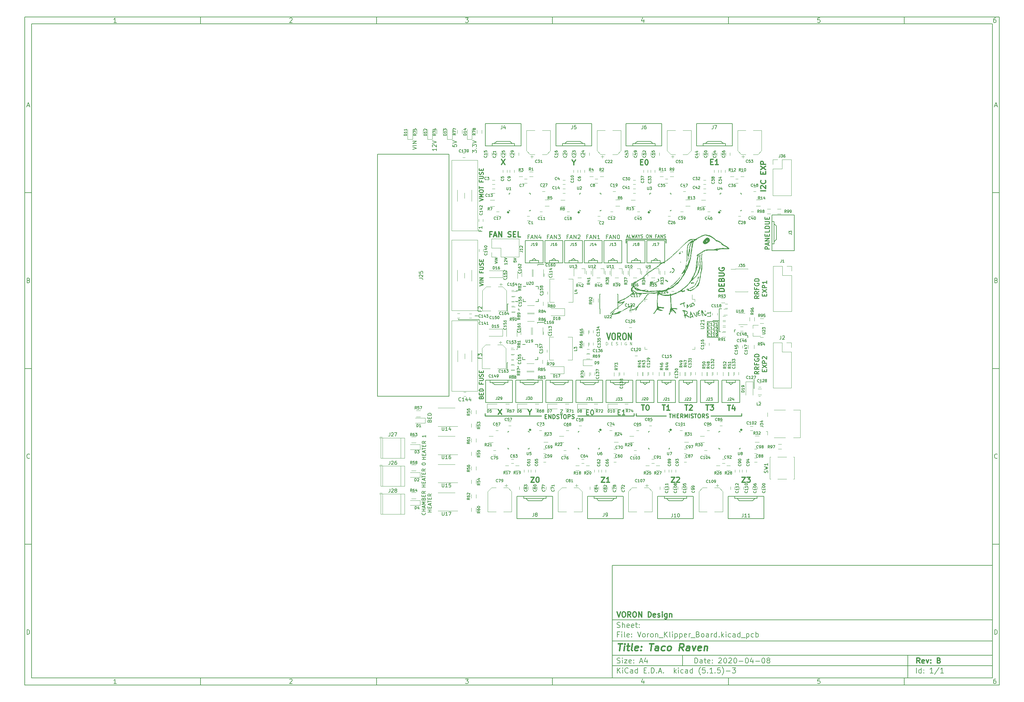
<source format=gto>
G04 #@! TF.GenerationSoftware,KiCad,Pcbnew,(5.1.5)-3*
G04 #@! TF.CreationDate,2020-04-08T23:35:01-04:00*
G04 #@! TF.ProjectId,Voron_Klipper_Board,566f726f-6e5f-44b6-9c69-707065725f42,B*
G04 #@! TF.SameCoordinates,Original*
G04 #@! TF.FileFunction,Legend,Top*
G04 #@! TF.FilePolarity,Positive*
%FSLAX46Y46*%
G04 Gerber Fmt 4.6, Leading zero omitted, Abs format (unit mm)*
G04 Created by KiCad (PCBNEW (5.1.5)-3) date 2020-04-08 23:35:01*
%MOMM*%
%LPD*%
G04 APERTURE LIST*
%ADD10C,0.100000*%
%ADD11C,0.150000*%
%ADD12C,0.300000*%
%ADD13C,0.400000*%
%ADD14C,0.228600*%
%ADD15C,0.127000*%
%ADD16C,0.254000*%
%ADD17C,0.203200*%
%ADD18C,0.152400*%
%ADD19C,0.375000*%
%ADD20C,0.120000*%
%ADD21C,0.500000*%
%ADD22C,0.200000*%
%ADD23C,0.010000*%
%ADD24C,0.149860*%
G04 APERTURE END LIST*
D10*
D11*
X177002200Y-166007200D02*
X177002200Y-198007200D01*
X285002200Y-198007200D01*
X285002200Y-166007200D01*
X177002200Y-166007200D01*
D10*
D11*
X10000000Y-10000000D02*
X10000000Y-200007200D01*
X287002200Y-200007200D01*
X287002200Y-10000000D01*
X10000000Y-10000000D01*
D10*
D11*
X12000000Y-12000000D02*
X12000000Y-198007200D01*
X285002200Y-198007200D01*
X285002200Y-12000000D01*
X12000000Y-12000000D01*
D10*
D11*
X60000000Y-12000000D02*
X60000000Y-10000000D01*
D10*
D11*
X110000000Y-12000000D02*
X110000000Y-10000000D01*
D10*
D11*
X160000000Y-12000000D02*
X160000000Y-10000000D01*
D10*
D11*
X210000000Y-12000000D02*
X210000000Y-10000000D01*
D10*
D11*
X260000000Y-12000000D02*
X260000000Y-10000000D01*
D10*
D11*
X36065476Y-11588095D02*
X35322619Y-11588095D01*
X35694047Y-11588095D02*
X35694047Y-10288095D01*
X35570238Y-10473809D01*
X35446428Y-10597619D01*
X35322619Y-10659523D01*
D10*
D11*
X85322619Y-10411904D02*
X85384523Y-10350000D01*
X85508333Y-10288095D01*
X85817857Y-10288095D01*
X85941666Y-10350000D01*
X86003571Y-10411904D01*
X86065476Y-10535714D01*
X86065476Y-10659523D01*
X86003571Y-10845238D01*
X85260714Y-11588095D01*
X86065476Y-11588095D01*
D10*
D11*
X135260714Y-10288095D02*
X136065476Y-10288095D01*
X135632142Y-10783333D01*
X135817857Y-10783333D01*
X135941666Y-10845238D01*
X136003571Y-10907142D01*
X136065476Y-11030952D01*
X136065476Y-11340476D01*
X136003571Y-11464285D01*
X135941666Y-11526190D01*
X135817857Y-11588095D01*
X135446428Y-11588095D01*
X135322619Y-11526190D01*
X135260714Y-11464285D01*
D10*
D11*
X185941666Y-10721428D02*
X185941666Y-11588095D01*
X185632142Y-10226190D02*
X185322619Y-11154761D01*
X186127380Y-11154761D01*
D10*
D11*
X236003571Y-10288095D02*
X235384523Y-10288095D01*
X235322619Y-10907142D01*
X235384523Y-10845238D01*
X235508333Y-10783333D01*
X235817857Y-10783333D01*
X235941666Y-10845238D01*
X236003571Y-10907142D01*
X236065476Y-11030952D01*
X236065476Y-11340476D01*
X236003571Y-11464285D01*
X235941666Y-11526190D01*
X235817857Y-11588095D01*
X235508333Y-11588095D01*
X235384523Y-11526190D01*
X235322619Y-11464285D01*
D10*
D11*
X285941666Y-10288095D02*
X285694047Y-10288095D01*
X285570238Y-10350000D01*
X285508333Y-10411904D01*
X285384523Y-10597619D01*
X285322619Y-10845238D01*
X285322619Y-11340476D01*
X285384523Y-11464285D01*
X285446428Y-11526190D01*
X285570238Y-11588095D01*
X285817857Y-11588095D01*
X285941666Y-11526190D01*
X286003571Y-11464285D01*
X286065476Y-11340476D01*
X286065476Y-11030952D01*
X286003571Y-10907142D01*
X285941666Y-10845238D01*
X285817857Y-10783333D01*
X285570238Y-10783333D01*
X285446428Y-10845238D01*
X285384523Y-10907142D01*
X285322619Y-11030952D01*
D10*
D11*
X60000000Y-198007200D02*
X60000000Y-200007200D01*
D10*
D11*
X110000000Y-198007200D02*
X110000000Y-200007200D01*
D10*
D11*
X160000000Y-198007200D02*
X160000000Y-200007200D01*
D10*
D11*
X210000000Y-198007200D02*
X210000000Y-200007200D01*
D10*
D11*
X260000000Y-198007200D02*
X260000000Y-200007200D01*
D10*
D11*
X36065476Y-199595295D02*
X35322619Y-199595295D01*
X35694047Y-199595295D02*
X35694047Y-198295295D01*
X35570238Y-198481009D01*
X35446428Y-198604819D01*
X35322619Y-198666723D01*
D10*
D11*
X85322619Y-198419104D02*
X85384523Y-198357200D01*
X85508333Y-198295295D01*
X85817857Y-198295295D01*
X85941666Y-198357200D01*
X86003571Y-198419104D01*
X86065476Y-198542914D01*
X86065476Y-198666723D01*
X86003571Y-198852438D01*
X85260714Y-199595295D01*
X86065476Y-199595295D01*
D10*
D11*
X135260714Y-198295295D02*
X136065476Y-198295295D01*
X135632142Y-198790533D01*
X135817857Y-198790533D01*
X135941666Y-198852438D01*
X136003571Y-198914342D01*
X136065476Y-199038152D01*
X136065476Y-199347676D01*
X136003571Y-199471485D01*
X135941666Y-199533390D01*
X135817857Y-199595295D01*
X135446428Y-199595295D01*
X135322619Y-199533390D01*
X135260714Y-199471485D01*
D10*
D11*
X185941666Y-198728628D02*
X185941666Y-199595295D01*
X185632142Y-198233390D02*
X185322619Y-199161961D01*
X186127380Y-199161961D01*
D10*
D11*
X236003571Y-198295295D02*
X235384523Y-198295295D01*
X235322619Y-198914342D01*
X235384523Y-198852438D01*
X235508333Y-198790533D01*
X235817857Y-198790533D01*
X235941666Y-198852438D01*
X236003571Y-198914342D01*
X236065476Y-199038152D01*
X236065476Y-199347676D01*
X236003571Y-199471485D01*
X235941666Y-199533390D01*
X235817857Y-199595295D01*
X235508333Y-199595295D01*
X235384523Y-199533390D01*
X235322619Y-199471485D01*
D10*
D11*
X285941666Y-198295295D02*
X285694047Y-198295295D01*
X285570238Y-198357200D01*
X285508333Y-198419104D01*
X285384523Y-198604819D01*
X285322619Y-198852438D01*
X285322619Y-199347676D01*
X285384523Y-199471485D01*
X285446428Y-199533390D01*
X285570238Y-199595295D01*
X285817857Y-199595295D01*
X285941666Y-199533390D01*
X286003571Y-199471485D01*
X286065476Y-199347676D01*
X286065476Y-199038152D01*
X286003571Y-198914342D01*
X285941666Y-198852438D01*
X285817857Y-198790533D01*
X285570238Y-198790533D01*
X285446428Y-198852438D01*
X285384523Y-198914342D01*
X285322619Y-199038152D01*
D10*
D11*
X10000000Y-60000000D02*
X12000000Y-60000000D01*
D10*
D11*
X10000000Y-110000000D02*
X12000000Y-110000000D01*
D10*
D11*
X10000000Y-160000000D02*
X12000000Y-160000000D01*
D10*
D11*
X10690476Y-35216666D02*
X11309523Y-35216666D01*
X10566666Y-35588095D02*
X11000000Y-34288095D01*
X11433333Y-35588095D01*
D10*
D11*
X11092857Y-84907142D02*
X11278571Y-84969047D01*
X11340476Y-85030952D01*
X11402380Y-85154761D01*
X11402380Y-85340476D01*
X11340476Y-85464285D01*
X11278571Y-85526190D01*
X11154761Y-85588095D01*
X10659523Y-85588095D01*
X10659523Y-84288095D01*
X11092857Y-84288095D01*
X11216666Y-84350000D01*
X11278571Y-84411904D01*
X11340476Y-84535714D01*
X11340476Y-84659523D01*
X11278571Y-84783333D01*
X11216666Y-84845238D01*
X11092857Y-84907142D01*
X10659523Y-84907142D01*
D10*
D11*
X11402380Y-135464285D02*
X11340476Y-135526190D01*
X11154761Y-135588095D01*
X11030952Y-135588095D01*
X10845238Y-135526190D01*
X10721428Y-135402380D01*
X10659523Y-135278571D01*
X10597619Y-135030952D01*
X10597619Y-134845238D01*
X10659523Y-134597619D01*
X10721428Y-134473809D01*
X10845238Y-134350000D01*
X11030952Y-134288095D01*
X11154761Y-134288095D01*
X11340476Y-134350000D01*
X11402380Y-134411904D01*
D10*
D11*
X10659523Y-185588095D02*
X10659523Y-184288095D01*
X10969047Y-184288095D01*
X11154761Y-184350000D01*
X11278571Y-184473809D01*
X11340476Y-184597619D01*
X11402380Y-184845238D01*
X11402380Y-185030952D01*
X11340476Y-185278571D01*
X11278571Y-185402380D01*
X11154761Y-185526190D01*
X10969047Y-185588095D01*
X10659523Y-185588095D01*
D10*
D11*
X287002200Y-60000000D02*
X285002200Y-60000000D01*
D10*
D11*
X287002200Y-110000000D02*
X285002200Y-110000000D01*
D10*
D11*
X287002200Y-160000000D02*
X285002200Y-160000000D01*
D10*
D11*
X285692676Y-35216666D02*
X286311723Y-35216666D01*
X285568866Y-35588095D02*
X286002200Y-34288095D01*
X286435533Y-35588095D01*
D10*
D11*
X286095057Y-84907142D02*
X286280771Y-84969047D01*
X286342676Y-85030952D01*
X286404580Y-85154761D01*
X286404580Y-85340476D01*
X286342676Y-85464285D01*
X286280771Y-85526190D01*
X286156961Y-85588095D01*
X285661723Y-85588095D01*
X285661723Y-84288095D01*
X286095057Y-84288095D01*
X286218866Y-84350000D01*
X286280771Y-84411904D01*
X286342676Y-84535714D01*
X286342676Y-84659523D01*
X286280771Y-84783333D01*
X286218866Y-84845238D01*
X286095057Y-84907142D01*
X285661723Y-84907142D01*
D10*
D11*
X286404580Y-135464285D02*
X286342676Y-135526190D01*
X286156961Y-135588095D01*
X286033152Y-135588095D01*
X285847438Y-135526190D01*
X285723628Y-135402380D01*
X285661723Y-135278571D01*
X285599819Y-135030952D01*
X285599819Y-134845238D01*
X285661723Y-134597619D01*
X285723628Y-134473809D01*
X285847438Y-134350000D01*
X286033152Y-134288095D01*
X286156961Y-134288095D01*
X286342676Y-134350000D01*
X286404580Y-134411904D01*
D10*
D11*
X285661723Y-185588095D02*
X285661723Y-184288095D01*
X285971247Y-184288095D01*
X286156961Y-184350000D01*
X286280771Y-184473809D01*
X286342676Y-184597619D01*
X286404580Y-184845238D01*
X286404580Y-185030952D01*
X286342676Y-185278571D01*
X286280771Y-185402380D01*
X286156961Y-185526190D01*
X285971247Y-185588095D01*
X285661723Y-185588095D01*
D10*
D11*
X200434342Y-193785771D02*
X200434342Y-192285771D01*
X200791485Y-192285771D01*
X201005771Y-192357200D01*
X201148628Y-192500057D01*
X201220057Y-192642914D01*
X201291485Y-192928628D01*
X201291485Y-193142914D01*
X201220057Y-193428628D01*
X201148628Y-193571485D01*
X201005771Y-193714342D01*
X200791485Y-193785771D01*
X200434342Y-193785771D01*
X202577200Y-193785771D02*
X202577200Y-193000057D01*
X202505771Y-192857200D01*
X202362914Y-192785771D01*
X202077200Y-192785771D01*
X201934342Y-192857200D01*
X202577200Y-193714342D02*
X202434342Y-193785771D01*
X202077200Y-193785771D01*
X201934342Y-193714342D01*
X201862914Y-193571485D01*
X201862914Y-193428628D01*
X201934342Y-193285771D01*
X202077200Y-193214342D01*
X202434342Y-193214342D01*
X202577200Y-193142914D01*
X203077200Y-192785771D02*
X203648628Y-192785771D01*
X203291485Y-192285771D02*
X203291485Y-193571485D01*
X203362914Y-193714342D01*
X203505771Y-193785771D01*
X203648628Y-193785771D01*
X204720057Y-193714342D02*
X204577200Y-193785771D01*
X204291485Y-193785771D01*
X204148628Y-193714342D01*
X204077200Y-193571485D01*
X204077200Y-193000057D01*
X204148628Y-192857200D01*
X204291485Y-192785771D01*
X204577200Y-192785771D01*
X204720057Y-192857200D01*
X204791485Y-193000057D01*
X204791485Y-193142914D01*
X204077200Y-193285771D01*
X205434342Y-193642914D02*
X205505771Y-193714342D01*
X205434342Y-193785771D01*
X205362914Y-193714342D01*
X205434342Y-193642914D01*
X205434342Y-193785771D01*
X205434342Y-192857200D02*
X205505771Y-192928628D01*
X205434342Y-193000057D01*
X205362914Y-192928628D01*
X205434342Y-192857200D01*
X205434342Y-193000057D01*
X207220057Y-192428628D02*
X207291485Y-192357200D01*
X207434342Y-192285771D01*
X207791485Y-192285771D01*
X207934342Y-192357200D01*
X208005771Y-192428628D01*
X208077200Y-192571485D01*
X208077200Y-192714342D01*
X208005771Y-192928628D01*
X207148628Y-193785771D01*
X208077200Y-193785771D01*
X209005771Y-192285771D02*
X209148628Y-192285771D01*
X209291485Y-192357200D01*
X209362914Y-192428628D01*
X209434342Y-192571485D01*
X209505771Y-192857200D01*
X209505771Y-193214342D01*
X209434342Y-193500057D01*
X209362914Y-193642914D01*
X209291485Y-193714342D01*
X209148628Y-193785771D01*
X209005771Y-193785771D01*
X208862914Y-193714342D01*
X208791485Y-193642914D01*
X208720057Y-193500057D01*
X208648628Y-193214342D01*
X208648628Y-192857200D01*
X208720057Y-192571485D01*
X208791485Y-192428628D01*
X208862914Y-192357200D01*
X209005771Y-192285771D01*
X210077200Y-192428628D02*
X210148628Y-192357200D01*
X210291485Y-192285771D01*
X210648628Y-192285771D01*
X210791485Y-192357200D01*
X210862914Y-192428628D01*
X210934342Y-192571485D01*
X210934342Y-192714342D01*
X210862914Y-192928628D01*
X210005771Y-193785771D01*
X210934342Y-193785771D01*
X211862914Y-192285771D02*
X212005771Y-192285771D01*
X212148628Y-192357200D01*
X212220057Y-192428628D01*
X212291485Y-192571485D01*
X212362914Y-192857200D01*
X212362914Y-193214342D01*
X212291485Y-193500057D01*
X212220057Y-193642914D01*
X212148628Y-193714342D01*
X212005771Y-193785771D01*
X211862914Y-193785771D01*
X211720057Y-193714342D01*
X211648628Y-193642914D01*
X211577200Y-193500057D01*
X211505771Y-193214342D01*
X211505771Y-192857200D01*
X211577200Y-192571485D01*
X211648628Y-192428628D01*
X211720057Y-192357200D01*
X211862914Y-192285771D01*
X213005771Y-193214342D02*
X214148628Y-193214342D01*
X215148628Y-192285771D02*
X215291485Y-192285771D01*
X215434342Y-192357200D01*
X215505771Y-192428628D01*
X215577200Y-192571485D01*
X215648628Y-192857200D01*
X215648628Y-193214342D01*
X215577200Y-193500057D01*
X215505771Y-193642914D01*
X215434342Y-193714342D01*
X215291485Y-193785771D01*
X215148628Y-193785771D01*
X215005771Y-193714342D01*
X214934342Y-193642914D01*
X214862914Y-193500057D01*
X214791485Y-193214342D01*
X214791485Y-192857200D01*
X214862914Y-192571485D01*
X214934342Y-192428628D01*
X215005771Y-192357200D01*
X215148628Y-192285771D01*
X216934342Y-192785771D02*
X216934342Y-193785771D01*
X216577200Y-192214342D02*
X216220057Y-193285771D01*
X217148628Y-193285771D01*
X217720057Y-193214342D02*
X218862914Y-193214342D01*
X219862914Y-192285771D02*
X220005771Y-192285771D01*
X220148628Y-192357200D01*
X220220057Y-192428628D01*
X220291485Y-192571485D01*
X220362914Y-192857200D01*
X220362914Y-193214342D01*
X220291485Y-193500057D01*
X220220057Y-193642914D01*
X220148628Y-193714342D01*
X220005771Y-193785771D01*
X219862914Y-193785771D01*
X219720057Y-193714342D01*
X219648628Y-193642914D01*
X219577200Y-193500057D01*
X219505771Y-193214342D01*
X219505771Y-192857200D01*
X219577200Y-192571485D01*
X219648628Y-192428628D01*
X219720057Y-192357200D01*
X219862914Y-192285771D01*
X221220057Y-192928628D02*
X221077200Y-192857200D01*
X221005771Y-192785771D01*
X220934342Y-192642914D01*
X220934342Y-192571485D01*
X221005771Y-192428628D01*
X221077200Y-192357200D01*
X221220057Y-192285771D01*
X221505771Y-192285771D01*
X221648628Y-192357200D01*
X221720057Y-192428628D01*
X221791485Y-192571485D01*
X221791485Y-192642914D01*
X221720057Y-192785771D01*
X221648628Y-192857200D01*
X221505771Y-192928628D01*
X221220057Y-192928628D01*
X221077200Y-193000057D01*
X221005771Y-193071485D01*
X220934342Y-193214342D01*
X220934342Y-193500057D01*
X221005771Y-193642914D01*
X221077200Y-193714342D01*
X221220057Y-193785771D01*
X221505771Y-193785771D01*
X221648628Y-193714342D01*
X221720057Y-193642914D01*
X221791485Y-193500057D01*
X221791485Y-193214342D01*
X221720057Y-193071485D01*
X221648628Y-193000057D01*
X221505771Y-192928628D01*
D10*
D11*
X177002200Y-194507200D02*
X285002200Y-194507200D01*
D10*
D11*
X178434342Y-196585771D02*
X178434342Y-195085771D01*
X179291485Y-196585771D02*
X178648628Y-195728628D01*
X179291485Y-195085771D02*
X178434342Y-195942914D01*
X179934342Y-196585771D02*
X179934342Y-195585771D01*
X179934342Y-195085771D02*
X179862914Y-195157200D01*
X179934342Y-195228628D01*
X180005771Y-195157200D01*
X179934342Y-195085771D01*
X179934342Y-195228628D01*
X181505771Y-196442914D02*
X181434342Y-196514342D01*
X181220057Y-196585771D01*
X181077200Y-196585771D01*
X180862914Y-196514342D01*
X180720057Y-196371485D01*
X180648628Y-196228628D01*
X180577200Y-195942914D01*
X180577200Y-195728628D01*
X180648628Y-195442914D01*
X180720057Y-195300057D01*
X180862914Y-195157200D01*
X181077200Y-195085771D01*
X181220057Y-195085771D01*
X181434342Y-195157200D01*
X181505771Y-195228628D01*
X182791485Y-196585771D02*
X182791485Y-195800057D01*
X182720057Y-195657200D01*
X182577200Y-195585771D01*
X182291485Y-195585771D01*
X182148628Y-195657200D01*
X182791485Y-196514342D02*
X182648628Y-196585771D01*
X182291485Y-196585771D01*
X182148628Y-196514342D01*
X182077200Y-196371485D01*
X182077200Y-196228628D01*
X182148628Y-196085771D01*
X182291485Y-196014342D01*
X182648628Y-196014342D01*
X182791485Y-195942914D01*
X184148628Y-196585771D02*
X184148628Y-195085771D01*
X184148628Y-196514342D02*
X184005771Y-196585771D01*
X183720057Y-196585771D01*
X183577200Y-196514342D01*
X183505771Y-196442914D01*
X183434342Y-196300057D01*
X183434342Y-195871485D01*
X183505771Y-195728628D01*
X183577200Y-195657200D01*
X183720057Y-195585771D01*
X184005771Y-195585771D01*
X184148628Y-195657200D01*
X186005771Y-195800057D02*
X186505771Y-195800057D01*
X186720057Y-196585771D02*
X186005771Y-196585771D01*
X186005771Y-195085771D01*
X186720057Y-195085771D01*
X187362914Y-196442914D02*
X187434342Y-196514342D01*
X187362914Y-196585771D01*
X187291485Y-196514342D01*
X187362914Y-196442914D01*
X187362914Y-196585771D01*
X188077200Y-196585771D02*
X188077200Y-195085771D01*
X188434342Y-195085771D01*
X188648628Y-195157200D01*
X188791485Y-195300057D01*
X188862914Y-195442914D01*
X188934342Y-195728628D01*
X188934342Y-195942914D01*
X188862914Y-196228628D01*
X188791485Y-196371485D01*
X188648628Y-196514342D01*
X188434342Y-196585771D01*
X188077200Y-196585771D01*
X189577200Y-196442914D02*
X189648628Y-196514342D01*
X189577200Y-196585771D01*
X189505771Y-196514342D01*
X189577200Y-196442914D01*
X189577200Y-196585771D01*
X190220057Y-196157200D02*
X190934342Y-196157200D01*
X190077200Y-196585771D02*
X190577200Y-195085771D01*
X191077200Y-196585771D01*
X191577200Y-196442914D02*
X191648628Y-196514342D01*
X191577200Y-196585771D01*
X191505771Y-196514342D01*
X191577200Y-196442914D01*
X191577200Y-196585771D01*
X194577200Y-196585771D02*
X194577200Y-195085771D01*
X194720057Y-196014342D02*
X195148628Y-196585771D01*
X195148628Y-195585771D02*
X194577200Y-196157200D01*
X195791485Y-196585771D02*
X195791485Y-195585771D01*
X195791485Y-195085771D02*
X195720057Y-195157200D01*
X195791485Y-195228628D01*
X195862914Y-195157200D01*
X195791485Y-195085771D01*
X195791485Y-195228628D01*
X197148628Y-196514342D02*
X197005771Y-196585771D01*
X196720057Y-196585771D01*
X196577200Y-196514342D01*
X196505771Y-196442914D01*
X196434342Y-196300057D01*
X196434342Y-195871485D01*
X196505771Y-195728628D01*
X196577200Y-195657200D01*
X196720057Y-195585771D01*
X197005771Y-195585771D01*
X197148628Y-195657200D01*
X198434342Y-196585771D02*
X198434342Y-195800057D01*
X198362914Y-195657200D01*
X198220057Y-195585771D01*
X197934342Y-195585771D01*
X197791485Y-195657200D01*
X198434342Y-196514342D02*
X198291485Y-196585771D01*
X197934342Y-196585771D01*
X197791485Y-196514342D01*
X197720057Y-196371485D01*
X197720057Y-196228628D01*
X197791485Y-196085771D01*
X197934342Y-196014342D01*
X198291485Y-196014342D01*
X198434342Y-195942914D01*
X199791485Y-196585771D02*
X199791485Y-195085771D01*
X199791485Y-196514342D02*
X199648628Y-196585771D01*
X199362914Y-196585771D01*
X199220057Y-196514342D01*
X199148628Y-196442914D01*
X199077200Y-196300057D01*
X199077200Y-195871485D01*
X199148628Y-195728628D01*
X199220057Y-195657200D01*
X199362914Y-195585771D01*
X199648628Y-195585771D01*
X199791485Y-195657200D01*
X202077200Y-197157200D02*
X202005771Y-197085771D01*
X201862914Y-196871485D01*
X201791485Y-196728628D01*
X201720057Y-196514342D01*
X201648628Y-196157200D01*
X201648628Y-195871485D01*
X201720057Y-195514342D01*
X201791485Y-195300057D01*
X201862914Y-195157200D01*
X202005771Y-194942914D01*
X202077200Y-194871485D01*
X203362914Y-195085771D02*
X202648628Y-195085771D01*
X202577200Y-195800057D01*
X202648628Y-195728628D01*
X202791485Y-195657200D01*
X203148628Y-195657200D01*
X203291485Y-195728628D01*
X203362914Y-195800057D01*
X203434342Y-195942914D01*
X203434342Y-196300057D01*
X203362914Y-196442914D01*
X203291485Y-196514342D01*
X203148628Y-196585771D01*
X202791485Y-196585771D01*
X202648628Y-196514342D01*
X202577200Y-196442914D01*
X204077200Y-196442914D02*
X204148628Y-196514342D01*
X204077200Y-196585771D01*
X204005771Y-196514342D01*
X204077200Y-196442914D01*
X204077200Y-196585771D01*
X205577200Y-196585771D02*
X204720057Y-196585771D01*
X205148628Y-196585771D02*
X205148628Y-195085771D01*
X205005771Y-195300057D01*
X204862914Y-195442914D01*
X204720057Y-195514342D01*
X206220057Y-196442914D02*
X206291485Y-196514342D01*
X206220057Y-196585771D01*
X206148628Y-196514342D01*
X206220057Y-196442914D01*
X206220057Y-196585771D01*
X207648628Y-195085771D02*
X206934342Y-195085771D01*
X206862914Y-195800057D01*
X206934342Y-195728628D01*
X207077200Y-195657200D01*
X207434342Y-195657200D01*
X207577200Y-195728628D01*
X207648628Y-195800057D01*
X207720057Y-195942914D01*
X207720057Y-196300057D01*
X207648628Y-196442914D01*
X207577200Y-196514342D01*
X207434342Y-196585771D01*
X207077200Y-196585771D01*
X206934342Y-196514342D01*
X206862914Y-196442914D01*
X208220057Y-197157200D02*
X208291485Y-197085771D01*
X208434342Y-196871485D01*
X208505771Y-196728628D01*
X208577200Y-196514342D01*
X208648628Y-196157200D01*
X208648628Y-195871485D01*
X208577200Y-195514342D01*
X208505771Y-195300057D01*
X208434342Y-195157200D01*
X208291485Y-194942914D01*
X208220057Y-194871485D01*
X209362914Y-196014342D02*
X210505771Y-196014342D01*
X211077200Y-195085771D02*
X212005771Y-195085771D01*
X211505771Y-195657200D01*
X211720057Y-195657200D01*
X211862914Y-195728628D01*
X211934342Y-195800057D01*
X212005771Y-195942914D01*
X212005771Y-196300057D01*
X211934342Y-196442914D01*
X211862914Y-196514342D01*
X211720057Y-196585771D01*
X211291485Y-196585771D01*
X211148628Y-196514342D01*
X211077200Y-196442914D01*
D10*
D11*
X177002200Y-191507200D02*
X285002200Y-191507200D01*
D10*
D12*
X264411485Y-193785771D02*
X263911485Y-193071485D01*
X263554342Y-193785771D02*
X263554342Y-192285771D01*
X264125771Y-192285771D01*
X264268628Y-192357200D01*
X264340057Y-192428628D01*
X264411485Y-192571485D01*
X264411485Y-192785771D01*
X264340057Y-192928628D01*
X264268628Y-193000057D01*
X264125771Y-193071485D01*
X263554342Y-193071485D01*
X265625771Y-193714342D02*
X265482914Y-193785771D01*
X265197200Y-193785771D01*
X265054342Y-193714342D01*
X264982914Y-193571485D01*
X264982914Y-193000057D01*
X265054342Y-192857200D01*
X265197200Y-192785771D01*
X265482914Y-192785771D01*
X265625771Y-192857200D01*
X265697200Y-193000057D01*
X265697200Y-193142914D01*
X264982914Y-193285771D01*
X266197200Y-192785771D02*
X266554342Y-193785771D01*
X266911485Y-192785771D01*
X267482914Y-193642914D02*
X267554342Y-193714342D01*
X267482914Y-193785771D01*
X267411485Y-193714342D01*
X267482914Y-193642914D01*
X267482914Y-193785771D01*
X267482914Y-192857200D02*
X267554342Y-192928628D01*
X267482914Y-193000057D01*
X267411485Y-192928628D01*
X267482914Y-192857200D01*
X267482914Y-193000057D01*
X269840057Y-193000057D02*
X270054342Y-193071485D01*
X270125771Y-193142914D01*
X270197200Y-193285771D01*
X270197200Y-193500057D01*
X270125771Y-193642914D01*
X270054342Y-193714342D01*
X269911485Y-193785771D01*
X269340057Y-193785771D01*
X269340057Y-192285771D01*
X269840057Y-192285771D01*
X269982914Y-192357200D01*
X270054342Y-192428628D01*
X270125771Y-192571485D01*
X270125771Y-192714342D01*
X270054342Y-192857200D01*
X269982914Y-192928628D01*
X269840057Y-193000057D01*
X269340057Y-193000057D01*
D10*
D11*
X178362914Y-193714342D02*
X178577200Y-193785771D01*
X178934342Y-193785771D01*
X179077200Y-193714342D01*
X179148628Y-193642914D01*
X179220057Y-193500057D01*
X179220057Y-193357200D01*
X179148628Y-193214342D01*
X179077200Y-193142914D01*
X178934342Y-193071485D01*
X178648628Y-193000057D01*
X178505771Y-192928628D01*
X178434342Y-192857200D01*
X178362914Y-192714342D01*
X178362914Y-192571485D01*
X178434342Y-192428628D01*
X178505771Y-192357200D01*
X178648628Y-192285771D01*
X179005771Y-192285771D01*
X179220057Y-192357200D01*
X179862914Y-193785771D02*
X179862914Y-192785771D01*
X179862914Y-192285771D02*
X179791485Y-192357200D01*
X179862914Y-192428628D01*
X179934342Y-192357200D01*
X179862914Y-192285771D01*
X179862914Y-192428628D01*
X180434342Y-192785771D02*
X181220057Y-192785771D01*
X180434342Y-193785771D01*
X181220057Y-193785771D01*
X182362914Y-193714342D02*
X182220057Y-193785771D01*
X181934342Y-193785771D01*
X181791485Y-193714342D01*
X181720057Y-193571485D01*
X181720057Y-193000057D01*
X181791485Y-192857200D01*
X181934342Y-192785771D01*
X182220057Y-192785771D01*
X182362914Y-192857200D01*
X182434342Y-193000057D01*
X182434342Y-193142914D01*
X181720057Y-193285771D01*
X183077200Y-193642914D02*
X183148628Y-193714342D01*
X183077200Y-193785771D01*
X183005771Y-193714342D01*
X183077200Y-193642914D01*
X183077200Y-193785771D01*
X183077200Y-192857200D02*
X183148628Y-192928628D01*
X183077200Y-193000057D01*
X183005771Y-192928628D01*
X183077200Y-192857200D01*
X183077200Y-193000057D01*
X184862914Y-193357200D02*
X185577200Y-193357200D01*
X184720057Y-193785771D02*
X185220057Y-192285771D01*
X185720057Y-193785771D01*
X186862914Y-192785771D02*
X186862914Y-193785771D01*
X186505771Y-192214342D02*
X186148628Y-193285771D01*
X187077200Y-193285771D01*
D10*
D11*
X263434342Y-196585771D02*
X263434342Y-195085771D01*
X264791485Y-196585771D02*
X264791485Y-195085771D01*
X264791485Y-196514342D02*
X264648628Y-196585771D01*
X264362914Y-196585771D01*
X264220057Y-196514342D01*
X264148628Y-196442914D01*
X264077200Y-196300057D01*
X264077200Y-195871485D01*
X264148628Y-195728628D01*
X264220057Y-195657200D01*
X264362914Y-195585771D01*
X264648628Y-195585771D01*
X264791485Y-195657200D01*
X265505771Y-196442914D02*
X265577200Y-196514342D01*
X265505771Y-196585771D01*
X265434342Y-196514342D01*
X265505771Y-196442914D01*
X265505771Y-196585771D01*
X265505771Y-195657200D02*
X265577200Y-195728628D01*
X265505771Y-195800057D01*
X265434342Y-195728628D01*
X265505771Y-195657200D01*
X265505771Y-195800057D01*
X268148628Y-196585771D02*
X267291485Y-196585771D01*
X267720057Y-196585771D02*
X267720057Y-195085771D01*
X267577200Y-195300057D01*
X267434342Y-195442914D01*
X267291485Y-195514342D01*
X269862914Y-195014342D02*
X268577200Y-196942914D01*
X271148628Y-196585771D02*
X270291485Y-196585771D01*
X270720057Y-196585771D02*
X270720057Y-195085771D01*
X270577200Y-195300057D01*
X270434342Y-195442914D01*
X270291485Y-195514342D01*
D10*
D11*
X177002200Y-187507200D02*
X285002200Y-187507200D01*
D10*
D13*
X178714580Y-188211961D02*
X179857438Y-188211961D01*
X179036009Y-190211961D02*
X179286009Y-188211961D01*
X180274104Y-190211961D02*
X180440771Y-188878628D01*
X180524104Y-188211961D02*
X180416961Y-188307200D01*
X180500295Y-188402438D01*
X180607438Y-188307200D01*
X180524104Y-188211961D01*
X180500295Y-188402438D01*
X181107438Y-188878628D02*
X181869342Y-188878628D01*
X181476485Y-188211961D02*
X181262200Y-189926247D01*
X181333628Y-190116723D01*
X181512200Y-190211961D01*
X181702676Y-190211961D01*
X182655057Y-190211961D02*
X182476485Y-190116723D01*
X182405057Y-189926247D01*
X182619342Y-188211961D01*
X184190771Y-190116723D02*
X183988390Y-190211961D01*
X183607438Y-190211961D01*
X183428866Y-190116723D01*
X183357438Y-189926247D01*
X183452676Y-189164342D01*
X183571723Y-188973866D01*
X183774104Y-188878628D01*
X184155057Y-188878628D01*
X184333628Y-188973866D01*
X184405057Y-189164342D01*
X184381247Y-189354819D01*
X183405057Y-189545295D01*
X185155057Y-190021485D02*
X185238390Y-190116723D01*
X185131247Y-190211961D01*
X185047914Y-190116723D01*
X185155057Y-190021485D01*
X185131247Y-190211961D01*
X185286009Y-188973866D02*
X185369342Y-189069104D01*
X185262200Y-189164342D01*
X185178866Y-189069104D01*
X185286009Y-188973866D01*
X185262200Y-189164342D01*
X187571723Y-188211961D02*
X188714580Y-188211961D01*
X187893152Y-190211961D02*
X188143152Y-188211961D01*
X189988390Y-190211961D02*
X190119342Y-189164342D01*
X190047914Y-188973866D01*
X189869342Y-188878628D01*
X189488390Y-188878628D01*
X189286009Y-188973866D01*
X190000295Y-190116723D02*
X189797914Y-190211961D01*
X189321723Y-190211961D01*
X189143152Y-190116723D01*
X189071723Y-189926247D01*
X189095533Y-189735771D01*
X189214580Y-189545295D01*
X189416961Y-189450057D01*
X189893152Y-189450057D01*
X190095533Y-189354819D01*
X191809819Y-190116723D02*
X191607438Y-190211961D01*
X191226485Y-190211961D01*
X191047914Y-190116723D01*
X190964580Y-190021485D01*
X190893152Y-189831009D01*
X190964580Y-189259580D01*
X191083628Y-189069104D01*
X191190771Y-188973866D01*
X191393152Y-188878628D01*
X191774104Y-188878628D01*
X191952676Y-188973866D01*
X192940771Y-190211961D02*
X192762200Y-190116723D01*
X192678866Y-190021485D01*
X192607438Y-189831009D01*
X192678866Y-189259580D01*
X192797914Y-189069104D01*
X192905057Y-188973866D01*
X193107438Y-188878628D01*
X193393152Y-188878628D01*
X193571723Y-188973866D01*
X193655057Y-189069104D01*
X193726485Y-189259580D01*
X193655057Y-189831009D01*
X193536009Y-190021485D01*
X193428866Y-190116723D01*
X193226485Y-190211961D01*
X192940771Y-190211961D01*
X197131247Y-190211961D02*
X196583628Y-189259580D01*
X195988390Y-190211961D02*
X196238390Y-188211961D01*
X197000295Y-188211961D01*
X197178866Y-188307200D01*
X197262200Y-188402438D01*
X197333628Y-188592914D01*
X197297914Y-188878628D01*
X197178866Y-189069104D01*
X197071723Y-189164342D01*
X196869342Y-189259580D01*
X196107438Y-189259580D01*
X198845533Y-190211961D02*
X198976485Y-189164342D01*
X198905057Y-188973866D01*
X198726485Y-188878628D01*
X198345533Y-188878628D01*
X198143152Y-188973866D01*
X198857438Y-190116723D02*
X198655057Y-190211961D01*
X198178866Y-190211961D01*
X198000295Y-190116723D01*
X197928866Y-189926247D01*
X197952676Y-189735771D01*
X198071723Y-189545295D01*
X198274104Y-189450057D01*
X198750295Y-189450057D01*
X198952676Y-189354819D01*
X199774104Y-188878628D02*
X200083628Y-190211961D01*
X200726485Y-188878628D01*
X202095533Y-190116723D02*
X201893152Y-190211961D01*
X201512200Y-190211961D01*
X201333628Y-190116723D01*
X201262200Y-189926247D01*
X201357438Y-189164342D01*
X201476485Y-188973866D01*
X201678866Y-188878628D01*
X202059819Y-188878628D01*
X202238390Y-188973866D01*
X202309819Y-189164342D01*
X202286009Y-189354819D01*
X201309819Y-189545295D01*
X203202676Y-188878628D02*
X203036009Y-190211961D01*
X203178866Y-189069104D02*
X203286009Y-188973866D01*
X203488390Y-188878628D01*
X203774104Y-188878628D01*
X203952676Y-188973866D01*
X204024104Y-189164342D01*
X203893152Y-190211961D01*
D10*
D11*
X178934342Y-185600057D02*
X178434342Y-185600057D01*
X178434342Y-186385771D02*
X178434342Y-184885771D01*
X179148628Y-184885771D01*
X179720057Y-186385771D02*
X179720057Y-185385771D01*
X179720057Y-184885771D02*
X179648628Y-184957200D01*
X179720057Y-185028628D01*
X179791485Y-184957200D01*
X179720057Y-184885771D01*
X179720057Y-185028628D01*
X180648628Y-186385771D02*
X180505771Y-186314342D01*
X180434342Y-186171485D01*
X180434342Y-184885771D01*
X181791485Y-186314342D02*
X181648628Y-186385771D01*
X181362914Y-186385771D01*
X181220057Y-186314342D01*
X181148628Y-186171485D01*
X181148628Y-185600057D01*
X181220057Y-185457200D01*
X181362914Y-185385771D01*
X181648628Y-185385771D01*
X181791485Y-185457200D01*
X181862914Y-185600057D01*
X181862914Y-185742914D01*
X181148628Y-185885771D01*
X182505771Y-186242914D02*
X182577200Y-186314342D01*
X182505771Y-186385771D01*
X182434342Y-186314342D01*
X182505771Y-186242914D01*
X182505771Y-186385771D01*
X182505771Y-185457200D02*
X182577200Y-185528628D01*
X182505771Y-185600057D01*
X182434342Y-185528628D01*
X182505771Y-185457200D01*
X182505771Y-185600057D01*
X184148628Y-184885771D02*
X184648628Y-186385771D01*
X185148628Y-184885771D01*
X185862914Y-186385771D02*
X185720057Y-186314342D01*
X185648628Y-186242914D01*
X185577200Y-186100057D01*
X185577200Y-185671485D01*
X185648628Y-185528628D01*
X185720057Y-185457200D01*
X185862914Y-185385771D01*
X186077200Y-185385771D01*
X186220057Y-185457200D01*
X186291485Y-185528628D01*
X186362914Y-185671485D01*
X186362914Y-186100057D01*
X186291485Y-186242914D01*
X186220057Y-186314342D01*
X186077200Y-186385771D01*
X185862914Y-186385771D01*
X187005771Y-186385771D02*
X187005771Y-185385771D01*
X187005771Y-185671485D02*
X187077200Y-185528628D01*
X187148628Y-185457200D01*
X187291485Y-185385771D01*
X187434342Y-185385771D01*
X188148628Y-186385771D02*
X188005771Y-186314342D01*
X187934342Y-186242914D01*
X187862914Y-186100057D01*
X187862914Y-185671485D01*
X187934342Y-185528628D01*
X188005771Y-185457200D01*
X188148628Y-185385771D01*
X188362914Y-185385771D01*
X188505771Y-185457200D01*
X188577200Y-185528628D01*
X188648628Y-185671485D01*
X188648628Y-186100057D01*
X188577200Y-186242914D01*
X188505771Y-186314342D01*
X188362914Y-186385771D01*
X188148628Y-186385771D01*
X189291485Y-185385771D02*
X189291485Y-186385771D01*
X189291485Y-185528628D02*
X189362914Y-185457200D01*
X189505771Y-185385771D01*
X189720057Y-185385771D01*
X189862914Y-185457200D01*
X189934342Y-185600057D01*
X189934342Y-186385771D01*
X190291485Y-186528628D02*
X191434342Y-186528628D01*
X191791485Y-186385771D02*
X191791485Y-184885771D01*
X192648628Y-186385771D02*
X192005771Y-185528628D01*
X192648628Y-184885771D02*
X191791485Y-185742914D01*
X193505771Y-186385771D02*
X193362914Y-186314342D01*
X193291485Y-186171485D01*
X193291485Y-184885771D01*
X194077200Y-186385771D02*
X194077200Y-185385771D01*
X194077200Y-184885771D02*
X194005771Y-184957200D01*
X194077200Y-185028628D01*
X194148628Y-184957200D01*
X194077200Y-184885771D01*
X194077200Y-185028628D01*
X194791485Y-185385771D02*
X194791485Y-186885771D01*
X194791485Y-185457200D02*
X194934342Y-185385771D01*
X195220057Y-185385771D01*
X195362914Y-185457200D01*
X195434342Y-185528628D01*
X195505771Y-185671485D01*
X195505771Y-186100057D01*
X195434342Y-186242914D01*
X195362914Y-186314342D01*
X195220057Y-186385771D01*
X194934342Y-186385771D01*
X194791485Y-186314342D01*
X196148628Y-185385771D02*
X196148628Y-186885771D01*
X196148628Y-185457200D02*
X196291485Y-185385771D01*
X196577200Y-185385771D01*
X196720057Y-185457200D01*
X196791485Y-185528628D01*
X196862914Y-185671485D01*
X196862914Y-186100057D01*
X196791485Y-186242914D01*
X196720057Y-186314342D01*
X196577200Y-186385771D01*
X196291485Y-186385771D01*
X196148628Y-186314342D01*
X198077200Y-186314342D02*
X197934342Y-186385771D01*
X197648628Y-186385771D01*
X197505771Y-186314342D01*
X197434342Y-186171485D01*
X197434342Y-185600057D01*
X197505771Y-185457200D01*
X197648628Y-185385771D01*
X197934342Y-185385771D01*
X198077200Y-185457200D01*
X198148628Y-185600057D01*
X198148628Y-185742914D01*
X197434342Y-185885771D01*
X198791485Y-186385771D02*
X198791485Y-185385771D01*
X198791485Y-185671485D02*
X198862914Y-185528628D01*
X198934342Y-185457200D01*
X199077200Y-185385771D01*
X199220057Y-185385771D01*
X199362914Y-186528628D02*
X200505771Y-186528628D01*
X201362914Y-185600057D02*
X201577200Y-185671485D01*
X201648628Y-185742914D01*
X201720057Y-185885771D01*
X201720057Y-186100057D01*
X201648628Y-186242914D01*
X201577200Y-186314342D01*
X201434342Y-186385771D01*
X200862914Y-186385771D01*
X200862914Y-184885771D01*
X201362914Y-184885771D01*
X201505771Y-184957200D01*
X201577200Y-185028628D01*
X201648628Y-185171485D01*
X201648628Y-185314342D01*
X201577200Y-185457200D01*
X201505771Y-185528628D01*
X201362914Y-185600057D01*
X200862914Y-185600057D01*
X202577200Y-186385771D02*
X202434342Y-186314342D01*
X202362914Y-186242914D01*
X202291485Y-186100057D01*
X202291485Y-185671485D01*
X202362914Y-185528628D01*
X202434342Y-185457200D01*
X202577200Y-185385771D01*
X202791485Y-185385771D01*
X202934342Y-185457200D01*
X203005771Y-185528628D01*
X203077200Y-185671485D01*
X203077200Y-186100057D01*
X203005771Y-186242914D01*
X202934342Y-186314342D01*
X202791485Y-186385771D01*
X202577200Y-186385771D01*
X204362914Y-186385771D02*
X204362914Y-185600057D01*
X204291485Y-185457200D01*
X204148628Y-185385771D01*
X203862914Y-185385771D01*
X203720057Y-185457200D01*
X204362914Y-186314342D02*
X204220057Y-186385771D01*
X203862914Y-186385771D01*
X203720057Y-186314342D01*
X203648628Y-186171485D01*
X203648628Y-186028628D01*
X203720057Y-185885771D01*
X203862914Y-185814342D01*
X204220057Y-185814342D01*
X204362914Y-185742914D01*
X205077200Y-186385771D02*
X205077200Y-185385771D01*
X205077200Y-185671485D02*
X205148628Y-185528628D01*
X205220057Y-185457200D01*
X205362914Y-185385771D01*
X205505771Y-185385771D01*
X206648628Y-186385771D02*
X206648628Y-184885771D01*
X206648628Y-186314342D02*
X206505771Y-186385771D01*
X206220057Y-186385771D01*
X206077200Y-186314342D01*
X206005771Y-186242914D01*
X205934342Y-186100057D01*
X205934342Y-185671485D01*
X206005771Y-185528628D01*
X206077200Y-185457200D01*
X206220057Y-185385771D01*
X206505771Y-185385771D01*
X206648628Y-185457200D01*
X207362914Y-186242914D02*
X207434342Y-186314342D01*
X207362914Y-186385771D01*
X207291485Y-186314342D01*
X207362914Y-186242914D01*
X207362914Y-186385771D01*
X208077200Y-186385771D02*
X208077200Y-184885771D01*
X208220057Y-185814342D02*
X208648628Y-186385771D01*
X208648628Y-185385771D02*
X208077200Y-185957200D01*
X209291485Y-186385771D02*
X209291485Y-185385771D01*
X209291485Y-184885771D02*
X209220057Y-184957200D01*
X209291485Y-185028628D01*
X209362914Y-184957200D01*
X209291485Y-184885771D01*
X209291485Y-185028628D01*
X210648628Y-186314342D02*
X210505771Y-186385771D01*
X210220057Y-186385771D01*
X210077200Y-186314342D01*
X210005771Y-186242914D01*
X209934342Y-186100057D01*
X209934342Y-185671485D01*
X210005771Y-185528628D01*
X210077200Y-185457200D01*
X210220057Y-185385771D01*
X210505771Y-185385771D01*
X210648628Y-185457200D01*
X211934342Y-186385771D02*
X211934342Y-185600057D01*
X211862914Y-185457200D01*
X211720057Y-185385771D01*
X211434342Y-185385771D01*
X211291485Y-185457200D01*
X211934342Y-186314342D02*
X211791485Y-186385771D01*
X211434342Y-186385771D01*
X211291485Y-186314342D01*
X211220057Y-186171485D01*
X211220057Y-186028628D01*
X211291485Y-185885771D01*
X211434342Y-185814342D01*
X211791485Y-185814342D01*
X211934342Y-185742914D01*
X213291485Y-186385771D02*
X213291485Y-184885771D01*
X213291485Y-186314342D02*
X213148628Y-186385771D01*
X212862914Y-186385771D01*
X212720057Y-186314342D01*
X212648628Y-186242914D01*
X212577200Y-186100057D01*
X212577200Y-185671485D01*
X212648628Y-185528628D01*
X212720057Y-185457200D01*
X212862914Y-185385771D01*
X213148628Y-185385771D01*
X213291485Y-185457200D01*
X213648628Y-186528628D02*
X214791485Y-186528628D01*
X215148628Y-185385771D02*
X215148628Y-186885771D01*
X215148628Y-185457200D02*
X215291485Y-185385771D01*
X215577200Y-185385771D01*
X215720057Y-185457200D01*
X215791485Y-185528628D01*
X215862914Y-185671485D01*
X215862914Y-186100057D01*
X215791485Y-186242914D01*
X215720057Y-186314342D01*
X215577200Y-186385771D01*
X215291485Y-186385771D01*
X215148628Y-186314342D01*
X217148628Y-186314342D02*
X217005771Y-186385771D01*
X216720057Y-186385771D01*
X216577200Y-186314342D01*
X216505771Y-186242914D01*
X216434342Y-186100057D01*
X216434342Y-185671485D01*
X216505771Y-185528628D01*
X216577200Y-185457200D01*
X216720057Y-185385771D01*
X217005771Y-185385771D01*
X217148628Y-185457200D01*
X217791485Y-186385771D02*
X217791485Y-184885771D01*
X217791485Y-185457200D02*
X217934342Y-185385771D01*
X218220057Y-185385771D01*
X218362914Y-185457200D01*
X218434342Y-185528628D01*
X218505771Y-185671485D01*
X218505771Y-186100057D01*
X218434342Y-186242914D01*
X218362914Y-186314342D01*
X218220057Y-186385771D01*
X217934342Y-186385771D01*
X217791485Y-186314342D01*
D10*
D11*
X177002200Y-181507200D02*
X285002200Y-181507200D01*
D10*
D11*
X178362914Y-183614342D02*
X178577200Y-183685771D01*
X178934342Y-183685771D01*
X179077200Y-183614342D01*
X179148628Y-183542914D01*
X179220057Y-183400057D01*
X179220057Y-183257200D01*
X179148628Y-183114342D01*
X179077200Y-183042914D01*
X178934342Y-182971485D01*
X178648628Y-182900057D01*
X178505771Y-182828628D01*
X178434342Y-182757200D01*
X178362914Y-182614342D01*
X178362914Y-182471485D01*
X178434342Y-182328628D01*
X178505771Y-182257200D01*
X178648628Y-182185771D01*
X179005771Y-182185771D01*
X179220057Y-182257200D01*
X179862914Y-183685771D02*
X179862914Y-182185771D01*
X180505771Y-183685771D02*
X180505771Y-182900057D01*
X180434342Y-182757200D01*
X180291485Y-182685771D01*
X180077200Y-182685771D01*
X179934342Y-182757200D01*
X179862914Y-182828628D01*
X181791485Y-183614342D02*
X181648628Y-183685771D01*
X181362914Y-183685771D01*
X181220057Y-183614342D01*
X181148628Y-183471485D01*
X181148628Y-182900057D01*
X181220057Y-182757200D01*
X181362914Y-182685771D01*
X181648628Y-182685771D01*
X181791485Y-182757200D01*
X181862914Y-182900057D01*
X181862914Y-183042914D01*
X181148628Y-183185771D01*
X183077200Y-183614342D02*
X182934342Y-183685771D01*
X182648628Y-183685771D01*
X182505771Y-183614342D01*
X182434342Y-183471485D01*
X182434342Y-182900057D01*
X182505771Y-182757200D01*
X182648628Y-182685771D01*
X182934342Y-182685771D01*
X183077200Y-182757200D01*
X183148628Y-182900057D01*
X183148628Y-183042914D01*
X182434342Y-183185771D01*
X183577200Y-182685771D02*
X184148628Y-182685771D01*
X183791485Y-182185771D02*
X183791485Y-183471485D01*
X183862914Y-183614342D01*
X184005771Y-183685771D01*
X184148628Y-183685771D01*
X184648628Y-183542914D02*
X184720057Y-183614342D01*
X184648628Y-183685771D01*
X184577200Y-183614342D01*
X184648628Y-183542914D01*
X184648628Y-183685771D01*
X184648628Y-182757200D02*
X184720057Y-182828628D01*
X184648628Y-182900057D01*
X184577200Y-182828628D01*
X184648628Y-182757200D01*
X184648628Y-182900057D01*
D10*
D12*
X178340057Y-179185771D02*
X178840057Y-180685771D01*
X179340057Y-179185771D01*
X180125771Y-179185771D02*
X180411485Y-179185771D01*
X180554342Y-179257200D01*
X180697200Y-179400057D01*
X180768628Y-179685771D01*
X180768628Y-180185771D01*
X180697200Y-180471485D01*
X180554342Y-180614342D01*
X180411485Y-180685771D01*
X180125771Y-180685771D01*
X179982914Y-180614342D01*
X179840057Y-180471485D01*
X179768628Y-180185771D01*
X179768628Y-179685771D01*
X179840057Y-179400057D01*
X179982914Y-179257200D01*
X180125771Y-179185771D01*
X182268628Y-180685771D02*
X181768628Y-179971485D01*
X181411485Y-180685771D02*
X181411485Y-179185771D01*
X181982914Y-179185771D01*
X182125771Y-179257200D01*
X182197200Y-179328628D01*
X182268628Y-179471485D01*
X182268628Y-179685771D01*
X182197200Y-179828628D01*
X182125771Y-179900057D01*
X181982914Y-179971485D01*
X181411485Y-179971485D01*
X183197200Y-179185771D02*
X183482914Y-179185771D01*
X183625771Y-179257200D01*
X183768628Y-179400057D01*
X183840057Y-179685771D01*
X183840057Y-180185771D01*
X183768628Y-180471485D01*
X183625771Y-180614342D01*
X183482914Y-180685771D01*
X183197200Y-180685771D01*
X183054342Y-180614342D01*
X182911485Y-180471485D01*
X182840057Y-180185771D01*
X182840057Y-179685771D01*
X182911485Y-179400057D01*
X183054342Y-179257200D01*
X183197200Y-179185771D01*
X184482914Y-180685771D02*
X184482914Y-179185771D01*
X185340057Y-180685771D01*
X185340057Y-179185771D01*
X187197200Y-180685771D02*
X187197200Y-179185771D01*
X187554342Y-179185771D01*
X187768628Y-179257200D01*
X187911485Y-179400057D01*
X187982914Y-179542914D01*
X188054342Y-179828628D01*
X188054342Y-180042914D01*
X187982914Y-180328628D01*
X187911485Y-180471485D01*
X187768628Y-180614342D01*
X187554342Y-180685771D01*
X187197200Y-180685771D01*
X189268628Y-180614342D02*
X189125771Y-180685771D01*
X188840057Y-180685771D01*
X188697200Y-180614342D01*
X188625771Y-180471485D01*
X188625771Y-179900057D01*
X188697200Y-179757200D01*
X188840057Y-179685771D01*
X189125771Y-179685771D01*
X189268628Y-179757200D01*
X189340057Y-179900057D01*
X189340057Y-180042914D01*
X188625771Y-180185771D01*
X189911485Y-180614342D02*
X190054342Y-180685771D01*
X190340057Y-180685771D01*
X190482914Y-180614342D01*
X190554342Y-180471485D01*
X190554342Y-180400057D01*
X190482914Y-180257200D01*
X190340057Y-180185771D01*
X190125771Y-180185771D01*
X189982914Y-180114342D01*
X189911485Y-179971485D01*
X189911485Y-179900057D01*
X189982914Y-179757200D01*
X190125771Y-179685771D01*
X190340057Y-179685771D01*
X190482914Y-179757200D01*
X191197200Y-180685771D02*
X191197200Y-179685771D01*
X191197200Y-179185771D02*
X191125771Y-179257200D01*
X191197200Y-179328628D01*
X191268628Y-179257200D01*
X191197200Y-179185771D01*
X191197200Y-179328628D01*
X192554342Y-179685771D02*
X192554342Y-180900057D01*
X192482914Y-181042914D01*
X192411485Y-181114342D01*
X192268628Y-181185771D01*
X192054342Y-181185771D01*
X191911485Y-181114342D01*
X192554342Y-180614342D02*
X192411485Y-180685771D01*
X192125771Y-180685771D01*
X191982914Y-180614342D01*
X191911485Y-180542914D01*
X191840057Y-180400057D01*
X191840057Y-179971485D01*
X191911485Y-179828628D01*
X191982914Y-179757200D01*
X192125771Y-179685771D01*
X192411485Y-179685771D01*
X192554342Y-179757200D01*
X193268628Y-179685771D02*
X193268628Y-180685771D01*
X193268628Y-179828628D02*
X193340057Y-179757200D01*
X193482914Y-179685771D01*
X193697200Y-179685771D01*
X193840057Y-179757200D01*
X193911485Y-179900057D01*
X193911485Y-180685771D01*
D10*
D11*
X197002200Y-191507200D02*
X197002200Y-194507200D01*
D10*
D11*
X261002200Y-191507200D02*
X261002200Y-198007200D01*
D14*
X139718357Y-118192285D02*
X139772785Y-118029000D01*
X139827214Y-117974571D01*
X139936071Y-117920142D01*
X140099357Y-117920142D01*
X140208214Y-117974571D01*
X140262642Y-118029000D01*
X140317071Y-118137857D01*
X140317071Y-118573285D01*
X139174071Y-118573285D01*
X139174071Y-118192285D01*
X139228500Y-118083428D01*
X139282928Y-118029000D01*
X139391785Y-117974571D01*
X139500642Y-117974571D01*
X139609500Y-118029000D01*
X139663928Y-118083428D01*
X139718357Y-118192285D01*
X139718357Y-118573285D01*
X139718357Y-117430285D02*
X139718357Y-117049285D01*
X140317071Y-116886000D02*
X140317071Y-117430285D01*
X139174071Y-117430285D01*
X139174071Y-116886000D01*
X140317071Y-116396142D02*
X139174071Y-116396142D01*
X139174071Y-116124000D01*
X139228500Y-115960714D01*
X139337357Y-115851857D01*
X139446214Y-115797428D01*
X139663928Y-115743000D01*
X139827214Y-115743000D01*
X140044928Y-115797428D01*
X140153785Y-115851857D01*
X140262642Y-115960714D01*
X140317071Y-116124000D01*
X140317071Y-116396142D01*
X139718357Y-114001285D02*
X139718357Y-114382285D01*
X140317071Y-114382285D02*
X139174071Y-114382285D01*
X139174071Y-113838000D01*
X139174071Y-113402571D02*
X140099357Y-113402571D01*
X140208214Y-113348142D01*
X140262642Y-113293714D01*
X140317071Y-113184857D01*
X140317071Y-112967142D01*
X140262642Y-112858285D01*
X140208214Y-112803857D01*
X140099357Y-112749428D01*
X139174071Y-112749428D01*
X140262642Y-112259571D02*
X140317071Y-112096285D01*
X140317071Y-111824142D01*
X140262642Y-111715285D01*
X140208214Y-111660857D01*
X140099357Y-111606428D01*
X139990500Y-111606428D01*
X139881642Y-111660857D01*
X139827214Y-111715285D01*
X139772785Y-111824142D01*
X139718357Y-112041857D01*
X139663928Y-112150714D01*
X139609500Y-112205142D01*
X139500642Y-112259571D01*
X139391785Y-112259571D01*
X139282928Y-112205142D01*
X139228500Y-112150714D01*
X139174071Y-112041857D01*
X139174071Y-111769714D01*
X139228500Y-111606428D01*
X139718357Y-111116571D02*
X139718357Y-110735571D01*
X140317071Y-110572285D02*
X140317071Y-111116571D01*
X139174071Y-111116571D01*
X139174071Y-110572285D01*
X139199071Y-86512214D02*
X140342071Y-86131214D01*
X139199071Y-85750214D01*
X140342071Y-85369214D02*
X139199071Y-85369214D01*
X140342071Y-84824928D02*
X139199071Y-84824928D01*
X140342071Y-84171785D01*
X139199071Y-84171785D01*
X139743357Y-82375642D02*
X139743357Y-82756642D01*
X140342071Y-82756642D02*
X139199071Y-82756642D01*
X139199071Y-82212357D01*
X139199071Y-81776928D02*
X140124357Y-81776928D01*
X140233214Y-81722500D01*
X140287642Y-81668071D01*
X140342071Y-81559214D01*
X140342071Y-81341500D01*
X140287642Y-81232642D01*
X140233214Y-81178214D01*
X140124357Y-81123785D01*
X139199071Y-81123785D01*
X140287642Y-80633928D02*
X140342071Y-80470642D01*
X140342071Y-80198500D01*
X140287642Y-80089642D01*
X140233214Y-80035214D01*
X140124357Y-79980785D01*
X140015500Y-79980785D01*
X139906642Y-80035214D01*
X139852214Y-80089642D01*
X139797785Y-80198500D01*
X139743357Y-80416214D01*
X139688928Y-80525071D01*
X139634500Y-80579500D01*
X139525642Y-80633928D01*
X139416785Y-80633928D01*
X139307928Y-80579500D01*
X139253500Y-80525071D01*
X139199071Y-80416214D01*
X139199071Y-80144071D01*
X139253500Y-79980785D01*
X139743357Y-79490928D02*
X139743357Y-79109928D01*
X140342071Y-78946642D02*
X140342071Y-79490928D01*
X139199071Y-79490928D01*
X139199071Y-78946642D01*
X139174071Y-62303642D02*
X140317071Y-61922642D01*
X139174071Y-61541642D01*
X140317071Y-61160642D02*
X139174071Y-61160642D01*
X139990500Y-60779642D01*
X139174071Y-60398642D01*
X140317071Y-60398642D01*
X139174071Y-59636642D02*
X139174071Y-59418928D01*
X139228500Y-59310071D01*
X139337357Y-59201214D01*
X139555071Y-59146785D01*
X139936071Y-59146785D01*
X140153785Y-59201214D01*
X140262642Y-59310071D01*
X140317071Y-59418928D01*
X140317071Y-59636642D01*
X140262642Y-59745500D01*
X140153785Y-59854357D01*
X139936071Y-59908785D01*
X139555071Y-59908785D01*
X139337357Y-59854357D01*
X139228500Y-59745500D01*
X139174071Y-59636642D01*
X139174071Y-58820214D02*
X139174071Y-58167071D01*
X140317071Y-58493642D02*
X139174071Y-58493642D01*
X139718357Y-56534214D02*
X139718357Y-56915214D01*
X140317071Y-56915214D02*
X139174071Y-56915214D01*
X139174071Y-56370928D01*
X139174071Y-55935500D02*
X140099357Y-55935500D01*
X140208214Y-55881071D01*
X140262642Y-55826642D01*
X140317071Y-55717785D01*
X140317071Y-55500071D01*
X140262642Y-55391214D01*
X140208214Y-55336785D01*
X140099357Y-55282357D01*
X139174071Y-55282357D01*
X140262642Y-54792500D02*
X140317071Y-54629214D01*
X140317071Y-54357071D01*
X140262642Y-54248214D01*
X140208214Y-54193785D01*
X140099357Y-54139357D01*
X139990500Y-54139357D01*
X139881642Y-54193785D01*
X139827214Y-54248214D01*
X139772785Y-54357071D01*
X139718357Y-54574785D01*
X139663928Y-54683642D01*
X139609500Y-54738071D01*
X139500642Y-54792500D01*
X139391785Y-54792500D01*
X139282928Y-54738071D01*
X139228500Y-54683642D01*
X139174071Y-54574785D01*
X139174071Y-54302642D01*
X139228500Y-54139357D01*
X139718357Y-53649500D02*
X139718357Y-53268500D01*
X140317071Y-53105214D02*
X140317071Y-53649500D01*
X139174071Y-53649500D01*
X139174071Y-53105214D01*
D15*
X137950000Y-95025000D02*
X138775000Y-95025000D01*
X139200000Y-96100000D02*
X139200000Y-96400000D01*
X133325000Y-96100000D02*
X139200000Y-96100000D01*
X133325000Y-95850000D02*
X133325000Y-96100000D01*
X205575000Y-96375000D02*
X207325000Y-96375000D01*
X205575000Y-96675000D02*
X205575000Y-96375000D01*
X204000000Y-96675000D02*
X204000000Y-101100000D01*
X204125000Y-96675000D02*
X204000000Y-96675000D01*
X207025000Y-96675000D02*
X204125000Y-96675000D01*
X207025000Y-96800000D02*
X207025000Y-96675000D01*
X207025000Y-101100000D02*
X207025000Y-96800000D01*
X204025000Y-101100000D02*
X207025000Y-101100000D01*
X207375000Y-99525000D02*
X207750000Y-99525000D01*
X207350000Y-93000000D02*
X208025000Y-93000000D01*
X207350000Y-93100000D02*
X207350000Y-93025000D01*
X207350000Y-99525000D02*
X207350000Y-93050000D01*
X215550000Y-100600000D02*
X215200000Y-100600000D01*
X215550000Y-101175000D02*
X215550000Y-100600000D01*
X211725000Y-99000000D02*
X212025000Y-99000000D01*
X211700000Y-99000000D02*
X211725000Y-99000000D01*
X211700000Y-99600000D02*
X211700000Y-99000000D01*
X217325000Y-115675000D02*
X217325000Y-113025000D01*
D16*
X218670023Y-89306190D02*
X218065261Y-89729523D01*
X218670023Y-90031904D02*
X217400023Y-90031904D01*
X217400023Y-89548095D01*
X217460500Y-89427142D01*
X217520976Y-89366666D01*
X217641928Y-89306190D01*
X217823357Y-89306190D01*
X217944309Y-89366666D01*
X218004785Y-89427142D01*
X218065261Y-89548095D01*
X218065261Y-90031904D01*
X218670023Y-88036190D02*
X218065261Y-88459523D01*
X218670023Y-88761904D02*
X217400023Y-88761904D01*
X217400023Y-88278095D01*
X217460500Y-88157142D01*
X217520976Y-88096666D01*
X217641928Y-88036190D01*
X217823357Y-88036190D01*
X217944309Y-88096666D01*
X218004785Y-88157142D01*
X218065261Y-88278095D01*
X218065261Y-88761904D01*
X218004785Y-87068571D02*
X218004785Y-87491904D01*
X218670023Y-87491904D02*
X217400023Y-87491904D01*
X217400023Y-86887142D01*
X217460500Y-85738095D02*
X217400023Y-85859047D01*
X217400023Y-86040476D01*
X217460500Y-86221904D01*
X217581452Y-86342857D01*
X217702404Y-86403333D01*
X217944309Y-86463809D01*
X218125738Y-86463809D01*
X218367642Y-86403333D01*
X218488595Y-86342857D01*
X218609547Y-86221904D01*
X218670023Y-86040476D01*
X218670023Y-85919523D01*
X218609547Y-85738095D01*
X218549071Y-85677619D01*
X218125738Y-85677619D01*
X218125738Y-85919523D01*
X218670023Y-85133333D02*
X217400023Y-85133333D01*
X217400023Y-84830952D01*
X217460500Y-84649523D01*
X217581452Y-84528571D01*
X217702404Y-84468095D01*
X217944309Y-84407619D01*
X218125738Y-84407619D01*
X218367642Y-84468095D01*
X218488595Y-84528571D01*
X218609547Y-84649523D01*
X218670023Y-84830952D01*
X218670023Y-85133333D01*
X220163785Y-89366666D02*
X220163785Y-88943333D01*
X220829023Y-88761904D02*
X220829023Y-89366666D01*
X219559023Y-89366666D01*
X219559023Y-88761904D01*
X219559023Y-88338571D02*
X220829023Y-87491904D01*
X219559023Y-87491904D02*
X220829023Y-88338571D01*
X220829023Y-87008095D02*
X219559023Y-87008095D01*
X219559023Y-86524285D01*
X219619500Y-86403333D01*
X219679976Y-86342857D01*
X219800928Y-86282380D01*
X219982357Y-86282380D01*
X220103309Y-86342857D01*
X220163785Y-86403333D01*
X220224261Y-86524285D01*
X220224261Y-87008095D01*
X220829023Y-85072857D02*
X220829023Y-85798571D01*
X220829023Y-85435714D02*
X219559023Y-85435714D01*
X219740452Y-85556666D01*
X219861404Y-85677619D01*
X219921880Y-85798571D01*
X218670023Y-110756190D02*
X218065261Y-111179523D01*
X218670023Y-111481904D02*
X217400023Y-111481904D01*
X217400023Y-110998095D01*
X217460500Y-110877142D01*
X217520976Y-110816666D01*
X217641928Y-110756190D01*
X217823357Y-110756190D01*
X217944309Y-110816666D01*
X218004785Y-110877142D01*
X218065261Y-110998095D01*
X218065261Y-111481904D01*
X218670023Y-109486190D02*
X218065261Y-109909523D01*
X218670023Y-110211904D02*
X217400023Y-110211904D01*
X217400023Y-109728095D01*
X217460500Y-109607142D01*
X217520976Y-109546666D01*
X217641928Y-109486190D01*
X217823357Y-109486190D01*
X217944309Y-109546666D01*
X218004785Y-109607142D01*
X218065261Y-109728095D01*
X218065261Y-110211904D01*
X218004785Y-108518571D02*
X218004785Y-108941904D01*
X218670023Y-108941904D02*
X217400023Y-108941904D01*
X217400023Y-108337142D01*
X217460500Y-107188095D02*
X217400023Y-107309047D01*
X217400023Y-107490476D01*
X217460500Y-107671904D01*
X217581452Y-107792857D01*
X217702404Y-107853333D01*
X217944309Y-107913809D01*
X218125738Y-107913809D01*
X218367642Y-107853333D01*
X218488595Y-107792857D01*
X218609547Y-107671904D01*
X218670023Y-107490476D01*
X218670023Y-107369523D01*
X218609547Y-107188095D01*
X218549071Y-107127619D01*
X218125738Y-107127619D01*
X218125738Y-107369523D01*
X218670023Y-106583333D02*
X217400023Y-106583333D01*
X217400023Y-106280952D01*
X217460500Y-106099523D01*
X217581452Y-105978571D01*
X217702404Y-105918095D01*
X217944309Y-105857619D01*
X218125738Y-105857619D01*
X218367642Y-105918095D01*
X218488595Y-105978571D01*
X218609547Y-106099523D01*
X218670023Y-106280952D01*
X218670023Y-106583333D01*
X220163785Y-110816666D02*
X220163785Y-110393333D01*
X220829023Y-110211904D02*
X220829023Y-110816666D01*
X219559023Y-110816666D01*
X219559023Y-110211904D01*
X219559023Y-109788571D02*
X220829023Y-108941904D01*
X219559023Y-108941904D02*
X220829023Y-109788571D01*
X220829023Y-108458095D02*
X219559023Y-108458095D01*
X219559023Y-107974285D01*
X219619500Y-107853333D01*
X219679976Y-107792857D01*
X219800928Y-107732380D01*
X219982357Y-107732380D01*
X220103309Y-107792857D01*
X220163785Y-107853333D01*
X220224261Y-107974285D01*
X220224261Y-108458095D01*
X219679976Y-107248571D02*
X219619500Y-107188095D01*
X219559023Y-107067142D01*
X219559023Y-106764761D01*
X219619500Y-106643809D01*
X219679976Y-106583333D01*
X219800928Y-106522857D01*
X219921880Y-106522857D01*
X220103309Y-106583333D01*
X220829023Y-107309047D01*
X220829023Y-106522857D01*
D15*
X155850000Y-80400000D02*
X155850000Y-80600000D01*
X157550000Y-80400000D02*
X155850000Y-80400000D01*
X149700000Y-87900000D02*
X150200000Y-87900000D01*
X149650000Y-87900000D02*
X149700000Y-87900000D01*
X149650000Y-88100000D02*
X149650000Y-87900000D01*
X149550000Y-91000000D02*
X150200000Y-91000000D01*
X149550000Y-90800000D02*
X149550000Y-91000000D01*
X147200000Y-93700000D02*
X147200000Y-92450000D01*
X147200000Y-92450000D02*
X147200000Y-91650000D01*
X147200000Y-91650000D02*
X147400000Y-91650000D01*
X150450000Y-93100000D02*
X150200000Y-93100000D01*
X150450000Y-93250000D02*
X150450000Y-93500000D01*
X150450000Y-93250000D02*
X150450000Y-93100000D01*
X155750000Y-96850000D02*
X155750000Y-97050000D01*
X157450000Y-96850000D02*
X155750000Y-96850000D01*
X147100000Y-108300000D02*
X147300000Y-108300000D01*
X147100000Y-108900000D02*
X147100000Y-108300000D01*
X150350000Y-109550000D02*
X150350000Y-109800000D01*
X147100000Y-110150000D02*
X147100000Y-108900000D01*
X150350000Y-109400000D02*
X150100000Y-109400000D01*
X150350000Y-109550000D02*
X150350000Y-109400000D01*
X150050000Y-107500000D02*
X149850000Y-107300000D01*
X150100000Y-104250000D02*
X149850000Y-104550000D01*
D16*
X169635404Y-122400214D02*
X170101071Y-122400214D01*
X170300642Y-123131976D02*
X169635404Y-123131976D01*
X169635404Y-121734976D01*
X170300642Y-121734976D01*
X171165452Y-121734976D02*
X171298500Y-121734976D01*
X171431547Y-121801500D01*
X171498071Y-121868023D01*
X171564595Y-122001071D01*
X171631119Y-122267166D01*
X171631119Y-122599785D01*
X171564595Y-122865880D01*
X171498071Y-122998928D01*
X171431547Y-123065452D01*
X171298500Y-123131976D01*
X171165452Y-123131976D01*
X171032404Y-123065452D01*
X170965880Y-122998928D01*
X170899357Y-122865880D01*
X170832833Y-122599785D01*
X170832833Y-122267166D01*
X170899357Y-122001071D01*
X170965880Y-121868023D01*
X171032404Y-121801500D01*
X171165452Y-121734976D01*
D17*
X162211333Y-121693619D02*
X162888666Y-121693619D01*
X162211333Y-122709619D01*
X162888666Y-122709619D01*
D16*
X213750000Y-122800000D02*
X213750000Y-123500000D01*
X205050000Y-123500000D02*
X213750000Y-123500000D01*
X183800000Y-123500000D02*
X192300000Y-123500000D01*
X183800000Y-122800000D02*
X183800000Y-123500000D01*
D14*
X193116642Y-122874071D02*
X193769785Y-122874071D01*
X193443214Y-124017071D02*
X193443214Y-122874071D01*
X194150785Y-124017071D02*
X194150785Y-122874071D01*
X194150785Y-123418357D02*
X194803928Y-123418357D01*
X194803928Y-124017071D02*
X194803928Y-122874071D01*
X195348214Y-123418357D02*
X195729214Y-123418357D01*
X195892500Y-124017071D02*
X195348214Y-124017071D01*
X195348214Y-122874071D01*
X195892500Y-122874071D01*
X197035500Y-124017071D02*
X196654500Y-123472785D01*
X196382357Y-124017071D02*
X196382357Y-122874071D01*
X196817785Y-122874071D01*
X196926642Y-122928500D01*
X196981071Y-122982928D01*
X197035500Y-123091785D01*
X197035500Y-123255071D01*
X196981071Y-123363928D01*
X196926642Y-123418357D01*
X196817785Y-123472785D01*
X196382357Y-123472785D01*
X197525357Y-124017071D02*
X197525357Y-122874071D01*
X197906357Y-123690500D01*
X198287357Y-122874071D01*
X198287357Y-124017071D01*
X198831642Y-124017071D02*
X198831642Y-122874071D01*
X199321500Y-123962642D02*
X199484785Y-124017071D01*
X199756928Y-124017071D01*
X199865785Y-123962642D01*
X199920214Y-123908214D01*
X199974642Y-123799357D01*
X199974642Y-123690500D01*
X199920214Y-123581642D01*
X199865785Y-123527214D01*
X199756928Y-123472785D01*
X199539214Y-123418357D01*
X199430357Y-123363928D01*
X199375928Y-123309500D01*
X199321500Y-123200642D01*
X199321500Y-123091785D01*
X199375928Y-122982928D01*
X199430357Y-122928500D01*
X199539214Y-122874071D01*
X199811357Y-122874071D01*
X199974642Y-122928500D01*
X200301214Y-122874071D02*
X200954357Y-122874071D01*
X200627785Y-124017071D02*
X200627785Y-122874071D01*
X201553071Y-122874071D02*
X201770785Y-122874071D01*
X201879642Y-122928500D01*
X201988500Y-123037357D01*
X202042928Y-123255071D01*
X202042928Y-123636071D01*
X201988500Y-123853785D01*
X201879642Y-123962642D01*
X201770785Y-124017071D01*
X201553071Y-124017071D01*
X201444214Y-123962642D01*
X201335357Y-123853785D01*
X201280928Y-123636071D01*
X201280928Y-123255071D01*
X201335357Y-123037357D01*
X201444214Y-122928500D01*
X201553071Y-122874071D01*
X203185928Y-124017071D02*
X202804928Y-123472785D01*
X202532785Y-124017071D02*
X202532785Y-122874071D01*
X202968214Y-122874071D01*
X203077071Y-122928500D01*
X203131500Y-122982928D01*
X203185928Y-123091785D01*
X203185928Y-123255071D01*
X203131500Y-123363928D01*
X203077071Y-123418357D01*
X202968214Y-123472785D01*
X202532785Y-123472785D01*
X203621357Y-123962642D02*
X203784642Y-124017071D01*
X204056785Y-124017071D01*
X204165642Y-123962642D01*
X204220071Y-123908214D01*
X204274500Y-123799357D01*
X204274500Y-123690500D01*
X204220071Y-123581642D01*
X204165642Y-123527214D01*
X204056785Y-123472785D01*
X203839071Y-123418357D01*
X203730214Y-123363928D01*
X203675785Y-123309500D01*
X203621357Y-123200642D01*
X203621357Y-123091785D01*
X203675785Y-122982928D01*
X203730214Y-122928500D01*
X203839071Y-122874071D01*
X204111214Y-122874071D01*
X204274500Y-122928500D01*
D16*
X183150000Y-123500000D02*
X183150000Y-122800000D01*
X167200000Y-123500000D02*
X183150000Y-123500000D01*
D12*
X144600000Y-121578571D02*
X145600000Y-123078571D01*
X145600000Y-121578571D02*
X144600000Y-123078571D01*
D16*
X140850000Y-123500000D02*
X140850000Y-122800000D01*
X140850000Y-123500000D02*
X156800000Y-123500000D01*
D14*
X157840642Y-123618357D02*
X158221642Y-123618357D01*
X158384928Y-124217071D02*
X157840642Y-124217071D01*
X157840642Y-123074071D01*
X158384928Y-123074071D01*
X158874785Y-124217071D02*
X158874785Y-123074071D01*
X159527928Y-124217071D01*
X159527928Y-123074071D01*
X160072214Y-124217071D02*
X160072214Y-123074071D01*
X160344357Y-123074071D01*
X160507642Y-123128500D01*
X160616500Y-123237357D01*
X160670928Y-123346214D01*
X160725357Y-123563928D01*
X160725357Y-123727214D01*
X160670928Y-123944928D01*
X160616500Y-124053785D01*
X160507642Y-124162642D01*
X160344357Y-124217071D01*
X160072214Y-124217071D01*
X161160785Y-124162642D02*
X161324071Y-124217071D01*
X161596214Y-124217071D01*
X161705071Y-124162642D01*
X161759500Y-124108214D01*
X161813928Y-123999357D01*
X161813928Y-123890500D01*
X161759500Y-123781642D01*
X161705071Y-123727214D01*
X161596214Y-123672785D01*
X161378500Y-123618357D01*
X161269642Y-123563928D01*
X161215214Y-123509500D01*
X161160785Y-123400642D01*
X161160785Y-123291785D01*
X161215214Y-123182928D01*
X161269642Y-123128500D01*
X161378500Y-123074071D01*
X161650642Y-123074071D01*
X161813928Y-123128500D01*
X162140500Y-123074071D02*
X162793642Y-123074071D01*
X162467071Y-124217071D02*
X162467071Y-123074071D01*
X163392357Y-123074071D02*
X163610071Y-123074071D01*
X163718928Y-123128500D01*
X163827785Y-123237357D01*
X163882214Y-123455071D01*
X163882214Y-123836071D01*
X163827785Y-124053785D01*
X163718928Y-124162642D01*
X163610071Y-124217071D01*
X163392357Y-124217071D01*
X163283500Y-124162642D01*
X163174642Y-124053785D01*
X163120214Y-123836071D01*
X163120214Y-123455071D01*
X163174642Y-123237357D01*
X163283500Y-123128500D01*
X163392357Y-123074071D01*
X164372071Y-124217071D02*
X164372071Y-123074071D01*
X164807500Y-123074071D01*
X164916357Y-123128500D01*
X164970785Y-123182928D01*
X165025214Y-123291785D01*
X165025214Y-123455071D01*
X164970785Y-123563928D01*
X164916357Y-123618357D01*
X164807500Y-123672785D01*
X164372071Y-123672785D01*
X165460642Y-124162642D02*
X165623928Y-124217071D01*
X165896071Y-124217071D01*
X166004928Y-124162642D01*
X166059357Y-124108214D01*
X166113785Y-123999357D01*
X166113785Y-123890500D01*
X166059357Y-123781642D01*
X166004928Y-123727214D01*
X165896071Y-123672785D01*
X165678357Y-123618357D01*
X165569500Y-123563928D01*
X165515071Y-123509500D01*
X165460642Y-123400642D01*
X165460642Y-123291785D01*
X165515071Y-123182928D01*
X165569500Y-123128500D01*
X165678357Y-123074071D01*
X165950500Y-123074071D01*
X166113785Y-123128500D01*
D12*
X204964285Y-51242857D02*
X205464285Y-51242857D01*
X205678571Y-52028571D02*
X204964285Y-52028571D01*
X204964285Y-50528571D01*
X205678571Y-50528571D01*
X207107142Y-52028571D02*
X206250000Y-52028571D01*
X206678571Y-52028571D02*
X206678571Y-50528571D01*
X206535714Y-50742857D01*
X206392857Y-50885714D01*
X206250000Y-50957142D01*
X185014285Y-51292857D02*
X185514285Y-51292857D01*
X185728571Y-52078571D02*
X185014285Y-52078571D01*
X185014285Y-50578571D01*
X185728571Y-50578571D01*
X186657142Y-50578571D02*
X186800000Y-50578571D01*
X186942857Y-50650000D01*
X187014285Y-50721428D01*
X187085714Y-50864285D01*
X187157142Y-51150000D01*
X187157142Y-51507142D01*
X187085714Y-51792857D01*
X187014285Y-51935714D01*
X186942857Y-52007142D01*
X186800000Y-52078571D01*
X186657142Y-52078571D01*
X186514285Y-52007142D01*
X186442857Y-51935714D01*
X186371428Y-51792857D01*
X186300000Y-51507142D01*
X186300000Y-51150000D01*
X186371428Y-50864285D01*
X186442857Y-50721428D01*
X186514285Y-50650000D01*
X186657142Y-50578571D01*
X166050000Y-51414285D02*
X166050000Y-52128571D01*
X165550000Y-50628571D02*
X166050000Y-51414285D01*
X166550000Y-50628571D01*
X145500000Y-50528571D02*
X146500000Y-52028571D01*
X146500000Y-50528571D02*
X145500000Y-52028571D01*
D17*
X137274071Y-48587285D02*
X137274071Y-47879714D01*
X137709500Y-48260714D01*
X137709500Y-48097428D01*
X137763928Y-47988571D01*
X137818357Y-47934142D01*
X137927214Y-47879714D01*
X138199357Y-47879714D01*
X138308214Y-47934142D01*
X138362642Y-47988571D01*
X138417071Y-48097428D01*
X138417071Y-48424000D01*
X138362642Y-48532857D01*
X138308214Y-48587285D01*
X138308214Y-47389857D02*
X138362642Y-47335428D01*
X138417071Y-47389857D01*
X138362642Y-47444285D01*
X138308214Y-47389857D01*
X138417071Y-47389857D01*
X137274071Y-46954428D02*
X137274071Y-46246857D01*
X137709500Y-46627857D01*
X137709500Y-46464571D01*
X137763928Y-46355714D01*
X137818357Y-46301285D01*
X137927214Y-46246857D01*
X138199357Y-46246857D01*
X138308214Y-46301285D01*
X138362642Y-46355714D01*
X138417071Y-46464571D01*
X138417071Y-46791142D01*
X138362642Y-46900000D01*
X138308214Y-46954428D01*
X137274071Y-45920285D02*
X138417071Y-45539285D01*
X137274071Y-45158285D01*
X131624071Y-46317714D02*
X131624071Y-46862000D01*
X132168357Y-46916428D01*
X132113928Y-46862000D01*
X132059500Y-46753142D01*
X132059500Y-46481000D01*
X132113928Y-46372142D01*
X132168357Y-46317714D01*
X132277214Y-46263285D01*
X132549357Y-46263285D01*
X132658214Y-46317714D01*
X132712642Y-46372142D01*
X132767071Y-46481000D01*
X132767071Y-46753142D01*
X132712642Y-46862000D01*
X132658214Y-46916428D01*
X131624071Y-45936714D02*
X132767071Y-45555714D01*
X131624071Y-45174714D01*
X127017071Y-47407571D02*
X127017071Y-48060714D01*
X127017071Y-47734142D02*
X125874071Y-47734142D01*
X126037357Y-47843000D01*
X126146214Y-47951857D01*
X126200642Y-48060714D01*
X125982928Y-46972142D02*
X125928500Y-46917714D01*
X125874071Y-46808857D01*
X125874071Y-46536714D01*
X125928500Y-46427857D01*
X125982928Y-46373428D01*
X126091785Y-46319000D01*
X126200642Y-46319000D01*
X126363928Y-46373428D01*
X127017071Y-47026571D01*
X127017071Y-46319000D01*
X125874071Y-45992428D02*
X127017071Y-45611428D01*
X125874071Y-45230428D01*
X120224071Y-47701857D02*
X121367071Y-47320857D01*
X120224071Y-46939857D01*
X121367071Y-46558857D02*
X120224071Y-46558857D01*
X121367071Y-46014571D02*
X120224071Y-46014571D01*
X121367071Y-45361428D01*
X120224071Y-45361428D01*
X125052428Y-124870047D02*
X125100809Y-124724904D01*
X125149190Y-124676523D01*
X125245952Y-124628142D01*
X125391095Y-124628142D01*
X125487857Y-124676523D01*
X125536238Y-124724904D01*
X125584619Y-124821666D01*
X125584619Y-125208714D01*
X124568619Y-125208714D01*
X124568619Y-124870047D01*
X124617000Y-124773285D01*
X124665380Y-124724904D01*
X124762142Y-124676523D01*
X124858904Y-124676523D01*
X124955666Y-124724904D01*
X125004047Y-124773285D01*
X125052428Y-124870047D01*
X125052428Y-125208714D01*
X125052428Y-124192714D02*
X125052428Y-123854047D01*
X125584619Y-123708904D02*
X125584619Y-124192714D01*
X124568619Y-124192714D01*
X124568619Y-123708904D01*
X125584619Y-123273476D02*
X124568619Y-123273476D01*
X124568619Y-123031571D01*
X124617000Y-122886428D01*
X124713761Y-122789666D01*
X124810523Y-122741285D01*
X125004047Y-122692904D01*
X125149190Y-122692904D01*
X125342714Y-122741285D01*
X125439476Y-122789666D01*
X125536238Y-122886428D01*
X125584619Y-123031571D01*
X125584619Y-123273476D01*
X123959619Y-135810857D02*
X122943619Y-135810857D01*
X123427428Y-135810857D02*
X123427428Y-135230285D01*
X123959619Y-135230285D02*
X122943619Y-135230285D01*
X123427428Y-134746476D02*
X123427428Y-134407809D01*
X123959619Y-134262666D02*
X123959619Y-134746476D01*
X122943619Y-134746476D01*
X122943619Y-134262666D01*
X123669333Y-133875619D02*
X123669333Y-133391809D01*
X123959619Y-133972380D02*
X122943619Y-133633714D01*
X123959619Y-133295047D01*
X122943619Y-133101523D02*
X122943619Y-132520952D01*
X123959619Y-132811238D02*
X122943619Y-132811238D01*
X123427428Y-132182285D02*
X123427428Y-131843619D01*
X123959619Y-131698476D02*
X123959619Y-132182285D01*
X122943619Y-132182285D01*
X122943619Y-131698476D01*
X123959619Y-130682476D02*
X123475809Y-131021142D01*
X123959619Y-131263047D02*
X122943619Y-131263047D01*
X122943619Y-130876000D01*
X122992000Y-130779238D01*
X123040380Y-130730857D01*
X123137142Y-130682476D01*
X123282285Y-130682476D01*
X123379047Y-130730857D01*
X123427428Y-130779238D01*
X123475809Y-130876000D01*
X123475809Y-131263047D01*
X123959619Y-128940761D02*
X123959619Y-129521333D01*
X123959619Y-129231047D02*
X122943619Y-129231047D01*
X123088761Y-129327809D01*
X123185523Y-129424571D01*
X123233904Y-129521333D01*
X123799257Y-150959333D02*
X123847638Y-151007714D01*
X123896019Y-151152857D01*
X123896019Y-151249619D01*
X123847638Y-151394761D01*
X123750876Y-151491523D01*
X123654114Y-151539904D01*
X123460590Y-151588285D01*
X123315447Y-151588285D01*
X123121923Y-151539904D01*
X123025161Y-151491523D01*
X122928400Y-151394761D01*
X122880019Y-151249619D01*
X122880019Y-151152857D01*
X122928400Y-151007714D01*
X122976780Y-150959333D01*
X123896019Y-150523904D02*
X122880019Y-150523904D01*
X123363828Y-150523904D02*
X123363828Y-149943333D01*
X123896019Y-149943333D02*
X122880019Y-149943333D01*
X123605733Y-149507904D02*
X123605733Y-149024095D01*
X123896019Y-149604666D02*
X122880019Y-149266000D01*
X123896019Y-148927333D01*
X123896019Y-148588666D02*
X122880019Y-148588666D01*
X123605733Y-148250000D01*
X122880019Y-147911333D01*
X123896019Y-147911333D01*
X123363828Y-147088857D02*
X123412209Y-146943714D01*
X123460590Y-146895333D01*
X123557352Y-146846952D01*
X123702495Y-146846952D01*
X123799257Y-146895333D01*
X123847638Y-146943714D01*
X123896019Y-147040476D01*
X123896019Y-147427523D01*
X122880019Y-147427523D01*
X122880019Y-147088857D01*
X122928400Y-146992095D01*
X122976780Y-146943714D01*
X123073542Y-146895333D01*
X123170304Y-146895333D01*
X123267066Y-146943714D01*
X123315447Y-146992095D01*
X123363828Y-147088857D01*
X123363828Y-147427523D01*
X123363828Y-146411523D02*
X123363828Y-146072857D01*
X123896019Y-145927714D02*
X123896019Y-146411523D01*
X122880019Y-146411523D01*
X122880019Y-145927714D01*
X123896019Y-144911714D02*
X123412209Y-145250380D01*
X123896019Y-145492285D02*
X122880019Y-145492285D01*
X122880019Y-145105238D01*
X122928400Y-145008476D01*
X122976780Y-144960095D01*
X123073542Y-144911714D01*
X123218685Y-144911714D01*
X123315447Y-144960095D01*
X123363828Y-145008476D01*
X123412209Y-145105238D01*
X123412209Y-145492285D01*
X125623219Y-150790000D02*
X124607219Y-150790000D01*
X125091028Y-150790000D02*
X125091028Y-150209428D01*
X125623219Y-150209428D02*
X124607219Y-150209428D01*
X125091028Y-149725619D02*
X125091028Y-149386952D01*
X125623219Y-149241809D02*
X125623219Y-149725619D01*
X124607219Y-149725619D01*
X124607219Y-149241809D01*
X125332933Y-148854761D02*
X125332933Y-148370952D01*
X125623219Y-148951523D02*
X124607219Y-148612857D01*
X125623219Y-148274190D01*
X124607219Y-148080666D02*
X124607219Y-147500095D01*
X125623219Y-147790380D02*
X124607219Y-147790380D01*
X125091028Y-147161428D02*
X125091028Y-146822761D01*
X125623219Y-146677619D02*
X125623219Y-147161428D01*
X124607219Y-147161428D01*
X124607219Y-146677619D01*
X125623219Y-145661619D02*
X125139409Y-146000285D01*
X125623219Y-146242190D02*
X124607219Y-146242190D01*
X124607219Y-145855142D01*
X124655600Y-145758380D01*
X124703980Y-145710000D01*
X124800742Y-145661619D01*
X124945885Y-145661619D01*
X125042647Y-145710000D01*
X125091028Y-145758380D01*
X125139409Y-145855142D01*
X125139409Y-146242190D01*
X123909619Y-143710857D02*
X122893619Y-143710857D01*
X123377428Y-143710857D02*
X123377428Y-143130285D01*
X123909619Y-143130285D02*
X122893619Y-143130285D01*
X123377428Y-142646476D02*
X123377428Y-142307809D01*
X123909619Y-142162666D02*
X123909619Y-142646476D01*
X122893619Y-142646476D01*
X122893619Y-142162666D01*
X123619333Y-141775619D02*
X123619333Y-141291809D01*
X123909619Y-141872380D02*
X122893619Y-141533714D01*
X123909619Y-141195047D01*
X122893619Y-141001523D02*
X122893619Y-140420952D01*
X123909619Y-140711238D02*
X122893619Y-140711238D01*
X123377428Y-140082285D02*
X123377428Y-139743619D01*
X123909619Y-139598476D02*
X123909619Y-140082285D01*
X122893619Y-140082285D01*
X122893619Y-139598476D01*
X123909619Y-138582476D02*
X123425809Y-138921142D01*
X123909619Y-139163047D02*
X122893619Y-139163047D01*
X122893619Y-138776000D01*
X122942000Y-138679238D01*
X122990380Y-138630857D01*
X123087142Y-138582476D01*
X123232285Y-138582476D01*
X123329047Y-138630857D01*
X123377428Y-138679238D01*
X123425809Y-138776000D01*
X123425809Y-139163047D01*
X122893619Y-137179428D02*
X122893619Y-137082666D01*
X122942000Y-136985904D01*
X122990380Y-136937523D01*
X123087142Y-136889142D01*
X123280666Y-136840761D01*
X123522571Y-136840761D01*
X123716095Y-136889142D01*
X123812857Y-136937523D01*
X123861238Y-136985904D01*
X123909619Y-137082666D01*
X123909619Y-137179428D01*
X123861238Y-137276190D01*
X123812857Y-137324571D01*
X123716095Y-137372952D01*
X123522571Y-137421333D01*
X123280666Y-137421333D01*
X123087142Y-137372952D01*
X122990380Y-137324571D01*
X122942000Y-137276190D01*
X122893619Y-137179428D01*
D16*
X178585404Y-122400214D02*
X179051071Y-122400214D01*
X179250642Y-123131976D02*
X178585404Y-123131976D01*
X178585404Y-121734976D01*
X179250642Y-121734976D01*
X180581119Y-123131976D02*
X179782833Y-123131976D01*
X180181976Y-123131976D02*
X180181976Y-121734976D01*
X180048928Y-121934547D01*
X179915880Y-122067595D01*
X179782833Y-122134119D01*
D12*
X209757142Y-120428571D02*
X210614285Y-120428571D01*
X210185714Y-121928571D02*
X210185714Y-120428571D01*
X211757142Y-120928571D02*
X211757142Y-121928571D01*
X211400000Y-120357142D02*
X211042857Y-121428571D01*
X211971428Y-121428571D01*
X203607142Y-120328571D02*
X204464285Y-120328571D01*
X204035714Y-121828571D02*
X204035714Y-120328571D01*
X204821428Y-120328571D02*
X205750000Y-120328571D01*
X205250000Y-120900000D01*
X205464285Y-120900000D01*
X205607142Y-120971428D01*
X205678571Y-121042857D01*
X205750000Y-121185714D01*
X205750000Y-121542857D01*
X205678571Y-121685714D01*
X205607142Y-121757142D01*
X205464285Y-121828571D01*
X205035714Y-121828571D01*
X204892857Y-121757142D01*
X204821428Y-121685714D01*
X197607142Y-120328571D02*
X198464285Y-120328571D01*
X198035714Y-121828571D02*
X198035714Y-120328571D01*
X198892857Y-120471428D02*
X198964285Y-120400000D01*
X199107142Y-120328571D01*
X199464285Y-120328571D01*
X199607142Y-120400000D01*
X199678571Y-120471428D01*
X199750000Y-120614285D01*
X199750000Y-120757142D01*
X199678571Y-120971428D01*
X198821428Y-121828571D01*
X199750000Y-121828571D01*
X191207142Y-120378571D02*
X192064285Y-120378571D01*
X191635714Y-121878571D02*
X191635714Y-120378571D01*
X193350000Y-121878571D02*
X192492857Y-121878571D01*
X192921428Y-121878571D02*
X192921428Y-120378571D01*
X192778571Y-120592857D01*
X192635714Y-120735714D01*
X192492857Y-120807142D01*
X185307142Y-120378571D02*
X186164285Y-120378571D01*
X185735714Y-121878571D02*
X185735714Y-120378571D01*
X186950000Y-120378571D02*
X187092857Y-120378571D01*
X187235714Y-120450000D01*
X187307142Y-120521428D01*
X187378571Y-120664285D01*
X187450000Y-120950000D01*
X187450000Y-121307142D01*
X187378571Y-121592857D01*
X187307142Y-121735714D01*
X187235714Y-121807142D01*
X187092857Y-121878571D01*
X186950000Y-121878571D01*
X186807142Y-121807142D01*
X186735714Y-121735714D01*
X186664285Y-121592857D01*
X186592857Y-121307142D01*
X186592857Y-120950000D01*
X186664285Y-120664285D01*
X186735714Y-120521428D01*
X186807142Y-120450000D01*
X186950000Y-120378571D01*
X153550000Y-122414285D02*
X153550000Y-123128571D01*
X153050000Y-121628571D02*
X153550000Y-122414285D01*
X154050000Y-121628571D01*
D16*
X221624523Y-76005476D02*
X220354523Y-76005476D01*
X220354523Y-75521666D01*
X220415000Y-75400714D01*
X220475476Y-75340238D01*
X220596428Y-75279761D01*
X220777857Y-75279761D01*
X220898809Y-75340238D01*
X220959285Y-75400714D01*
X221019761Y-75521666D01*
X221019761Y-76005476D01*
X221261666Y-74795952D02*
X221261666Y-74191190D01*
X221624523Y-74916904D02*
X220354523Y-74493571D01*
X221624523Y-74070238D01*
X221624523Y-73646904D02*
X220354523Y-73646904D01*
X221624523Y-72921190D01*
X220354523Y-72921190D01*
X220959285Y-72316428D02*
X220959285Y-71893095D01*
X221624523Y-71711666D02*
X221624523Y-72316428D01*
X220354523Y-72316428D01*
X220354523Y-71711666D01*
X221624523Y-70562619D02*
X221624523Y-71167380D01*
X220354523Y-71167380D01*
X221624523Y-70139285D02*
X220354523Y-70139285D01*
X220354523Y-69836904D01*
X220415000Y-69655476D01*
X220535952Y-69534523D01*
X220656904Y-69474047D01*
X220898809Y-69413571D01*
X221080238Y-69413571D01*
X221322142Y-69474047D01*
X221443095Y-69534523D01*
X221564047Y-69655476D01*
X221624523Y-69836904D01*
X221624523Y-70139285D01*
X220354523Y-68869285D02*
X221382619Y-68869285D01*
X221503571Y-68808809D01*
X221564047Y-68748333D01*
X221624523Y-68627380D01*
X221624523Y-68385476D01*
X221564047Y-68264523D01*
X221503571Y-68204047D01*
X221382619Y-68143571D01*
X220354523Y-68143571D01*
X220959285Y-67538809D02*
X220959285Y-67115476D01*
X221624523Y-66934047D02*
X221624523Y-67538809D01*
X220354523Y-67538809D01*
X220354523Y-66934047D01*
D12*
X220628571Y-59478571D02*
X219128571Y-59478571D01*
X219271428Y-58835714D02*
X219200000Y-58764285D01*
X219128571Y-58621428D01*
X219128571Y-58264285D01*
X219200000Y-58121428D01*
X219271428Y-58050000D01*
X219414285Y-57978571D01*
X219557142Y-57978571D01*
X219771428Y-58050000D01*
X220628571Y-58907142D01*
X220628571Y-57978571D01*
X220485714Y-56478571D02*
X220557142Y-56550000D01*
X220628571Y-56764285D01*
X220628571Y-56907142D01*
X220557142Y-57121428D01*
X220414285Y-57264285D01*
X220271428Y-57335714D01*
X219985714Y-57407142D01*
X219771428Y-57407142D01*
X219485714Y-57335714D01*
X219342857Y-57264285D01*
X219200000Y-57121428D01*
X219128571Y-56907142D01*
X219128571Y-56764285D01*
X219200000Y-56550000D01*
X219271428Y-56478571D01*
X219842857Y-54692857D02*
X219842857Y-54192857D01*
X220628571Y-53978571D02*
X220628571Y-54692857D01*
X219128571Y-54692857D01*
X219128571Y-53978571D01*
X219128571Y-53478571D02*
X220628571Y-52478571D01*
X219128571Y-52478571D02*
X220628571Y-53478571D01*
X220628571Y-51907142D02*
X219128571Y-51907142D01*
X219128571Y-51335714D01*
X219200000Y-51192857D01*
X219271428Y-51121428D01*
X219414285Y-51050000D01*
X219628571Y-51050000D01*
X219771428Y-51121428D01*
X219842857Y-51192857D01*
X219914285Y-51335714D01*
X219914285Y-51907142D01*
X208828571Y-88057142D02*
X207328571Y-88057142D01*
X207328571Y-87700000D01*
X207400000Y-87485714D01*
X207542857Y-87342857D01*
X207685714Y-87271428D01*
X207971428Y-87200000D01*
X208185714Y-87200000D01*
X208471428Y-87271428D01*
X208614285Y-87342857D01*
X208757142Y-87485714D01*
X208828571Y-87700000D01*
X208828571Y-88057142D01*
X208042857Y-86557142D02*
X208042857Y-86057142D01*
X208828571Y-85842857D02*
X208828571Y-86557142D01*
X207328571Y-86557142D01*
X207328571Y-85842857D01*
X208042857Y-84700000D02*
X208114285Y-84485714D01*
X208185714Y-84414285D01*
X208328571Y-84342857D01*
X208542857Y-84342857D01*
X208685714Y-84414285D01*
X208757142Y-84485714D01*
X208828571Y-84628571D01*
X208828571Y-85200000D01*
X207328571Y-85200000D01*
X207328571Y-84700000D01*
X207400000Y-84557142D01*
X207471428Y-84485714D01*
X207614285Y-84414285D01*
X207757142Y-84414285D01*
X207900000Y-84485714D01*
X207971428Y-84557142D01*
X208042857Y-84700000D01*
X208042857Y-85200000D01*
X207328571Y-83700000D02*
X208542857Y-83700000D01*
X208685714Y-83628571D01*
X208757142Y-83557142D01*
X208828571Y-83414285D01*
X208828571Y-83128571D01*
X208757142Y-82985714D01*
X208685714Y-82914285D01*
X208542857Y-82842857D01*
X207328571Y-82842857D01*
X207400000Y-81342857D02*
X207328571Y-81485714D01*
X207328571Y-81700000D01*
X207400000Y-81914285D01*
X207542857Y-82057142D01*
X207685714Y-82128571D01*
X207971428Y-82200000D01*
X208185714Y-82200000D01*
X208471428Y-82128571D01*
X208614285Y-82057142D01*
X208757142Y-81914285D01*
X208828571Y-81700000D01*
X208828571Y-81557142D01*
X208757142Y-81342857D01*
X208685714Y-81271428D01*
X208185714Y-81271428D01*
X208185714Y-81557142D01*
D16*
X180850000Y-73200000D02*
X180850000Y-74300000D01*
X192250000Y-73200000D02*
X192250000Y-74300000D01*
X180950000Y-73200000D02*
X192250000Y-73200000D01*
D18*
X181125500Y-72548166D02*
X181548833Y-72548166D01*
X181040833Y-72802166D02*
X181337166Y-71913166D01*
X181633500Y-72802166D01*
X182353166Y-72802166D02*
X181929833Y-72802166D01*
X181929833Y-71913166D01*
X182564833Y-71913166D02*
X182776500Y-72802166D01*
X182945833Y-72167166D01*
X183115166Y-72802166D01*
X183326833Y-71913166D01*
X183623166Y-72548166D02*
X184046500Y-72548166D01*
X183538500Y-72802166D02*
X183834833Y-71913166D01*
X184131166Y-72802166D01*
X184596833Y-72378833D02*
X184596833Y-72802166D01*
X184300500Y-71913166D02*
X184596833Y-72378833D01*
X184893166Y-71913166D01*
X185147166Y-72759833D02*
X185274166Y-72802166D01*
X185485833Y-72802166D01*
X185570500Y-72759833D01*
X185612833Y-72717500D01*
X185655166Y-72632833D01*
X185655166Y-72548166D01*
X185612833Y-72463500D01*
X185570500Y-72421166D01*
X185485833Y-72378833D01*
X185316500Y-72336500D01*
X185231833Y-72294166D01*
X185189500Y-72251833D01*
X185147166Y-72167166D01*
X185147166Y-72082500D01*
X185189500Y-71997833D01*
X185231833Y-71955500D01*
X185316500Y-71913166D01*
X185528166Y-71913166D01*
X185655166Y-71955500D01*
X186882833Y-71913166D02*
X187052166Y-71913166D01*
X187136833Y-71955500D01*
X187221500Y-72040166D01*
X187263833Y-72209500D01*
X187263833Y-72505833D01*
X187221500Y-72675166D01*
X187136833Y-72759833D01*
X187052166Y-72802166D01*
X186882833Y-72802166D01*
X186798166Y-72759833D01*
X186713500Y-72675166D01*
X186671166Y-72505833D01*
X186671166Y-72209500D01*
X186713500Y-72040166D01*
X186798166Y-71955500D01*
X186882833Y-71913166D01*
X187644833Y-72802166D02*
X187644833Y-71913166D01*
X188152833Y-72802166D01*
X188152833Y-71913166D01*
X189549833Y-72336500D02*
X189253500Y-72336500D01*
X189253500Y-72802166D02*
X189253500Y-71913166D01*
X189676833Y-71913166D01*
X189973166Y-72548166D02*
X190396500Y-72548166D01*
X189888500Y-72802166D02*
X190184833Y-71913166D01*
X190481166Y-72802166D01*
X190777500Y-72802166D02*
X190777500Y-71913166D01*
X191285500Y-72802166D01*
X191285500Y-71913166D01*
X191666500Y-72759833D02*
X191793500Y-72802166D01*
X192005166Y-72802166D01*
X192089833Y-72759833D01*
X192132166Y-72717500D01*
X192174500Y-72632833D01*
X192174500Y-72548166D01*
X192132166Y-72463500D01*
X192089833Y-72421166D01*
X192005166Y-72378833D01*
X191835833Y-72336500D01*
X191751166Y-72294166D01*
X191708833Y-72251833D01*
X191666500Y-72167166D01*
X191666500Y-72082500D01*
X191708833Y-71997833D01*
X191751166Y-71955500D01*
X191835833Y-71913166D01*
X192047500Y-71913166D01*
X192174500Y-71955500D01*
D17*
X175680428Y-72518357D02*
X175299428Y-72518357D01*
X175299428Y-73117071D02*
X175299428Y-71974071D01*
X175843714Y-71974071D01*
X176224714Y-72790500D02*
X176769000Y-72790500D01*
X176115857Y-73117071D02*
X176496857Y-71974071D01*
X176877857Y-73117071D01*
X177258857Y-73117071D02*
X177258857Y-71974071D01*
X177912000Y-73117071D01*
X177912000Y-71974071D01*
X178674000Y-71974071D02*
X178782857Y-71974071D01*
X178891714Y-72028500D01*
X178946142Y-72082928D01*
X179000571Y-72191785D01*
X179055000Y-72409500D01*
X179055000Y-72681642D01*
X179000571Y-72899357D01*
X178946142Y-73008214D01*
X178891714Y-73062642D01*
X178782857Y-73117071D01*
X178674000Y-73117071D01*
X178565142Y-73062642D01*
X178510714Y-73008214D01*
X178456285Y-72899357D01*
X178401857Y-72681642D01*
X178401857Y-72409500D01*
X178456285Y-72191785D01*
X178510714Y-72082928D01*
X178565142Y-72028500D01*
X178674000Y-71974071D01*
X170080428Y-72518357D02*
X169699428Y-72518357D01*
X169699428Y-73117071D02*
X169699428Y-71974071D01*
X170243714Y-71974071D01*
X170624714Y-72790500D02*
X171169000Y-72790500D01*
X170515857Y-73117071D02*
X170896857Y-71974071D01*
X171277857Y-73117071D01*
X171658857Y-73117071D02*
X171658857Y-71974071D01*
X172312000Y-73117071D01*
X172312000Y-71974071D01*
X173455000Y-73117071D02*
X172801857Y-73117071D01*
X173128428Y-73117071D02*
X173128428Y-71974071D01*
X173019571Y-72137357D01*
X172910714Y-72246214D01*
X172801857Y-72300642D01*
X164480428Y-72518357D02*
X164099428Y-72518357D01*
X164099428Y-73117071D02*
X164099428Y-71974071D01*
X164643714Y-71974071D01*
X165024714Y-72790500D02*
X165569000Y-72790500D01*
X164915857Y-73117071D02*
X165296857Y-71974071D01*
X165677857Y-73117071D01*
X166058857Y-73117071D02*
X166058857Y-71974071D01*
X166712000Y-73117071D01*
X166712000Y-71974071D01*
X167201857Y-72082928D02*
X167256285Y-72028500D01*
X167365142Y-71974071D01*
X167637285Y-71974071D01*
X167746142Y-72028500D01*
X167800571Y-72082928D01*
X167855000Y-72191785D01*
X167855000Y-72300642D01*
X167800571Y-72463928D01*
X167147428Y-73117071D01*
X167855000Y-73117071D01*
X158880428Y-72518357D02*
X158499428Y-72518357D01*
X158499428Y-73117071D02*
X158499428Y-71974071D01*
X159043714Y-71974071D01*
X159424714Y-72790500D02*
X159969000Y-72790500D01*
X159315857Y-73117071D02*
X159696857Y-71974071D01*
X160077857Y-73117071D01*
X160458857Y-73117071D02*
X160458857Y-71974071D01*
X161112000Y-73117071D01*
X161112000Y-71974071D01*
X161547428Y-71974071D02*
X162255000Y-71974071D01*
X161874000Y-72409500D01*
X162037285Y-72409500D01*
X162146142Y-72463928D01*
X162200571Y-72518357D01*
X162255000Y-72627214D01*
X162255000Y-72899357D01*
X162200571Y-73008214D01*
X162146142Y-73062642D01*
X162037285Y-73117071D01*
X161710714Y-73117071D01*
X161601857Y-73062642D01*
X161547428Y-73008214D01*
X153380428Y-72518357D02*
X152999428Y-72518357D01*
X152999428Y-73117071D02*
X152999428Y-71974071D01*
X153543714Y-71974071D01*
X153924714Y-72790500D02*
X154469000Y-72790500D01*
X153815857Y-73117071D02*
X154196857Y-71974071D01*
X154577857Y-73117071D01*
X154958857Y-73117071D02*
X154958857Y-71974071D01*
X155612000Y-73117071D01*
X155612000Y-71974071D01*
X156646142Y-72355071D02*
X156646142Y-73117071D01*
X156374000Y-71919642D02*
X156101857Y-72736071D01*
X156809428Y-72736071D01*
D15*
X148932714Y-79345142D02*
X148932714Y-79708000D01*
X149295571Y-79744285D01*
X149259285Y-79708000D01*
X149223000Y-79635428D01*
X149223000Y-79454000D01*
X149259285Y-79381428D01*
X149295571Y-79345142D01*
X149368142Y-79308857D01*
X149549571Y-79308857D01*
X149622142Y-79345142D01*
X149658428Y-79381428D01*
X149694714Y-79454000D01*
X149694714Y-79635428D01*
X149658428Y-79708000D01*
X149622142Y-79744285D01*
X148932714Y-79091142D02*
X149694714Y-78837142D01*
X148932714Y-78583142D01*
X147094714Y-79971714D02*
X147094714Y-80407142D01*
X147094714Y-80189428D02*
X146332714Y-80189428D01*
X146441571Y-80262000D01*
X146514142Y-80334571D01*
X146550428Y-80407142D01*
X146405285Y-79681428D02*
X146369000Y-79645142D01*
X146332714Y-79572571D01*
X146332714Y-79391142D01*
X146369000Y-79318571D01*
X146405285Y-79282285D01*
X146477857Y-79246000D01*
X146550428Y-79246000D01*
X146659285Y-79282285D01*
X147094714Y-79717714D01*
X147094714Y-79246000D01*
X146332714Y-79028285D02*
X147094714Y-78774285D01*
X146332714Y-78520285D01*
X143632714Y-80134571D02*
X144394714Y-79880571D01*
X143632714Y-79626571D01*
X144394714Y-79372571D02*
X143632714Y-79372571D01*
X144394714Y-79009714D02*
X143632714Y-79009714D01*
X144394714Y-78574285D01*
X143632714Y-78574285D01*
D12*
X142664285Y-71792857D02*
X142164285Y-71792857D01*
X142164285Y-72578571D02*
X142164285Y-71078571D01*
X142878571Y-71078571D01*
X143378571Y-72150000D02*
X144092857Y-72150000D01*
X143235714Y-72578571D02*
X143735714Y-71078571D01*
X144235714Y-72578571D01*
X144735714Y-72578571D02*
X144735714Y-71078571D01*
X145592857Y-72578571D01*
X145592857Y-71078571D01*
X147378571Y-72507142D02*
X147592857Y-72578571D01*
X147950000Y-72578571D01*
X148092857Y-72507142D01*
X148164285Y-72435714D01*
X148235714Y-72292857D01*
X148235714Y-72150000D01*
X148164285Y-72007142D01*
X148092857Y-71935714D01*
X147950000Y-71864285D01*
X147664285Y-71792857D01*
X147521428Y-71721428D01*
X147450000Y-71650000D01*
X147378571Y-71507142D01*
X147378571Y-71364285D01*
X147450000Y-71221428D01*
X147521428Y-71150000D01*
X147664285Y-71078571D01*
X148021428Y-71078571D01*
X148235714Y-71150000D01*
X148878571Y-71792857D02*
X149378571Y-71792857D01*
X149592857Y-72578571D02*
X148878571Y-72578571D01*
X148878571Y-71078571D01*
X149592857Y-71078571D01*
X150950000Y-72578571D02*
X150235714Y-72578571D01*
X150235714Y-71078571D01*
X213835714Y-140878571D02*
X214835714Y-140878571D01*
X213835714Y-142378571D01*
X214835714Y-142378571D01*
X215264285Y-140878571D02*
X216192857Y-140878571D01*
X215692857Y-141450000D01*
X215907142Y-141450000D01*
X216050000Y-141521428D01*
X216121428Y-141592857D01*
X216192857Y-141735714D01*
X216192857Y-142092857D01*
X216121428Y-142235714D01*
X216050000Y-142307142D01*
X215907142Y-142378571D01*
X215478571Y-142378571D01*
X215335714Y-142307142D01*
X215264285Y-142235714D01*
X193735714Y-140878571D02*
X194735714Y-140878571D01*
X193735714Y-142378571D01*
X194735714Y-142378571D01*
X195235714Y-141021428D02*
X195307142Y-140950000D01*
X195450000Y-140878571D01*
X195807142Y-140878571D01*
X195950000Y-140950000D01*
X196021428Y-141021428D01*
X196092857Y-141164285D01*
X196092857Y-141307142D01*
X196021428Y-141521428D01*
X195164285Y-142378571D01*
X196092857Y-142378571D01*
X173835714Y-140878571D02*
X174835714Y-140878571D01*
X173835714Y-142378571D01*
X174835714Y-142378571D01*
X176192857Y-142378571D02*
X175335714Y-142378571D01*
X175764285Y-142378571D02*
X175764285Y-140878571D01*
X175621428Y-141092857D01*
X175478571Y-141235714D01*
X175335714Y-141307142D01*
X153835714Y-140878571D02*
X154835714Y-140878571D01*
X153835714Y-142378571D01*
X154835714Y-142378571D01*
X155692857Y-140878571D02*
X155835714Y-140878571D01*
X155978571Y-140950000D01*
X156050000Y-141021428D01*
X156121428Y-141164285D01*
X156192857Y-141450000D01*
X156192857Y-141807142D01*
X156121428Y-142092857D01*
X156050000Y-142235714D01*
X155978571Y-142307142D01*
X155835714Y-142378571D01*
X155692857Y-142378571D01*
X155550000Y-142307142D01*
X155478571Y-142235714D01*
X155407142Y-142092857D01*
X155335714Y-141807142D01*
X155335714Y-141450000D01*
X155407142Y-141164285D01*
X155478571Y-141021428D01*
X155550000Y-140950000D01*
X155692857Y-140878571D01*
D10*
X182023428Y-103306904D02*
X182023428Y-102506904D01*
X182480571Y-103306904D01*
X182480571Y-102506904D01*
X180979619Y-102545000D02*
X180903429Y-102506904D01*
X180789143Y-102506904D01*
X180674857Y-102545000D01*
X180598667Y-102621190D01*
X180560572Y-102697380D01*
X180522476Y-102849761D01*
X180522476Y-102964047D01*
X180560572Y-103116428D01*
X180598667Y-103192619D01*
X180674857Y-103268809D01*
X180789143Y-103306904D01*
X180865334Y-103306904D01*
X180979619Y-103268809D01*
X181017715Y-103230714D01*
X181017715Y-102964047D01*
X180865334Y-102964047D01*
X179516763Y-103306904D02*
X179516763Y-102506904D01*
X178053905Y-103268809D02*
X178168191Y-103306904D01*
X178358667Y-103306904D01*
X178434857Y-103268809D01*
X178472953Y-103230714D01*
X178511048Y-103154523D01*
X178511048Y-103078333D01*
X178472953Y-103002142D01*
X178434857Y-102964047D01*
X178358667Y-102925952D01*
X178206286Y-102887857D01*
X178130096Y-102849761D01*
X178092000Y-102811666D01*
X178053905Y-102735476D01*
X178053905Y-102659285D01*
X178092000Y-102583095D01*
X178130096Y-102545000D01*
X178206286Y-102506904D01*
X178396762Y-102506904D01*
X178511048Y-102545000D01*
X176705334Y-102887857D02*
X176972001Y-102887857D01*
X177086286Y-103306904D02*
X176705334Y-103306904D01*
X176705334Y-102506904D01*
X177086286Y-102506904D01*
X175242476Y-103306904D02*
X175242476Y-102506904D01*
X175432952Y-102506904D01*
X175547238Y-102545000D01*
X175623428Y-102621190D01*
X175661523Y-102697380D01*
X175699619Y-102849761D01*
X175699619Y-102964047D01*
X175661523Y-103116428D01*
X175623428Y-103192619D01*
X175547238Y-103268809D01*
X175432952Y-103306904D01*
X175242476Y-103306904D01*
D19*
X175444857Y-99959285D02*
X175944857Y-101759285D01*
X176444857Y-99959285D01*
X177230571Y-99959285D02*
X177516285Y-99959285D01*
X177659142Y-100045000D01*
X177802000Y-100216428D01*
X177873428Y-100559285D01*
X177873428Y-101159285D01*
X177802000Y-101502142D01*
X177659142Y-101673571D01*
X177516285Y-101759285D01*
X177230571Y-101759285D01*
X177087714Y-101673571D01*
X176944857Y-101502142D01*
X176873428Y-101159285D01*
X176873428Y-100559285D01*
X176944857Y-100216428D01*
X177087714Y-100045000D01*
X177230571Y-99959285D01*
X179373428Y-101759285D02*
X178873428Y-100902142D01*
X178516285Y-101759285D02*
X178516285Y-99959285D01*
X179087714Y-99959285D01*
X179230571Y-100045000D01*
X179302000Y-100130714D01*
X179373428Y-100302142D01*
X179373428Y-100559285D01*
X179302000Y-100730714D01*
X179230571Y-100816428D01*
X179087714Y-100902142D01*
X178516285Y-100902142D01*
X180302000Y-99959285D02*
X180587714Y-99959285D01*
X180730571Y-100045000D01*
X180873428Y-100216428D01*
X180944857Y-100559285D01*
X180944857Y-101159285D01*
X180873428Y-101502142D01*
X180730571Y-101673571D01*
X180587714Y-101759285D01*
X180302000Y-101759285D01*
X180159142Y-101673571D01*
X180016285Y-101502142D01*
X179944857Y-101159285D01*
X179944857Y-100559285D01*
X180016285Y-100216428D01*
X180159142Y-100045000D01*
X180302000Y-99959285D01*
X181587714Y-101759285D02*
X181587714Y-99959285D01*
X182444857Y-101759285D01*
X182444857Y-99959285D01*
D20*
X170450000Y-105675000D02*
X169750000Y-105675000D01*
X169750000Y-104475000D02*
X170450000Y-104475000D01*
X143875000Y-134525000D02*
X143175000Y-134525000D01*
X143175000Y-133325000D02*
X143875000Y-133325000D01*
X157260000Y-105350000D02*
X157260000Y-104650000D01*
X158460000Y-104650000D02*
X158460000Y-105350000D01*
X148960000Y-108845000D02*
X148260000Y-108845000D01*
X148260000Y-107645000D02*
X148960000Y-107645000D01*
X148260000Y-106145000D02*
X148960000Y-106145000D01*
X148960000Y-107345000D02*
X148260000Y-107345000D01*
X148210000Y-103000000D02*
X148910000Y-103000000D01*
X148910000Y-104200000D02*
X148210000Y-104200000D01*
X157460000Y-100250000D02*
X157460000Y-99550000D01*
X158660000Y-99550000D02*
X158660000Y-100250000D01*
X178100000Y-136600000D02*
X177400000Y-136600000D01*
X177400000Y-135400000D02*
X178100000Y-135400000D01*
X198050000Y-136600000D02*
X197350000Y-136600000D01*
X197350000Y-135400000D02*
X198050000Y-135400000D01*
X171900000Y-139504600D02*
X171900000Y-138804600D01*
X173100000Y-138804600D02*
X173100000Y-139504600D01*
X148250000Y-135750000D02*
X148950000Y-135750000D01*
X148950000Y-136950000D02*
X148250000Y-136950000D01*
X204600000Y-127625000D02*
X203900000Y-127625000D01*
X203900000Y-126425000D02*
X204600000Y-126425000D01*
X147525000Y-125100000D02*
X148225000Y-125100000D01*
X148225000Y-126300000D02*
X147525000Y-126300000D01*
X164825000Y-66600000D02*
X164125000Y-66600000D01*
X164125000Y-65400000D02*
X164825000Y-65400000D01*
X161640000Y-49350000D02*
X161640000Y-48650000D01*
X162840000Y-48650000D02*
X162840000Y-49350000D01*
X135150000Y-49975000D02*
X134450000Y-49975000D01*
X134450000Y-48775000D02*
X135150000Y-48775000D01*
X140350000Y-76025000D02*
X140350000Y-76725000D01*
X139150000Y-76725000D02*
X139150000Y-76025000D01*
X133675000Y-95575000D02*
X132975000Y-95575000D01*
X132975000Y-94375000D02*
X133675000Y-94375000D01*
X139075000Y-68200000D02*
X139075000Y-67500000D01*
X140275000Y-67500000D02*
X140275000Y-68200000D01*
X136325000Y-94400000D02*
X137025000Y-94400000D01*
X137025000Y-95600000D02*
X136325000Y-95600000D01*
X135450000Y-117900000D02*
X134750000Y-117900000D01*
X134750000Y-116700000D02*
X135450000Y-116700000D01*
X212775000Y-104200000D02*
X212775000Y-103500000D01*
X213975000Y-103500000D02*
X213975000Y-104200000D01*
X148350000Y-86550000D02*
X149050000Y-86550000D01*
X149050000Y-87750000D02*
X148350000Y-87750000D01*
X148400000Y-89635000D02*
X149100000Y-89635000D01*
X149100000Y-90835000D02*
X148400000Y-90835000D01*
X157400000Y-88835000D02*
X157400000Y-88135000D01*
X158600000Y-88135000D02*
X158600000Y-88835000D01*
X149100000Y-92250000D02*
X148400000Y-92250000D01*
X148400000Y-91050000D02*
X149100000Y-91050000D01*
X153475000Y-67900000D02*
X152775000Y-67900000D01*
X152775000Y-66700000D02*
X153475000Y-66700000D01*
X142900000Y-56400000D02*
X143600000Y-56400000D01*
X143600000Y-57600000D02*
X142900000Y-57600000D01*
X149100000Y-53495400D02*
X149100000Y-54195400D01*
X147900000Y-54195400D02*
X147900000Y-53495400D01*
X152750000Y-57250000D02*
X152050000Y-57250000D01*
X152050000Y-56050000D02*
X152750000Y-56050000D01*
X147100000Y-53495400D02*
X147100000Y-54195400D01*
X145900000Y-54195400D02*
X145900000Y-53495400D01*
X156400000Y-65375000D02*
X157100000Y-65375000D01*
X157100000Y-66575000D02*
X156400000Y-66575000D01*
X142900000Y-58900000D02*
X143600000Y-58900000D01*
X143600000Y-60100000D02*
X142900000Y-60100000D01*
X141590000Y-49350000D02*
X141590000Y-48650000D01*
X142790000Y-48650000D02*
X142790000Y-49350000D01*
X144775000Y-66600000D02*
X144075000Y-66600000D01*
X144075000Y-65400000D02*
X144775000Y-65400000D01*
X144130000Y-49350000D02*
X144130000Y-48650000D01*
X145330000Y-48650000D02*
X145330000Y-49350000D01*
X146670000Y-49350000D02*
X146670000Y-48650000D01*
X147870000Y-48650000D02*
X147870000Y-49350000D01*
X149210000Y-49350000D02*
X149210000Y-48650000D01*
X150410000Y-48650000D02*
X150410000Y-49350000D01*
X157125000Y-58475000D02*
X157825000Y-58475000D01*
X157825000Y-59675000D02*
X157125000Y-59675000D01*
X173525000Y-67900000D02*
X172825000Y-67900000D01*
X172825000Y-66700000D02*
X173525000Y-66700000D01*
X162950000Y-56400000D02*
X163650000Y-56400000D01*
X163650000Y-57600000D02*
X162950000Y-57600000D01*
X169150000Y-53495400D02*
X169150000Y-54195400D01*
X167950000Y-54195400D02*
X167950000Y-53495400D01*
X172800000Y-57250000D02*
X172100000Y-57250000D01*
X172100000Y-56050000D02*
X172800000Y-56050000D01*
X167150000Y-53495400D02*
X167150000Y-54195400D01*
X165950000Y-54195400D02*
X165950000Y-53495400D01*
X176450000Y-65375000D02*
X177150000Y-65375000D01*
X177150000Y-66575000D02*
X176450000Y-66575000D01*
X162950000Y-58900000D02*
X163650000Y-58900000D01*
X163650000Y-60100000D02*
X162950000Y-60100000D01*
X177175000Y-58475000D02*
X177875000Y-58475000D01*
X177875000Y-59675000D02*
X177175000Y-59675000D01*
X164180000Y-49350000D02*
X164180000Y-48650000D01*
X165380000Y-48650000D02*
X165380000Y-49350000D01*
X166720000Y-49350000D02*
X166720000Y-48650000D01*
X167920000Y-48650000D02*
X167920000Y-49350000D01*
X169260000Y-49350000D02*
X169260000Y-48650000D01*
X170460000Y-48650000D02*
X170460000Y-49350000D01*
X193517000Y-67900000D02*
X192817000Y-67900000D01*
X192817000Y-66700000D02*
X193517000Y-66700000D01*
X213475000Y-67900000D02*
X212775000Y-67900000D01*
X212775000Y-66700000D02*
X213475000Y-66700000D01*
X182900000Y-56400000D02*
X183600000Y-56400000D01*
X183600000Y-57600000D02*
X182900000Y-57600000D01*
X202900000Y-56400000D02*
X203600000Y-56400000D01*
X203600000Y-57600000D02*
X202900000Y-57600000D01*
X189100000Y-53495400D02*
X189100000Y-54195400D01*
X187900000Y-54195400D02*
X187900000Y-53495400D01*
X209100000Y-53495400D02*
X209100000Y-54195400D01*
X207900000Y-54195400D02*
X207900000Y-53495400D01*
X192750000Y-57250000D02*
X192050000Y-57250000D01*
X192050000Y-56050000D02*
X192750000Y-56050000D01*
X212750000Y-57250000D02*
X212050000Y-57250000D01*
X212050000Y-56050000D02*
X212750000Y-56050000D01*
X187100000Y-53495400D02*
X187100000Y-54195400D01*
X185900000Y-54195400D02*
X185900000Y-53495400D01*
X207100000Y-53495400D02*
X207100000Y-54195400D01*
X205900000Y-54195400D02*
X205900000Y-53495400D01*
X196400000Y-65375000D02*
X197100000Y-65375000D01*
X197100000Y-66575000D02*
X196400000Y-66575000D01*
X216400000Y-65375000D02*
X217100000Y-65375000D01*
X217100000Y-66575000D02*
X216400000Y-66575000D01*
X182900000Y-58900000D02*
X183600000Y-58900000D01*
X183600000Y-60100000D02*
X182900000Y-60100000D01*
X202900000Y-58900000D02*
X203600000Y-58900000D01*
X203600000Y-60100000D02*
X202900000Y-60100000D01*
X181590000Y-49350000D02*
X181590000Y-48650000D01*
X182790000Y-48650000D02*
X182790000Y-49350000D01*
X201590000Y-49350000D02*
X201590000Y-48650000D01*
X202790000Y-48650000D02*
X202790000Y-49350000D01*
X184775000Y-66600000D02*
X184075000Y-66600000D01*
X184075000Y-65400000D02*
X184775000Y-65400000D01*
X204775000Y-66600000D02*
X204075000Y-66600000D01*
X204075000Y-65400000D02*
X204775000Y-65400000D01*
X197125000Y-58475000D02*
X197825000Y-58475000D01*
X197825000Y-59675000D02*
X197125000Y-59675000D01*
X217125000Y-58475000D02*
X217825000Y-58475000D01*
X217825000Y-59675000D02*
X217125000Y-59675000D01*
X184130000Y-49350000D02*
X184130000Y-48650000D01*
X185330000Y-48650000D02*
X185330000Y-49350000D01*
X204130000Y-49350000D02*
X204130000Y-48650000D01*
X205330000Y-48650000D02*
X205330000Y-49350000D01*
X186670000Y-49350000D02*
X186670000Y-48650000D01*
X187870000Y-48650000D02*
X187870000Y-49350000D01*
X206670000Y-49350000D02*
X206670000Y-48650000D01*
X207870000Y-48650000D02*
X207870000Y-49350000D01*
X189200000Y-49350000D02*
X189200000Y-48650000D01*
X190400000Y-48650000D02*
X190400000Y-49350000D01*
X209210000Y-49350000D02*
X209210000Y-48650000D01*
X210410000Y-48650000D02*
X210410000Y-49350000D01*
X167525000Y-125100000D02*
X168225000Y-125100000D01*
X168225000Y-126300000D02*
X167525000Y-126300000D01*
X158100000Y-136600000D02*
X157400000Y-136600000D01*
X157400000Y-135400000D02*
X158100000Y-135400000D01*
X151900000Y-139504600D02*
X151900000Y-138804600D01*
X153100000Y-138804600D02*
X153100000Y-139504600D01*
X168250000Y-135750000D02*
X168950000Y-135750000D01*
X168950000Y-136950000D02*
X168250000Y-136950000D01*
X153900000Y-139500000D02*
X153900000Y-138800000D01*
X155100000Y-138800000D02*
X155100000Y-139500000D01*
X173900000Y-139500000D02*
X173900000Y-138800000D01*
X175100000Y-138800000D02*
X175100000Y-139500000D01*
X144600000Y-127625000D02*
X143900000Y-127625000D01*
X143900000Y-126425000D02*
X144600000Y-126425000D01*
X164600000Y-127625000D02*
X163900000Y-127625000D01*
X163900000Y-126425000D02*
X164600000Y-126425000D01*
X158100000Y-134100000D02*
X157400000Y-134100000D01*
X157400000Y-132900000D02*
X158100000Y-132900000D01*
X178100000Y-134100000D02*
X177400000Y-134100000D01*
X177400000Y-132900000D02*
X178100000Y-132900000D01*
X159410000Y-143650000D02*
X159410000Y-144350000D01*
X158210000Y-144350000D02*
X158210000Y-143650000D01*
X179410000Y-143650000D02*
X179410000Y-144350000D01*
X178210000Y-144350000D02*
X178210000Y-143650000D01*
X156225000Y-126400000D02*
X156925000Y-126400000D01*
X156925000Y-127600000D02*
X156225000Y-127600000D01*
X176225000Y-126400000D02*
X176925000Y-126400000D01*
X176925000Y-127600000D02*
X176225000Y-127600000D01*
X163875000Y-134525000D02*
X163175000Y-134525000D01*
X163175000Y-133325000D02*
X163875000Y-133325000D01*
X156870000Y-143650000D02*
X156870000Y-144350000D01*
X155670000Y-144350000D02*
X155670000Y-143650000D01*
X176870000Y-143650000D02*
X176870000Y-144350000D01*
X175670000Y-144350000D02*
X175670000Y-143650000D01*
X154330000Y-143650000D02*
X154330000Y-144350000D01*
X153130000Y-144350000D02*
X153130000Y-143650000D01*
X174330000Y-143650000D02*
X174330000Y-144350000D01*
X173130000Y-144350000D02*
X173130000Y-143650000D01*
X151790000Y-143650000D02*
X151790000Y-144350000D01*
X150590000Y-144350000D02*
X150590000Y-143650000D01*
X171800000Y-143650000D02*
X171800000Y-144350000D01*
X170600000Y-144350000D02*
X170600000Y-143650000D01*
X187475000Y-125100000D02*
X188175000Y-125100000D01*
X188175000Y-126300000D02*
X187475000Y-126300000D01*
X207525000Y-125100000D02*
X208225000Y-125100000D01*
X208225000Y-126300000D02*
X207525000Y-126300000D01*
X218100000Y-136600000D02*
X217400000Y-136600000D01*
X217400000Y-135400000D02*
X218100000Y-135400000D01*
X191850000Y-139504600D02*
X191850000Y-138804600D01*
X193050000Y-138804600D02*
X193050000Y-139504600D01*
X211900000Y-139504600D02*
X211900000Y-138804600D01*
X213100000Y-138804600D02*
X213100000Y-139504600D01*
X188200000Y-135750000D02*
X188900000Y-135750000D01*
X188900000Y-136950000D02*
X188200000Y-136950000D01*
X208250000Y-135750000D02*
X208950000Y-135750000D01*
X208950000Y-136950000D02*
X208250000Y-136950000D01*
X193850000Y-139504600D02*
X193850000Y-138804600D01*
X195050000Y-138804600D02*
X195050000Y-139504600D01*
X213900000Y-139504600D02*
X213900000Y-138804600D01*
X215100000Y-138804600D02*
X215100000Y-139504600D01*
X184550000Y-127625000D02*
X183850000Y-127625000D01*
X183850000Y-126425000D02*
X184550000Y-126425000D01*
X198050000Y-134100000D02*
X197350000Y-134100000D01*
X197350000Y-132900000D02*
X198050000Y-132900000D01*
X218100000Y-134100000D02*
X217400000Y-134100000D01*
X217400000Y-132900000D02*
X218100000Y-132900000D01*
X199360000Y-143650000D02*
X199360000Y-144350000D01*
X198160000Y-144350000D02*
X198160000Y-143650000D01*
X219410000Y-143650000D02*
X219410000Y-144350000D01*
X218210000Y-144350000D02*
X218210000Y-143650000D01*
X196175000Y-126400000D02*
X196875000Y-126400000D01*
X196875000Y-127600000D02*
X196175000Y-127600000D01*
X216225000Y-126400000D02*
X216925000Y-126400000D01*
X216925000Y-127600000D02*
X216225000Y-127600000D01*
X183825000Y-134525000D02*
X183125000Y-134525000D01*
X183125000Y-133325000D02*
X183825000Y-133325000D01*
X203875000Y-134525000D02*
X203175000Y-134525000D01*
X203175000Y-133325000D02*
X203875000Y-133325000D01*
X196820000Y-143650000D02*
X196820000Y-144350000D01*
X195620000Y-144350000D02*
X195620000Y-143650000D01*
X216870000Y-143650000D02*
X216870000Y-144350000D01*
X215670000Y-144350000D02*
X215670000Y-143650000D01*
X194275000Y-143650000D02*
X194275000Y-144350000D01*
X193075000Y-144350000D02*
X193075000Y-143650000D01*
X214330000Y-143650000D02*
X214330000Y-144350000D01*
X213130000Y-144350000D02*
X213130000Y-143650000D01*
X191740000Y-143650000D02*
X191740000Y-144350000D01*
X190540000Y-144350000D02*
X190540000Y-143650000D01*
X211790000Y-143650000D02*
X211790000Y-144350000D01*
X210590000Y-144350000D02*
X210590000Y-143650000D01*
X187300000Y-111750000D02*
X187300000Y-111050000D01*
X188500000Y-111050000D02*
X188500000Y-111750000D01*
X193400000Y-111750000D02*
X193400000Y-111050000D01*
X194600000Y-111050000D02*
X194600000Y-111750000D01*
X199400000Y-111750000D02*
X199400000Y-111050000D01*
X200600000Y-111050000D02*
X200600000Y-111750000D01*
X205600000Y-111750000D02*
X205600000Y-111050000D01*
X206800000Y-111050000D02*
X206800000Y-111750000D01*
X211700000Y-111750000D02*
X211700000Y-111050000D01*
X212900000Y-111050000D02*
X212900000Y-111750000D01*
X157600000Y-83735000D02*
X157600000Y-83035000D01*
X158800000Y-83035000D02*
X158800000Y-83735000D01*
X170400000Y-99850000D02*
X170400000Y-99150000D01*
X171600000Y-99150000D02*
X171600000Y-99850000D01*
X170375000Y-103350000D02*
X170375000Y-102650000D01*
X171575000Y-102650000D02*
X171575000Y-103350000D01*
X170800000Y-111850000D02*
X170800000Y-111150000D01*
X172000000Y-111150000D02*
X172000000Y-111850000D01*
X179100000Y-111850000D02*
X179100000Y-111150000D01*
X180300000Y-111150000D02*
X180300000Y-111850000D01*
X192150000Y-107000000D02*
X192850000Y-107000000D01*
X192850000Y-108200000D02*
X192150000Y-108200000D01*
X203300000Y-103400000D02*
X203300000Y-102700000D01*
X204500000Y-102700000D02*
X204500000Y-103400000D01*
X183400000Y-87400000D02*
X184100000Y-87400000D01*
X184100000Y-88600000D02*
X183400000Y-88600000D01*
X209750000Y-92825000D02*
X209050000Y-92825000D01*
X209050000Y-91625000D02*
X209750000Y-91625000D01*
X209130000Y-99450000D02*
X208430000Y-99450000D01*
X208430000Y-98250000D02*
X209130000Y-98250000D01*
X183400000Y-105200000D02*
X184100000Y-105200000D01*
X184100000Y-106400000D02*
X183400000Y-106400000D01*
X181800000Y-92600000D02*
X182500000Y-92600000D01*
X182500000Y-93800000D02*
X181800000Y-93800000D01*
X209120000Y-97800000D02*
X208420000Y-97800000D01*
X208420000Y-96600000D02*
X209120000Y-96600000D01*
X194500000Y-88000000D02*
X193800000Y-88000000D01*
X193800000Y-86800000D02*
X194500000Y-86800000D01*
X209130000Y-96310000D02*
X208430000Y-96310000D01*
X208430000Y-95110000D02*
X209130000Y-95110000D01*
X181775000Y-97125000D02*
X182475000Y-97125000D01*
X182475000Y-98325000D02*
X181775000Y-98325000D01*
X219225000Y-115300000D02*
X218525000Y-115300000D01*
X218525000Y-114100000D02*
X219225000Y-114100000D01*
X214125000Y-99300000D02*
X213425000Y-99300000D01*
X213425000Y-98100000D02*
X214125000Y-98100000D01*
X151220000Y-81850000D02*
X151220000Y-83850000D01*
X154180000Y-83850000D02*
X154180000Y-81850000D01*
X149930000Y-100850000D02*
X149930000Y-98850000D01*
X146970000Y-98850000D02*
X146970000Y-100850000D01*
X154270000Y-98350000D02*
X154270000Y-100350000D01*
X157230000Y-100350000D02*
X157230000Y-98350000D01*
X151020000Y-98350000D02*
X151020000Y-100350000D01*
X153980000Y-100350000D02*
X153980000Y-98350000D01*
X150080000Y-84350000D02*
X150080000Y-82350000D01*
X147120000Y-82350000D02*
X147120000Y-84350000D01*
X154470000Y-81850000D02*
X154470000Y-83850000D01*
X157430000Y-83850000D02*
X157430000Y-81850000D01*
D11*
X157342000Y-73565000D02*
X152262000Y-73565000D01*
X157342000Y-79915000D02*
X152262000Y-79915000D01*
X154802000Y-78645000D02*
X154167000Y-79280000D01*
X155437000Y-79280000D02*
X154802000Y-78645000D01*
X153532000Y-79280000D02*
X153532000Y-79915000D01*
X156072000Y-79280000D02*
X153532000Y-79280000D01*
X156072000Y-79915000D02*
X156072000Y-79280000D01*
X152262000Y-73565000D02*
X152262000Y-79915000D01*
X157342000Y-73565000D02*
X157342000Y-79915000D01*
D20*
X152833200Y-92044200D02*
X154833200Y-92044200D01*
X154833200Y-94184200D02*
X152833200Y-94184200D01*
X152823200Y-94434200D02*
X154823200Y-94434200D01*
X154823200Y-96574200D02*
X152823200Y-96574200D01*
X152693200Y-108554200D02*
X154693200Y-108554200D01*
X154693200Y-110694200D02*
X152693200Y-110694200D01*
X223873200Y-64654000D02*
X224873200Y-64654000D01*
X224873200Y-66014000D02*
X223873200Y-66014000D01*
X221976200Y-66014000D02*
X220976200Y-66014000D01*
X220976200Y-64654000D02*
X221976200Y-64654000D01*
D11*
X156905000Y-147595000D02*
X157540000Y-146960000D01*
X153095000Y-147595000D02*
X156905000Y-147595000D01*
X152460000Y-146960000D02*
X153095000Y-147595000D01*
X158175000Y-146960000D02*
X158175000Y-146325000D01*
X151825000Y-146960000D02*
X158175000Y-146960000D01*
X151825000Y-146325000D02*
X151825000Y-146960000D01*
X160080000Y-152675000D02*
X155000000Y-152675000D01*
X160080000Y-146325000D02*
X160080000Y-152675000D01*
X149920000Y-146325000D02*
X160080000Y-146325000D01*
X149920000Y-152675000D02*
X149920000Y-146325000D01*
X149920000Y-152675000D02*
X155000000Y-152675000D01*
X191880000Y-73565000D02*
X186800000Y-73565000D01*
X191880000Y-79915000D02*
X186800000Y-79915000D01*
X189340000Y-78645000D02*
X188705000Y-79280000D01*
X189975000Y-79280000D02*
X189340000Y-78645000D01*
X188070000Y-79280000D02*
X188070000Y-79915000D01*
X190610000Y-79280000D02*
X188070000Y-79280000D01*
X190610000Y-79915000D02*
X190610000Y-79280000D01*
X186800000Y-73565000D02*
X186800000Y-79915000D01*
X191880000Y-73565000D02*
X191880000Y-79915000D01*
X186298000Y-73565000D02*
X181218000Y-73565000D01*
X186298000Y-79915000D02*
X181218000Y-79915000D01*
X183758000Y-78645000D02*
X183123000Y-79280000D01*
X184393000Y-79280000D02*
X183758000Y-78645000D01*
X182488000Y-79280000D02*
X182488000Y-79915000D01*
X185028000Y-79280000D02*
X182488000Y-79280000D01*
X185028000Y-79915000D02*
X185028000Y-79280000D01*
X181218000Y-73565000D02*
X181218000Y-79915000D01*
X186298000Y-73565000D02*
X186298000Y-79915000D01*
X179694000Y-73565000D02*
X174614000Y-73565000D01*
X179694000Y-79915000D02*
X174614000Y-79915000D01*
X177154000Y-78645000D02*
X176519000Y-79280000D01*
X177789000Y-79280000D02*
X177154000Y-78645000D01*
X175884000Y-79280000D02*
X175884000Y-79915000D01*
X178424000Y-79280000D02*
X175884000Y-79280000D01*
X178424000Y-79915000D02*
X178424000Y-79280000D01*
X174614000Y-73565000D02*
X174614000Y-79915000D01*
X179694000Y-73565000D02*
X179694000Y-79915000D01*
X174106000Y-73565000D02*
X169026000Y-73565000D01*
X174106000Y-79915000D02*
X169026000Y-79915000D01*
X171566000Y-78645000D02*
X170931000Y-79280000D01*
X172201000Y-79280000D02*
X171566000Y-78645000D01*
X170296000Y-79280000D02*
X170296000Y-79915000D01*
X172836000Y-79280000D02*
X170296000Y-79280000D01*
X172836000Y-79915000D02*
X172836000Y-79280000D01*
X169026000Y-73565000D02*
X169026000Y-79915000D01*
X174106000Y-73565000D02*
X174106000Y-79915000D01*
X168518000Y-73565000D02*
X163438000Y-73565000D01*
X168518000Y-79915000D02*
X163438000Y-79915000D01*
X165978000Y-78645000D02*
X165343000Y-79280000D01*
X166613000Y-79280000D02*
X165978000Y-78645000D01*
X164708000Y-79280000D02*
X164708000Y-79915000D01*
X167248000Y-79280000D02*
X164708000Y-79280000D01*
X167248000Y-79915000D02*
X167248000Y-79280000D01*
X163438000Y-73565000D02*
X163438000Y-79915000D01*
X168518000Y-73565000D02*
X168518000Y-79915000D01*
X162930000Y-73565000D02*
X157850000Y-73565000D01*
X162930000Y-79915000D02*
X157850000Y-79915000D01*
X160390000Y-78645000D02*
X159755000Y-79280000D01*
X161025000Y-79280000D02*
X160390000Y-78645000D01*
X159120000Y-79280000D02*
X159120000Y-79915000D01*
X161660000Y-79280000D02*
X159120000Y-79280000D01*
X161660000Y-79915000D02*
X161660000Y-79280000D01*
X157850000Y-73565000D02*
X157850000Y-79915000D01*
X162930000Y-73565000D02*
X162930000Y-79915000D01*
X189860000Y-119675000D02*
X194940000Y-119675000D01*
X189860000Y-113325000D02*
X194940000Y-113325000D01*
X192400000Y-114595000D02*
X193035000Y-113960000D01*
X191765000Y-113960000D02*
X192400000Y-114595000D01*
X193670000Y-113960000D02*
X193670000Y-113325000D01*
X191130000Y-113960000D02*
X193670000Y-113960000D01*
X191130000Y-113325000D02*
X191130000Y-113960000D01*
X194940000Y-119675000D02*
X194940000Y-113325000D01*
X189860000Y-119675000D02*
X189860000Y-113325000D01*
X195960000Y-119675000D02*
X201040000Y-119675000D01*
X195960000Y-113325000D02*
X201040000Y-113325000D01*
X198500000Y-114595000D02*
X199135000Y-113960000D01*
X197865000Y-113960000D02*
X198500000Y-114595000D01*
X199770000Y-113960000D02*
X199770000Y-113325000D01*
X197230000Y-113960000D02*
X199770000Y-113960000D01*
X197230000Y-113325000D02*
X197230000Y-113960000D01*
X201040000Y-119675000D02*
X201040000Y-113325000D01*
X195960000Y-119675000D02*
X195960000Y-113325000D01*
X202070000Y-119675000D02*
X207150000Y-119675000D01*
X202070000Y-113325000D02*
X207150000Y-113325000D01*
X204610000Y-114595000D02*
X205245000Y-113960000D01*
X203975000Y-113960000D02*
X204610000Y-114595000D01*
X205880000Y-113960000D02*
X205880000Y-113325000D01*
X203340000Y-113960000D02*
X205880000Y-113960000D01*
X203340000Y-113325000D02*
X203340000Y-113960000D01*
X207150000Y-119675000D02*
X207150000Y-113325000D01*
X202070000Y-119675000D02*
X202070000Y-113325000D01*
X208160000Y-119675000D02*
X213240000Y-119675000D01*
X208160000Y-113325000D02*
X213240000Y-113325000D01*
X210700000Y-114595000D02*
X211335000Y-113960000D01*
X210065000Y-113960000D02*
X210700000Y-114595000D01*
X211970000Y-113960000D02*
X211970000Y-113325000D01*
X209430000Y-113960000D02*
X211970000Y-113960000D01*
X209430000Y-113325000D02*
X209430000Y-113960000D01*
X213240000Y-119675000D02*
X213240000Y-113325000D01*
X208160000Y-119675000D02*
X208160000Y-113325000D01*
X183760000Y-119675000D02*
X188840000Y-119675000D01*
X183760000Y-113325000D02*
X188840000Y-113325000D01*
X186300000Y-114595000D02*
X186935000Y-113960000D01*
X185665000Y-113960000D02*
X186300000Y-114595000D01*
X187570000Y-113960000D02*
X187570000Y-113325000D01*
X185030000Y-113960000D02*
X187570000Y-113960000D01*
X185030000Y-113325000D02*
X185030000Y-113960000D01*
X188840000Y-119675000D02*
X188840000Y-113325000D01*
X183760000Y-119675000D02*
X183760000Y-113325000D01*
X177730000Y-114595000D02*
X180270000Y-114595000D01*
X176460000Y-113960000D02*
X181540000Y-113960000D01*
X175190000Y-113325000D02*
X182810000Y-113325000D01*
X175190000Y-119675000D02*
X182810000Y-119675000D01*
X182810000Y-113325000D02*
X182810000Y-119675000D01*
X175190000Y-113325000D02*
X175190000Y-119675000D01*
X180270000Y-114595000D02*
X180905000Y-113960000D01*
X177095000Y-113960000D02*
X177730000Y-114595000D01*
X181540000Y-113960000D02*
X181540000Y-113325000D01*
X176460000Y-113325000D02*
X176460000Y-113960000D01*
X169180000Y-114595000D02*
X171720000Y-114595000D01*
X167910000Y-113960000D02*
X172990000Y-113960000D01*
X166640000Y-113325000D02*
X174260000Y-113325000D01*
X166640000Y-119675000D02*
X174260000Y-119675000D01*
X174260000Y-113325000D02*
X174260000Y-119675000D01*
X166640000Y-113325000D02*
X166640000Y-119675000D01*
X171720000Y-114595000D02*
X172355000Y-113960000D01*
X168545000Y-113960000D02*
X169180000Y-114595000D01*
X172990000Y-113960000D02*
X172990000Y-113325000D01*
X167910000Y-113325000D02*
X167910000Y-113960000D01*
X160630000Y-114595000D02*
X163170000Y-114595000D01*
X159360000Y-113960000D02*
X164440000Y-113960000D01*
X158090000Y-113325000D02*
X165710000Y-113325000D01*
X158090000Y-119675000D02*
X165710000Y-119675000D01*
X165710000Y-113325000D02*
X165710000Y-119675000D01*
X158090000Y-113325000D02*
X158090000Y-119675000D01*
X163170000Y-114595000D02*
X163805000Y-113960000D01*
X159995000Y-113960000D02*
X160630000Y-114595000D01*
X164440000Y-113960000D02*
X164440000Y-113325000D01*
X159360000Y-113325000D02*
X159360000Y-113960000D01*
X152080000Y-114595000D02*
X154620000Y-114595000D01*
X150810000Y-113960000D02*
X155890000Y-113960000D01*
X149540000Y-113325000D02*
X157160000Y-113325000D01*
X149540000Y-119675000D02*
X157160000Y-119675000D01*
X157160000Y-113325000D02*
X157160000Y-119675000D01*
X149540000Y-113325000D02*
X149540000Y-119675000D01*
X154620000Y-114595000D02*
X155255000Y-113960000D01*
X151445000Y-113960000D02*
X152080000Y-114595000D01*
X155890000Y-113960000D02*
X155890000Y-113325000D01*
X150810000Y-113325000D02*
X150810000Y-113960000D01*
X143530000Y-114595000D02*
X146070000Y-114595000D01*
X142260000Y-113960000D02*
X147340000Y-113960000D01*
X140990000Y-113325000D02*
X148610000Y-113325000D01*
X140990000Y-119675000D02*
X148610000Y-119675000D01*
X148610000Y-113325000D02*
X148610000Y-119675000D01*
X140990000Y-113325000D02*
X140990000Y-119675000D01*
X146070000Y-114595000D02*
X146705000Y-113960000D01*
X142895000Y-113960000D02*
X143530000Y-114595000D01*
X147340000Y-113960000D02*
X147340000Y-113325000D01*
X142260000Y-113325000D02*
X142260000Y-113960000D01*
X144095000Y-45405000D02*
X143460000Y-46040000D01*
X147905000Y-45405000D02*
X144095000Y-45405000D01*
X148540000Y-46040000D02*
X147905000Y-45405000D01*
X142825000Y-46040000D02*
X142825000Y-46675000D01*
X149175000Y-46040000D02*
X142825000Y-46040000D01*
X149175000Y-46675000D02*
X149175000Y-46040000D01*
X140920000Y-40325000D02*
X146000000Y-40325000D01*
X140920000Y-46675000D02*
X140920000Y-40325000D01*
X151080000Y-46675000D02*
X140920000Y-46675000D01*
X151080000Y-40325000D02*
X151080000Y-46675000D01*
X151080000Y-40325000D02*
X146000000Y-40325000D01*
X164145000Y-45405000D02*
X163510000Y-46040000D01*
X167955000Y-45405000D02*
X164145000Y-45405000D01*
X168590000Y-46040000D02*
X167955000Y-45405000D01*
X162875000Y-46040000D02*
X162875000Y-46675000D01*
X169225000Y-46040000D02*
X162875000Y-46040000D01*
X169225000Y-46675000D02*
X169225000Y-46040000D01*
X160970000Y-40325000D02*
X166050000Y-40325000D01*
X160970000Y-46675000D02*
X160970000Y-40325000D01*
X171130000Y-46675000D02*
X160970000Y-46675000D01*
X171130000Y-40325000D02*
X171130000Y-46675000D01*
X171130000Y-40325000D02*
X166050000Y-40325000D01*
X184095000Y-45405000D02*
X183460000Y-46040000D01*
X187905000Y-45405000D02*
X184095000Y-45405000D01*
X188540000Y-46040000D02*
X187905000Y-45405000D01*
X182825000Y-46040000D02*
X182825000Y-46675000D01*
X189175000Y-46040000D02*
X182825000Y-46040000D01*
X189175000Y-46675000D02*
X189175000Y-46040000D01*
X180920000Y-40325000D02*
X186000000Y-40325000D01*
X180920000Y-46675000D02*
X180920000Y-40325000D01*
X191080000Y-46675000D02*
X180920000Y-46675000D01*
X191080000Y-40325000D02*
X191080000Y-46675000D01*
X191080000Y-40325000D02*
X186000000Y-40325000D01*
X204095000Y-45405000D02*
X203460000Y-46040000D01*
X207905000Y-45405000D02*
X204095000Y-45405000D01*
X208540000Y-46040000D02*
X207905000Y-45405000D01*
X202825000Y-46040000D02*
X202825000Y-46675000D01*
X209175000Y-46040000D02*
X202825000Y-46040000D01*
X209175000Y-46675000D02*
X209175000Y-46040000D01*
X200920000Y-40325000D02*
X206000000Y-40325000D01*
X200920000Y-46675000D02*
X200920000Y-40325000D01*
X211080000Y-46675000D02*
X200920000Y-46675000D01*
X211080000Y-40325000D02*
X211080000Y-46675000D01*
X211080000Y-40325000D02*
X206000000Y-40325000D01*
X223620000Y-69475000D02*
X222985000Y-68840000D01*
X223620000Y-73285000D02*
X223620000Y-69475000D01*
X222985000Y-73920000D02*
X223620000Y-73285000D01*
X222985000Y-68205000D02*
X222350000Y-68205000D01*
X222985000Y-74555000D02*
X222985000Y-68205000D01*
X222350000Y-74555000D02*
X222985000Y-74555000D01*
X228700000Y-66300000D02*
X228700000Y-71380000D01*
X222350000Y-66300000D02*
X228700000Y-66300000D01*
X222350000Y-76460000D02*
X222350000Y-66300000D01*
X228700000Y-76460000D02*
X222350000Y-76460000D01*
X228700000Y-76460000D02*
X228700000Y-71380000D01*
X216905000Y-147595000D02*
X217540000Y-146960000D01*
X213095000Y-147595000D02*
X216905000Y-147595000D01*
X212460000Y-146960000D02*
X213095000Y-147595000D01*
X218175000Y-146960000D02*
X218175000Y-146325000D01*
X211825000Y-146960000D02*
X218175000Y-146960000D01*
X211825000Y-146325000D02*
X211825000Y-146960000D01*
X220080000Y-152675000D02*
X215000000Y-152675000D01*
X220080000Y-146325000D02*
X220080000Y-152675000D01*
X209920000Y-146325000D02*
X220080000Y-146325000D01*
X209920000Y-152675000D02*
X209920000Y-146325000D01*
X209920000Y-152675000D02*
X215000000Y-152675000D01*
X196845000Y-147595000D02*
X197480000Y-146960000D01*
X193035000Y-147595000D02*
X196845000Y-147595000D01*
X192400000Y-146960000D02*
X193035000Y-147595000D01*
X198115000Y-146960000D02*
X198115000Y-146325000D01*
X191765000Y-146960000D02*
X198115000Y-146960000D01*
X191765000Y-146325000D02*
X191765000Y-146960000D01*
X200020000Y-152675000D02*
X194940000Y-152675000D01*
X200020000Y-146325000D02*
X200020000Y-152675000D01*
X189860000Y-146325000D02*
X200020000Y-146325000D01*
X189860000Y-152675000D02*
X189860000Y-146325000D01*
X189860000Y-152675000D02*
X194940000Y-152675000D01*
X176905000Y-147595000D02*
X177540000Y-146960000D01*
X173095000Y-147595000D02*
X176905000Y-147595000D01*
X172460000Y-146960000D02*
X173095000Y-147595000D01*
X178175000Y-146960000D02*
X178175000Y-146325000D01*
X171825000Y-146960000D02*
X178175000Y-146960000D01*
X171825000Y-146325000D02*
X171825000Y-146960000D01*
X180080000Y-152675000D02*
X175000000Y-152675000D01*
X180080000Y-146325000D02*
X180080000Y-152675000D01*
X169920000Y-146325000D02*
X180080000Y-146325000D01*
X169920000Y-152675000D02*
X169920000Y-146325000D01*
X169920000Y-152675000D02*
X175000000Y-152675000D01*
D20*
X168725000Y-107500000D02*
X171275000Y-107500000D01*
X168725000Y-109200000D02*
X171275000Y-109200000D01*
X168725000Y-107500000D02*
X168725000Y-109200000D01*
X169600000Y-105895000D02*
X170600000Y-105895000D01*
X170600000Y-107255000D02*
X169600000Y-107255000D01*
X119950000Y-137320000D02*
X121150000Y-137320000D01*
X121150000Y-139080000D02*
X119950000Y-139080000D01*
D21*
X193673000Y-127432600D02*
G75*
G03X193673000Y-127432600I-100000J0D01*
G01*
D22*
X187273000Y-132832600D02*
X187573000Y-132832600D01*
X187273000Y-132532600D02*
X187273000Y-132832600D01*
X193273000Y-132832600D02*
X193273000Y-132532600D01*
X192973000Y-132832600D02*
X193273000Y-132832600D01*
X193273000Y-127832600D02*
X192973000Y-127832600D01*
X193273000Y-128132600D02*
X193273000Y-127832600D01*
X187273000Y-127832600D02*
X187273000Y-128132600D01*
X187573000Y-127832600D02*
X187273000Y-127832600D01*
D11*
X110260000Y-117917000D02*
X110260000Y-49083000D01*
X130580000Y-117917000D02*
X130580000Y-49083000D01*
X130580000Y-117917000D02*
X110260000Y-117917000D01*
X130580000Y-49083000D02*
X110260000Y-49083000D01*
D20*
X137050000Y-104885000D02*
X137050000Y-108085000D01*
X133050000Y-108085000D02*
X133050000Y-104885000D01*
X135050000Y-105735000D02*
X135050000Y-107235000D01*
X138733000Y-116458000D02*
X138733000Y-96392000D01*
X131367000Y-116458000D02*
X138733000Y-116458000D01*
X131367000Y-96392000D02*
X131367000Y-116458000D01*
X138733000Y-96392000D02*
X131367000Y-96392000D01*
X146650000Y-120070000D02*
X147650000Y-120070000D01*
X147650000Y-121430000D02*
X146650000Y-121430000D01*
X215515000Y-88089998D02*
X215515000Y-88154998D01*
X211985000Y-88089998D02*
X211985000Y-88154998D01*
X215515000Y-81684998D02*
X215515000Y-81749998D01*
X211985000Y-81684998D02*
X211985000Y-81749998D01*
X210660000Y-81749998D02*
X211985000Y-81749998D01*
X211985000Y-88154998D02*
X215515000Y-88154998D01*
X211985000Y-81684998D02*
X215515000Y-81684998D01*
X226586000Y-80897500D02*
X227916000Y-80897500D01*
X227916000Y-80897500D02*
X227916000Y-82227500D01*
X225316000Y-80897500D02*
X225316000Y-83497500D01*
X225316000Y-83497500D02*
X227916000Y-83497500D01*
X227916000Y-83497500D02*
X227916000Y-93717500D01*
X222716000Y-93717500D02*
X227916000Y-93717500D01*
X222716000Y-80897500D02*
X222716000Y-93717500D01*
X222716000Y-80897500D02*
X225316000Y-80897500D01*
X226550000Y-102670000D02*
X227880000Y-102670000D01*
X227880000Y-102670000D02*
X227880000Y-104000000D01*
X225280000Y-102670000D02*
X225280000Y-105270000D01*
X225280000Y-105270000D02*
X227880000Y-105270000D01*
X227880000Y-105270000D02*
X227880000Y-115490000D01*
X222680000Y-115490000D02*
X227880000Y-115490000D01*
X222680000Y-102670000D02*
X222680000Y-115490000D01*
X222680000Y-102670000D02*
X225280000Y-102670000D01*
X174580000Y-81540000D02*
X174580000Y-83000000D01*
X171420000Y-81540000D02*
X171420000Y-83700000D01*
X171420000Y-81540000D02*
X172350000Y-81540000D01*
X174580000Y-81540000D02*
X173650000Y-81540000D01*
X145800000Y-100750000D02*
X141950000Y-100750000D01*
X145800000Y-98750000D02*
X141950000Y-98750000D01*
X145800000Y-100750000D02*
X145800000Y-98750000D01*
X148210000Y-108970000D02*
X149210000Y-108970000D01*
X149210000Y-110330000D02*
X148210000Y-110330000D01*
X158540000Y-107545000D02*
X158540000Y-108545000D01*
X157180000Y-108545000D02*
X157180000Y-107545000D01*
X152683200Y-110944200D02*
X154683200Y-110944200D01*
X154683200Y-113084200D02*
X152683200Y-113084200D01*
X165635000Y-101045000D02*
X164374500Y-101045000D01*
X165635000Y-107595000D02*
X165635000Y-101045000D01*
X164374500Y-107595000D02*
X165635000Y-107595000D01*
X159085000Y-101045000D02*
X160345500Y-101045000D01*
X159085000Y-107595000D02*
X159085000Y-101045000D01*
X160345500Y-107595000D02*
X159085000Y-107595000D01*
X163260000Y-111445000D02*
X159410000Y-111445000D01*
X163260000Y-109445000D02*
X159410000Y-109445000D01*
X163260000Y-111445000D02*
X163260000Y-109445000D01*
X149190000Y-111895000D02*
X148190000Y-111895000D01*
X148190000Y-110535000D02*
X149190000Y-110535000D01*
X148210000Y-104565000D02*
X149210000Y-104565000D01*
X149210000Y-105925000D02*
X148210000Y-105925000D01*
X145601250Y-102596250D02*
X144813750Y-102596250D01*
X145207500Y-102202500D02*
X145207500Y-102990000D01*
X141014437Y-103230000D02*
X139950000Y-104294437D01*
X145705563Y-103230000D02*
X146770000Y-104294437D01*
X145705563Y-103230000D02*
X144420000Y-103230000D01*
X141014437Y-103230000D02*
X142300000Y-103230000D01*
X139950000Y-104294437D02*
X139950000Y-110050000D01*
X146770000Y-104294437D02*
X146770000Y-110050000D01*
X146770000Y-110050000D02*
X144420000Y-110050000D01*
X139950000Y-110050000D02*
X142300000Y-110050000D01*
D11*
X155820000Y-103180000D02*
X155045000Y-103180000D01*
X155820000Y-107480000D02*
X155045000Y-107480000D01*
X151520000Y-107480000D02*
X152295000Y-107480000D01*
X151520000Y-103180000D02*
X152295000Y-103180000D01*
X155820000Y-107480000D02*
X155820000Y-106705000D01*
X151520000Y-107480000D02*
X151520000Y-106705000D01*
X155820000Y-103180000D02*
X155820000Y-103955000D01*
D20*
X180120000Y-83250000D02*
X180120000Y-82250000D01*
X181480000Y-82250000D02*
X181480000Y-83250000D01*
X165775000Y-84539000D02*
X164514500Y-84539000D01*
X165775000Y-91089000D02*
X165775000Y-84539000D01*
X164514500Y-91089000D02*
X165775000Y-91089000D01*
X159225000Y-84539000D02*
X160485500Y-84539000D01*
X159225000Y-91089000D02*
X159225000Y-84539000D01*
X160485500Y-91089000D02*
X159225000Y-91089000D01*
X217500000Y-129170000D02*
X218700000Y-129170000D01*
X218700000Y-130930000D02*
X217500000Y-130930000D01*
D21*
X213723000Y-127432600D02*
G75*
G03X213723000Y-127432600I-100000J0D01*
G01*
D22*
X207323000Y-132832600D02*
X207623000Y-132832600D01*
X207323000Y-132532600D02*
X207323000Y-132832600D01*
X213323000Y-132832600D02*
X213323000Y-132532600D01*
X213023000Y-132832600D02*
X213323000Y-132832600D01*
X213323000Y-127832600D02*
X213023000Y-127832600D01*
X213323000Y-128132600D02*
X213323000Y-127832600D01*
X207323000Y-127832600D02*
X207323000Y-128132600D01*
X207623000Y-127832600D02*
X207323000Y-127832600D01*
D20*
X210500000Y-54070000D02*
X211500000Y-54070000D01*
X211500000Y-55430000D02*
X210500000Y-55430000D01*
X177900000Y-62020000D02*
X179100000Y-62020000D01*
X179100000Y-63780000D02*
X177900000Y-63780000D01*
X153758750Y-49743750D02*
X154546250Y-49743750D01*
X154152500Y-50137500D02*
X154152500Y-49350000D01*
X158345563Y-49110000D02*
X159410000Y-48045563D01*
X153654437Y-49110000D02*
X152590000Y-48045563D01*
X153654437Y-49110000D02*
X154940000Y-49110000D01*
X158345563Y-49110000D02*
X157060000Y-49110000D01*
X159410000Y-48045563D02*
X159410000Y-42290000D01*
X152590000Y-48045563D02*
X152590000Y-42290000D01*
X152590000Y-42290000D02*
X154940000Y-42290000D01*
X159410000Y-42290000D02*
X157060000Y-42290000D01*
D21*
X147477000Y-65567400D02*
G75*
G03X147477000Y-65567400I-100000J0D01*
G01*
D22*
X153677000Y-60167400D02*
X153377000Y-60167400D01*
X153677000Y-60467400D02*
X153677000Y-60167400D01*
X147677000Y-60167400D02*
X147677000Y-60467400D01*
X147977000Y-60167400D02*
X147677000Y-60167400D01*
X147677000Y-65167400D02*
X147977000Y-65167400D01*
X147677000Y-64867400D02*
X147677000Y-65167400D01*
X153677000Y-65167400D02*
X153677000Y-64867400D01*
X153377000Y-65167400D02*
X153677000Y-65167400D01*
D20*
X123800000Y-125475000D02*
X121000000Y-125475000D01*
X123800000Y-124075000D02*
X121000000Y-124075000D01*
X123800000Y-125475000D02*
X123800000Y-124075000D01*
X122368000Y-140950000D02*
X119568000Y-140950000D01*
X122368000Y-139550000D02*
X119568000Y-139550000D01*
X122368000Y-140950000D02*
X122368000Y-139550000D01*
X122400000Y-133000000D02*
X119600000Y-133000000D01*
X122400000Y-131600000D02*
X119600000Y-131600000D01*
X122400000Y-133000000D02*
X122400000Y-131600000D01*
X122400000Y-148900000D02*
X119600000Y-148900000D01*
X122400000Y-147500000D02*
X119600000Y-147500000D01*
X122400000Y-148900000D02*
X122400000Y-147500000D01*
X141450000Y-120050000D02*
X144250000Y-120050000D01*
X141450000Y-121450000D02*
X144250000Y-121450000D01*
X141450000Y-120050000D02*
X141450000Y-121450000D01*
X150000000Y-120050000D02*
X152800000Y-120050000D01*
X150000000Y-121450000D02*
X152800000Y-121450000D01*
X150000000Y-120050000D02*
X150000000Y-121450000D01*
X158550000Y-120050000D02*
X161350000Y-120050000D01*
X158550000Y-121450000D02*
X161350000Y-121450000D01*
X158550000Y-120050000D02*
X158550000Y-121450000D01*
X167100000Y-120050000D02*
X169900000Y-120050000D01*
X167100000Y-121450000D02*
X169900000Y-121450000D01*
X167100000Y-120050000D02*
X167100000Y-121450000D01*
X175750000Y-120050000D02*
X178550000Y-120050000D01*
X175750000Y-121450000D02*
X178550000Y-121450000D01*
X175750000Y-120050000D02*
X175750000Y-121450000D01*
X118850000Y-44850000D02*
X118850000Y-42050000D01*
X120250000Y-44850000D02*
X120250000Y-42050000D01*
X118850000Y-44850000D02*
X120250000Y-44850000D01*
X124478570Y-44850000D02*
X124478570Y-42050000D01*
X125878570Y-44850000D02*
X125878570Y-42050000D01*
X124478570Y-44850000D02*
X125878570Y-44850000D01*
X130107140Y-44850000D02*
X130107140Y-42050000D01*
X131507140Y-44850000D02*
X131507140Y-42050000D01*
X130107140Y-44850000D02*
X131507140Y-44850000D01*
X135735710Y-44850000D02*
X135735710Y-42050000D01*
X137135710Y-44850000D02*
X137135710Y-42050000D01*
X135735710Y-44850000D02*
X137135710Y-44850000D01*
X157850000Y-62020000D02*
X159050000Y-62020000D01*
X159050000Y-63780000D02*
X157850000Y-63780000D01*
X143500000Y-63830000D02*
X142300000Y-63830000D01*
X142300000Y-62070000D02*
X143500000Y-62070000D01*
X163550000Y-63830000D02*
X162350000Y-63830000D01*
X162350000Y-62070000D02*
X163550000Y-62070000D01*
X197850000Y-62020000D02*
X199050000Y-62020000D01*
X199050000Y-63780000D02*
X197850000Y-63780000D01*
X217850000Y-62020000D02*
X219050000Y-62020000D01*
X219050000Y-63780000D02*
X217850000Y-63780000D01*
X183500000Y-63830000D02*
X182300000Y-63830000D01*
X182300000Y-62070000D02*
X183500000Y-62070000D01*
X203500000Y-63830000D02*
X202300000Y-63830000D01*
X202300000Y-62070000D02*
X203500000Y-62070000D01*
X143150000Y-130980000D02*
X141950000Y-130980000D01*
X141950000Y-129220000D02*
X143150000Y-129220000D01*
X163150000Y-130980000D02*
X161950000Y-130980000D01*
X161950000Y-129220000D02*
X163150000Y-129220000D01*
X157500000Y-129170000D02*
X158700000Y-129170000D01*
X158700000Y-130930000D02*
X157500000Y-130930000D01*
X177500000Y-129170000D02*
X178700000Y-129170000D01*
X178700000Y-130930000D02*
X177500000Y-130930000D01*
X183100000Y-130980000D02*
X181900000Y-130980000D01*
X181900000Y-129220000D02*
X183100000Y-129220000D01*
X203150000Y-130980000D02*
X201950000Y-130980000D01*
X201950000Y-129220000D02*
X203150000Y-129220000D01*
X197450000Y-129170000D02*
X198650000Y-129170000D01*
X198650000Y-130930000D02*
X197450000Y-130930000D01*
X121300000Y-121945000D02*
X122500000Y-121945000D01*
X122500000Y-123705000D02*
X121300000Y-123705000D01*
X119950000Y-129370000D02*
X121150000Y-129370000D01*
X121150000Y-131130000D02*
X119950000Y-131130000D01*
X119950000Y-145270000D02*
X121150000Y-145270000D01*
X121150000Y-147030000D02*
X119950000Y-147030000D01*
X121484285Y-43250000D02*
X121484285Y-42050000D01*
X123244285Y-42050000D02*
X123244285Y-43250000D01*
X127112855Y-43250000D02*
X127112855Y-42050000D01*
X128872855Y-42050000D02*
X128872855Y-43250000D01*
X153450000Y-54070000D02*
X154450000Y-54070000D01*
X154450000Y-55430000D02*
X153450000Y-55430000D01*
X150500000Y-54070000D02*
X151500000Y-54070000D01*
X151500000Y-55430000D02*
X150500000Y-55430000D01*
X173808750Y-49743750D02*
X174596250Y-49743750D01*
X174202500Y-50137500D02*
X174202500Y-49350000D01*
X178395563Y-49110000D02*
X179460000Y-48045563D01*
X173704437Y-49110000D02*
X172640000Y-48045563D01*
X173704437Y-49110000D02*
X174990000Y-49110000D01*
X178395563Y-49110000D02*
X177110000Y-49110000D01*
X179460000Y-48045563D02*
X179460000Y-42290000D01*
X172640000Y-48045563D02*
X172640000Y-42290000D01*
X172640000Y-42290000D02*
X174990000Y-42290000D01*
X179460000Y-42290000D02*
X177110000Y-42290000D01*
X193758750Y-49743750D02*
X194546250Y-49743750D01*
X194152500Y-50137500D02*
X194152500Y-49350000D01*
X198345563Y-49110000D02*
X199410000Y-48045563D01*
X193654437Y-49110000D02*
X192590000Y-48045563D01*
X193654437Y-49110000D02*
X194940000Y-49110000D01*
X198345563Y-49110000D02*
X197060000Y-49110000D01*
X199410000Y-48045563D02*
X199410000Y-42290000D01*
X192590000Y-48045563D02*
X192590000Y-42290000D01*
X192590000Y-42290000D02*
X194940000Y-42290000D01*
X199410000Y-42290000D02*
X197060000Y-42290000D01*
X213758750Y-49743750D02*
X214546250Y-49743750D01*
X214152500Y-50137500D02*
X214152500Y-49350000D01*
X218345563Y-49110000D02*
X219410000Y-48045563D01*
X213654437Y-49110000D02*
X212590000Y-48045563D01*
X213654437Y-49110000D02*
X214940000Y-49110000D01*
X218345563Y-49110000D02*
X217060000Y-49110000D01*
X219410000Y-48045563D02*
X219410000Y-42290000D01*
X212590000Y-48045563D02*
X212590000Y-42290000D01*
X212590000Y-42290000D02*
X214940000Y-42290000D01*
X219410000Y-42290000D02*
X217060000Y-42290000D01*
X173500000Y-54070000D02*
X174500000Y-54070000D01*
X174500000Y-55430000D02*
X173500000Y-55430000D01*
X170550000Y-54070000D02*
X171550000Y-54070000D01*
X171550000Y-55430000D02*
X170550000Y-55430000D01*
X193450000Y-54070000D02*
X194450000Y-54070000D01*
X194450000Y-55430000D02*
X193450000Y-55430000D01*
X213450000Y-54070000D02*
X214450000Y-54070000D01*
X214450000Y-55430000D02*
X213450000Y-55430000D01*
X190500000Y-54070000D02*
X191500000Y-54070000D01*
X191500000Y-55430000D02*
X190500000Y-55430000D01*
X142720000Y-78280000D02*
X142720000Y-76950000D01*
X144050000Y-78280000D02*
X142720000Y-78280000D01*
X142720000Y-75680000D02*
X142720000Y-73080000D01*
X145320000Y-75680000D02*
X142720000Y-75680000D01*
X145320000Y-78280000D02*
X145320000Y-75680000D01*
X142720000Y-73080000D02*
X150460000Y-73080000D01*
X145320000Y-78280000D02*
X150460000Y-78280000D01*
X150460000Y-78280000D02*
X150460000Y-73080000D01*
X190180000Y-81540000D02*
X190180000Y-83000000D01*
X187020000Y-81540000D02*
X187020000Y-83700000D01*
X187020000Y-81540000D02*
X187950000Y-81540000D01*
X190180000Y-81540000D02*
X189250000Y-81540000D01*
X184980000Y-81540000D02*
X184980000Y-83000000D01*
X181820000Y-81540000D02*
X181820000Y-83700000D01*
X181820000Y-81540000D02*
X182750000Y-81540000D01*
X184980000Y-81540000D02*
X184050000Y-81540000D01*
X179780000Y-81540000D02*
X179780000Y-83000000D01*
X176620000Y-81540000D02*
X176620000Y-83700000D01*
X176620000Y-81540000D02*
X177550000Y-81540000D01*
X179780000Y-81540000D02*
X178850000Y-81540000D01*
X169230000Y-81540000D02*
X169230000Y-83000000D01*
X166070000Y-81540000D02*
X166070000Y-83700000D01*
X166070000Y-81540000D02*
X167000000Y-81540000D01*
X169230000Y-81540000D02*
X168300000Y-81540000D01*
X110970000Y-129500000D02*
X110970000Y-129900000D01*
X111610000Y-129500000D02*
X110970000Y-129500000D01*
X117950000Y-135520000D02*
X111210000Y-135520000D01*
X117950000Y-129740000D02*
X111210000Y-129740000D01*
X111210000Y-129740000D02*
X111210000Y-135520000D01*
X117950000Y-129740000D02*
X117950000Y-135520000D01*
X116830000Y-129740000D02*
X116830000Y-135520000D01*
X111730000Y-129740000D02*
X111730000Y-135520000D01*
X110970000Y-145406000D02*
X110970000Y-145806000D01*
X111610000Y-145406000D02*
X110970000Y-145406000D01*
X117950000Y-151426000D02*
X111210000Y-151426000D01*
X117950000Y-145646000D02*
X111210000Y-145646000D01*
X111210000Y-145646000D02*
X111210000Y-151426000D01*
X117950000Y-145646000D02*
X117950000Y-151426000D01*
X116830000Y-145646000D02*
X116830000Y-151426000D01*
X111730000Y-145646000D02*
X111730000Y-151426000D01*
X147241250Y-143256250D02*
X146453750Y-143256250D01*
X146847500Y-142862500D02*
X146847500Y-143650000D01*
X142654437Y-143890000D02*
X141590000Y-144954437D01*
X147345563Y-143890000D02*
X148410000Y-144954437D01*
X147345563Y-143890000D02*
X146060000Y-143890000D01*
X142654437Y-143890000D02*
X143940000Y-143890000D01*
X141590000Y-144954437D02*
X141590000Y-150710000D01*
X148410000Y-144954437D02*
X148410000Y-150710000D01*
X148410000Y-150710000D02*
X146060000Y-150710000D01*
X141590000Y-150710000D02*
X143940000Y-150710000D01*
X167241250Y-143256250D02*
X166453750Y-143256250D01*
X166847500Y-142862500D02*
X166847500Y-143650000D01*
X162654437Y-143890000D02*
X161590000Y-144954437D01*
X167345563Y-143890000D02*
X168410000Y-144954437D01*
X167345563Y-143890000D02*
X166060000Y-143890000D01*
X162654437Y-143890000D02*
X163940000Y-143890000D01*
X161590000Y-144954437D02*
X161590000Y-150710000D01*
X168410000Y-144954437D02*
X168410000Y-150710000D01*
X168410000Y-150710000D02*
X166060000Y-150710000D01*
X161590000Y-150710000D02*
X163940000Y-150710000D01*
X187191250Y-143256250D02*
X186403750Y-143256250D01*
X186797500Y-142862500D02*
X186797500Y-143650000D01*
X182604437Y-143890000D02*
X181540000Y-144954437D01*
X187295563Y-143890000D02*
X188360000Y-144954437D01*
X187295563Y-143890000D02*
X186010000Y-143890000D01*
X182604437Y-143890000D02*
X183890000Y-143890000D01*
X181540000Y-144954437D02*
X181540000Y-150710000D01*
X188360000Y-144954437D02*
X188360000Y-150710000D01*
X188360000Y-150710000D02*
X186010000Y-150710000D01*
X181540000Y-150710000D02*
X183890000Y-150710000D01*
X207241250Y-143256250D02*
X206453750Y-143256250D01*
X206847500Y-142862500D02*
X206847500Y-143650000D01*
X202654437Y-143890000D02*
X201590000Y-144954437D01*
X207345563Y-143890000D02*
X208410000Y-144954437D01*
X207345563Y-143890000D02*
X206060000Y-143890000D01*
X202654437Y-143890000D02*
X203940000Y-143890000D01*
X201590000Y-144954437D02*
X201590000Y-150710000D01*
X208410000Y-144954437D02*
X208410000Y-150710000D01*
X208410000Y-150710000D02*
X206060000Y-150710000D01*
X201590000Y-150710000D02*
X203940000Y-150710000D01*
X167550000Y-138930000D02*
X166550000Y-138930000D01*
X166550000Y-137570000D02*
X167550000Y-137570000D01*
X150500000Y-138930000D02*
X149500000Y-138930000D01*
X149500000Y-137570000D02*
X150500000Y-137570000D01*
X170500000Y-138930000D02*
X169500000Y-138930000D01*
X169500000Y-137570000D02*
X170500000Y-137570000D01*
X187500000Y-138930000D02*
X186500000Y-138930000D01*
X186500000Y-137570000D02*
X187500000Y-137570000D01*
X207550000Y-138930000D02*
X206550000Y-138930000D01*
X206550000Y-137570000D02*
X207550000Y-137570000D01*
X190450000Y-138930000D02*
X189450000Y-138930000D01*
X189450000Y-137570000D02*
X190450000Y-137570000D01*
X210500000Y-138930000D02*
X209500000Y-138930000D01*
X209500000Y-137570000D02*
X210500000Y-137570000D01*
D21*
X167527000Y-65567400D02*
G75*
G03X167527000Y-65567400I-100000J0D01*
G01*
D22*
X173727000Y-60167400D02*
X173427000Y-60167400D01*
X173727000Y-60467400D02*
X173727000Y-60167400D01*
X167727000Y-60167400D02*
X167727000Y-60467400D01*
X168027000Y-60167400D02*
X167727000Y-60167400D01*
X167727000Y-65167400D02*
X168027000Y-65167400D01*
X167727000Y-64867400D02*
X167727000Y-65167400D01*
X173727000Y-65167400D02*
X173727000Y-64867400D01*
X173427000Y-65167400D02*
X173727000Y-65167400D01*
D21*
X187477000Y-65567400D02*
G75*
G03X187477000Y-65567400I-100000J0D01*
G01*
D22*
X193677000Y-60167400D02*
X193377000Y-60167400D01*
X193677000Y-60467400D02*
X193677000Y-60167400D01*
X187677000Y-60167400D02*
X187677000Y-60467400D01*
X187977000Y-60167400D02*
X187677000Y-60167400D01*
X187677000Y-65167400D02*
X187977000Y-65167400D01*
X187677000Y-64867400D02*
X187677000Y-65167400D01*
X193677000Y-65167400D02*
X193677000Y-64867400D01*
X193377000Y-65167400D02*
X193677000Y-65167400D01*
D21*
X207477000Y-65567400D02*
G75*
G03X207477000Y-65567400I-100000J0D01*
G01*
D22*
X213677000Y-60167400D02*
X213377000Y-60167400D01*
X213677000Y-60467400D02*
X213677000Y-60167400D01*
X207677000Y-60167400D02*
X207677000Y-60467400D01*
X207977000Y-60167400D02*
X207677000Y-60167400D01*
X207677000Y-65167400D02*
X207977000Y-65167400D01*
X207677000Y-64867400D02*
X207677000Y-65167400D01*
X213677000Y-65167400D02*
X213677000Y-64867400D01*
X213377000Y-65167400D02*
X213677000Y-65167400D01*
D21*
X153723000Y-127432600D02*
G75*
G03X153723000Y-127432600I-100000J0D01*
G01*
D22*
X147323000Y-132832600D02*
X147623000Y-132832600D01*
X147323000Y-132532600D02*
X147323000Y-132832600D01*
X153323000Y-132832600D02*
X153323000Y-132532600D01*
X153023000Y-132832600D02*
X153323000Y-132832600D01*
X153323000Y-127832600D02*
X153023000Y-127832600D01*
X153323000Y-128132600D02*
X153323000Y-127832600D01*
X147323000Y-127832600D02*
X147323000Y-128132600D01*
X147623000Y-127832600D02*
X147323000Y-127832600D01*
D21*
X173723000Y-127432600D02*
G75*
G03X173723000Y-127432600I-100000J0D01*
G01*
D22*
X167323000Y-132832600D02*
X167623000Y-132832600D01*
X167323000Y-132532600D02*
X167323000Y-132832600D01*
X173323000Y-132832600D02*
X173323000Y-132532600D01*
X173023000Y-132832600D02*
X173323000Y-132832600D01*
X173323000Y-127832600D02*
X173023000Y-127832600D01*
X173323000Y-128132600D02*
X173323000Y-127832600D01*
X167323000Y-127832600D02*
X167323000Y-128132600D01*
X167623000Y-127832600D02*
X167323000Y-127832600D01*
D20*
X137000000Y-59229000D02*
X137000000Y-62429000D01*
X133000000Y-62429000D02*
X133000000Y-59229000D01*
X135000000Y-60079000D02*
X135000000Y-61579000D01*
X138683000Y-70802000D02*
X138683000Y-50736000D01*
X131317000Y-70802000D02*
X138683000Y-70802000D01*
X131317000Y-50736000D02*
X131317000Y-70802000D01*
X138683000Y-50736000D02*
X131317000Y-50736000D01*
X137000000Y-81960000D02*
X137000000Y-85160000D01*
X133000000Y-85160000D02*
X133000000Y-81960000D01*
X135000000Y-82810000D02*
X135000000Y-84310000D01*
X138683000Y-93533000D02*
X138683000Y-73467000D01*
X131317000Y-93533000D02*
X138683000Y-93533000D01*
X131317000Y-73467000D02*
X131317000Y-93533000D01*
X138683000Y-73467000D02*
X131317000Y-73467000D01*
X147550000Y-138930000D02*
X146550000Y-138930000D01*
X146550000Y-137570000D02*
X147550000Y-137570000D01*
X145741250Y-86091250D02*
X144953750Y-86091250D01*
X145347500Y-85697500D02*
X145347500Y-86485000D01*
X141154437Y-86725000D02*
X140090000Y-87789437D01*
X145845563Y-86725000D02*
X146910000Y-87789437D01*
X145845563Y-86725000D02*
X144560000Y-86725000D01*
X141154437Y-86725000D02*
X142440000Y-86725000D01*
X140090000Y-87789437D02*
X140090000Y-93545000D01*
X146910000Y-87789437D02*
X146910000Y-93545000D01*
X146910000Y-93545000D02*
X144560000Y-93545000D01*
X140090000Y-93545000D02*
X142440000Y-93545000D01*
X145900000Y-84135000D02*
X142050000Y-84135000D01*
X145900000Y-82135000D02*
X142050000Y-82135000D01*
X145900000Y-84135000D02*
X145900000Y-82135000D01*
X163400000Y-94935000D02*
X159550000Y-94935000D01*
X163400000Y-92935000D02*
X159550000Y-92935000D01*
X163400000Y-94935000D02*
X163400000Y-92935000D01*
X185720000Y-112050000D02*
X185720000Y-111050000D01*
X187080000Y-111050000D02*
X187080000Y-112050000D01*
X191820000Y-112050000D02*
X191820000Y-111050000D01*
X193180000Y-111050000D02*
X193180000Y-112050000D01*
X184145000Y-112050000D02*
X184145000Y-111050000D01*
X185505000Y-111050000D02*
X185505000Y-112050000D01*
X190245000Y-112050000D02*
X190245000Y-111050000D01*
X191605000Y-111050000D02*
X191605000Y-112050000D01*
X197802500Y-112050000D02*
X197802500Y-111050000D01*
X199162500Y-111050000D02*
X199162500Y-112050000D01*
X204029487Y-112050000D02*
X204029487Y-111050000D01*
X205389487Y-111050000D02*
X205389487Y-112050000D01*
X196220000Y-112050000D02*
X196220000Y-111050000D01*
X197580000Y-111050000D02*
X197580000Y-112050000D01*
X202479487Y-112050000D02*
X202479487Y-111050000D01*
X203839487Y-111050000D02*
X203839487Y-112050000D01*
X210102500Y-112050000D02*
X210102500Y-111050000D01*
X211462500Y-111050000D02*
X211462500Y-112050000D01*
X208520000Y-112050000D02*
X208520000Y-111050000D01*
X209880000Y-111050000D02*
X209880000Y-112050000D01*
D11*
X155960000Y-86670000D02*
X155185000Y-86670000D01*
X155960000Y-90970000D02*
X155185000Y-90970000D01*
X151660000Y-90970000D02*
X152435000Y-90970000D01*
X151660000Y-86670000D02*
X152435000Y-86670000D01*
X155960000Y-90970000D02*
X155960000Y-90195000D01*
X151660000Y-90970000D02*
X151660000Y-90195000D01*
X155960000Y-86670000D02*
X155960000Y-87445000D01*
D20*
X158680000Y-91035000D02*
X158680000Y-92035000D01*
X157320000Y-92035000D02*
X157320000Y-91035000D01*
X148350000Y-88055000D02*
X149350000Y-88055000D01*
X149350000Y-89415000D02*
X148350000Y-89415000D01*
X148350000Y-92455000D02*
X149350000Y-92455000D01*
X149350000Y-93815000D02*
X148350000Y-93815000D01*
X149330000Y-95385000D02*
X148330000Y-95385000D01*
X148330000Y-94025000D02*
X149330000Y-94025000D01*
X190520000Y-83250000D02*
X190520000Y-82250000D01*
X191880000Y-82250000D02*
X191880000Y-83250000D01*
X185320000Y-83250000D02*
X185320000Y-82250000D01*
X186680000Y-82250000D02*
X186680000Y-83250000D01*
X188100000Y-84220000D02*
X189100000Y-84220000D01*
X189100000Y-85580000D02*
X188100000Y-85580000D01*
X182900000Y-84220000D02*
X183900000Y-84220000D01*
X183900000Y-85580000D02*
X182900000Y-85580000D01*
X174920000Y-83250000D02*
X174920000Y-82250000D01*
X176280000Y-82250000D02*
X176280000Y-83250000D01*
X177750000Y-84220000D02*
X178750000Y-84220000D01*
X178750000Y-85580000D02*
X177750000Y-85580000D01*
X172550000Y-84220000D02*
X173550000Y-84220000D01*
X173550000Y-85580000D02*
X172550000Y-85580000D01*
X169620000Y-83200000D02*
X169620000Y-82200000D01*
X170980000Y-82200000D02*
X170980000Y-83200000D01*
X167150000Y-84220000D02*
X168150000Y-84220000D01*
X168150000Y-85580000D02*
X167150000Y-85580000D01*
X170230000Y-99150000D02*
X170230000Y-100150000D01*
X168870000Y-100150000D02*
X168870000Y-99150000D01*
X170180000Y-102650000D02*
X170180000Y-103650000D01*
X168820000Y-103650000D02*
X168820000Y-102650000D01*
X155050000Y-120070000D02*
X156050000Y-120070000D01*
X156050000Y-121430000D02*
X155050000Y-121430000D01*
X169145000Y-112150000D02*
X169145000Y-111150000D01*
X170505000Y-111150000D02*
X170505000Y-112150000D01*
X163600000Y-120070000D02*
X164600000Y-120070000D01*
X164600000Y-121430000D02*
X163600000Y-121430000D01*
X171850000Y-120070000D02*
X172850000Y-120070000D01*
X172850000Y-121430000D02*
X171850000Y-121430000D01*
X177470000Y-112150000D02*
X177470000Y-111150000D01*
X178830000Y-111150000D02*
X178830000Y-112150000D01*
X180500000Y-120070000D02*
X181500000Y-120070000D01*
X181500000Y-121430000D02*
X180500000Y-121430000D01*
X209690000Y-93060000D02*
X208690000Y-93060000D01*
X208690000Y-94760000D02*
X209690000Y-94760000D01*
X209170000Y-101020000D02*
X208170000Y-101020000D01*
X208170000Y-99660000D02*
X209170000Y-99660000D01*
X199710000Y-90290000D02*
X199710000Y-89000000D01*
X186190000Y-90290000D02*
X186890000Y-90290000D01*
X186190000Y-90990000D02*
X186190000Y-90290000D01*
X186190000Y-104510000D02*
X186890000Y-104510000D01*
X186190000Y-103810000D02*
X186190000Y-104510000D01*
X200410000Y-104510000D02*
X199710000Y-104510000D01*
X200410000Y-103810000D02*
X200410000Y-104510000D01*
X200410000Y-90290000D02*
X199710000Y-90290000D01*
X200410000Y-90990000D02*
X200410000Y-90290000D01*
X230385000Y-129635000D02*
X228435000Y-129635000D01*
X226215000Y-129635000D02*
X222985000Y-129635000D01*
X221065000Y-128915000D02*
X221065000Y-127835000D01*
X221065000Y-123615000D02*
X221065000Y-122535000D01*
X226215000Y-121815000D02*
X222985000Y-121815000D01*
X230385000Y-121815000D02*
X228435000Y-121815000D01*
X221065000Y-127835000D02*
X220635000Y-127835000D01*
X230385000Y-121815000D02*
X230385000Y-129635000D01*
X173030000Y-90150000D02*
X173030000Y-91150000D01*
X171670000Y-91150000D02*
X171670000Y-90150000D01*
X208950000Y-91330000D02*
X207950000Y-91330000D01*
X207950000Y-89970000D02*
X208950000Y-89970000D01*
D11*
X173490000Y-93000000D02*
X173490000Y-94400000D01*
X178590000Y-93000000D02*
X178590000Y-88850000D01*
X173440000Y-93000000D02*
X173440000Y-88850000D01*
X178590000Y-93000000D02*
X178445000Y-93000000D01*
X178590000Y-88850000D02*
X178445000Y-88850000D01*
X173440000Y-88850000D02*
X173585000Y-88850000D01*
X173440000Y-93000000D02*
X173490000Y-93000000D01*
D20*
X206870000Y-94811078D02*
X206870000Y-94293922D01*
X205450000Y-94811078D02*
X205450000Y-94293922D01*
X222655000Y-50570000D02*
X223985000Y-50570000D01*
X222655000Y-51900000D02*
X222655000Y-50570000D01*
X225255000Y-50570000D02*
X227855000Y-50570000D01*
X225255000Y-53170000D02*
X225255000Y-50570000D01*
X222655000Y-53170000D02*
X225255000Y-53170000D01*
X227855000Y-50570000D02*
X227855000Y-60850000D01*
X222655000Y-53170000D02*
X222655000Y-60850000D01*
X222655000Y-60850000D02*
X227855000Y-60850000D01*
X219375000Y-115750000D02*
X218375000Y-115750000D01*
X218375000Y-117450000D02*
X219375000Y-117450000D01*
X217275000Y-104350000D02*
X217275000Y-103350000D01*
X215575000Y-103350000D02*
X215575000Y-104350000D01*
X216950000Y-113725000D02*
X216950000Y-117575000D01*
X214950000Y-113725000D02*
X214950000Y-117575000D01*
X216950000Y-113725000D02*
X214950000Y-113725000D01*
X219071078Y-117890000D02*
X218553922Y-117890000D01*
X219071078Y-119310000D02*
X218553922Y-119310000D01*
X219950000Y-102505000D02*
X218950000Y-102505000D01*
X218950000Y-101145000D02*
X219950000Y-101145000D01*
X218975000Y-95745000D02*
X219975000Y-95745000D01*
X219975000Y-97105000D02*
X218975000Y-97105000D01*
X217380000Y-95450000D02*
X217380000Y-96450000D01*
X216020000Y-96450000D02*
X216020000Y-95450000D01*
X212875000Y-97510000D02*
X215325000Y-97510000D01*
X214675000Y-94290000D02*
X212875000Y-94290000D01*
X216990000Y-97645000D02*
X218450000Y-97645000D01*
X216990000Y-100805000D02*
X219150000Y-100805000D01*
X216990000Y-100805000D02*
X216990000Y-99875000D01*
X216990000Y-97645000D02*
X216990000Y-98575000D01*
X127450000Y-126405000D02*
X133050000Y-126405000D01*
X127450000Y-121205000D02*
X132250000Y-121205000D01*
X127450000Y-142468332D02*
X133050000Y-142468332D01*
X127450000Y-137268332D02*
X132250000Y-137268332D01*
X127450000Y-150500000D02*
X133050000Y-150500000D01*
X127450000Y-145300000D02*
X132250000Y-145300000D01*
X127450000Y-134436666D02*
X133050000Y-134436666D01*
X127450000Y-129236666D02*
X132250000Y-129236666D01*
X214300000Y-99725000D02*
X213300000Y-99725000D01*
X213300000Y-101425000D02*
X214300000Y-101425000D01*
X138306000Y-125661571D02*
X138306000Y-126661571D01*
X136946000Y-126661571D02*
X136946000Y-125661571D01*
X138266000Y-141682855D02*
X138266000Y-142682855D01*
X136906000Y-142682855D02*
X136906000Y-141682855D01*
X136946000Y-122865000D02*
X136946000Y-121865000D01*
X138306000Y-121865000D02*
X138306000Y-122865000D01*
X136906000Y-138886284D02*
X136906000Y-137886284D01*
X138266000Y-137886284D02*
X138266000Y-138886284D01*
X138266000Y-133729713D02*
X138266000Y-134729713D01*
X136906000Y-134729713D02*
X136906000Y-133729713D01*
X138266000Y-149626000D02*
X138266000Y-150626000D01*
X136906000Y-150626000D02*
X136906000Y-149626000D01*
X136906000Y-130933142D02*
X136906000Y-129933142D01*
X138266000Y-129933142D02*
X138266000Y-130933142D01*
X136906000Y-146829426D02*
X136906000Y-145829426D01*
X138266000Y-145829426D02*
X138266000Y-146829426D01*
X132941425Y-43150000D02*
X132941425Y-42150000D01*
X134301425Y-42150000D02*
X134301425Y-43150000D01*
X138570000Y-43150000D02*
X138570000Y-42150000D01*
X139930000Y-42150000D02*
X139930000Y-43150000D01*
D23*
G36*
X197437731Y-93431232D02*
G01*
X197583718Y-93465399D01*
X197962726Y-93590436D01*
X198205261Y-93749598D01*
X198316888Y-93947151D01*
X198326143Y-94034700D01*
X198293552Y-94183206D01*
X198214788Y-94361716D01*
X198118365Y-94517515D01*
X198032795Y-94597891D01*
X198020210Y-94600286D01*
X197969649Y-94659283D01*
X197963285Y-94709143D01*
X198023860Y-94797781D01*
X198109139Y-94818000D01*
X198264002Y-94870829D01*
X198381282Y-94968859D01*
X198542602Y-95116729D01*
X198707143Y-95224722D01*
X198847279Y-95320129D01*
X198906699Y-95403612D01*
X198906714Y-95404538D01*
X198856158Y-95424335D01*
X198731866Y-95378106D01*
X198574900Y-95288638D01*
X198426321Y-95178718D01*
X198340170Y-95090143D01*
X198175998Y-94988936D01*
X197959170Y-94963143D01*
X197775899Y-94975253D01*
X197690540Y-95032435D01*
X197686721Y-95165971D01*
X197740505Y-95380908D01*
X197765658Y-95541451D01*
X197741466Y-95617454D01*
X197686330Y-95585814D01*
X197644478Y-95501493D01*
X197611091Y-95343431D01*
X197600428Y-95183386D01*
X197562059Y-95013221D01*
X197437143Y-94934162D01*
X197325799Y-94893176D01*
X197346176Y-94847801D01*
X197403221Y-94811912D01*
X197486661Y-94689301D01*
X197488902Y-94463461D01*
X197409431Y-94128087D01*
X197328054Y-93887363D01*
X197303115Y-93830748D01*
X197454358Y-93830748D01*
X197495148Y-94054382D01*
X197532218Y-94201143D01*
X197606804Y-94473617D01*
X197666690Y-94624758D01*
X197733209Y-94673834D01*
X197827690Y-94640112D01*
X197937136Y-94566891D01*
X198072745Y-94423978D01*
X198181947Y-94235141D01*
X198235986Y-94067777D01*
X198210375Y-93956482D01*
X198133182Y-93867071D01*
X197964322Y-93758549D01*
X197743838Y-93685035D01*
X197723090Y-93681325D01*
X197559638Y-93667889D01*
X197472958Y-93709806D01*
X197454358Y-93830748D01*
X197303115Y-93830748D01*
X197240944Y-93689619D01*
X197156942Y-93608352D01*
X197080598Y-93608407D01*
X196942396Y-93607689D01*
X196912558Y-93532249D01*
X196985802Y-93437292D01*
X197074910Y-93393894D01*
X197213641Y-93391314D01*
X197437731Y-93431232D01*
G37*
X197437731Y-93431232D02*
X197583718Y-93465399D01*
X197962726Y-93590436D01*
X198205261Y-93749598D01*
X198316888Y-93947151D01*
X198326143Y-94034700D01*
X198293552Y-94183206D01*
X198214788Y-94361716D01*
X198118365Y-94517515D01*
X198032795Y-94597891D01*
X198020210Y-94600286D01*
X197969649Y-94659283D01*
X197963285Y-94709143D01*
X198023860Y-94797781D01*
X198109139Y-94818000D01*
X198264002Y-94870829D01*
X198381282Y-94968859D01*
X198542602Y-95116729D01*
X198707143Y-95224722D01*
X198847279Y-95320129D01*
X198906699Y-95403612D01*
X198906714Y-95404538D01*
X198856158Y-95424335D01*
X198731866Y-95378106D01*
X198574900Y-95288638D01*
X198426321Y-95178718D01*
X198340170Y-95090143D01*
X198175998Y-94988936D01*
X197959170Y-94963143D01*
X197775899Y-94975253D01*
X197690540Y-95032435D01*
X197686721Y-95165971D01*
X197740505Y-95380908D01*
X197765658Y-95541451D01*
X197741466Y-95617454D01*
X197686330Y-95585814D01*
X197644478Y-95501493D01*
X197611091Y-95343431D01*
X197600428Y-95183386D01*
X197562059Y-95013221D01*
X197437143Y-94934162D01*
X197325799Y-94893176D01*
X197346176Y-94847801D01*
X197403221Y-94811912D01*
X197486661Y-94689301D01*
X197488902Y-94463461D01*
X197409431Y-94128087D01*
X197328054Y-93887363D01*
X197303115Y-93830748D01*
X197454358Y-93830748D01*
X197495148Y-94054382D01*
X197532218Y-94201143D01*
X197606804Y-94473617D01*
X197666690Y-94624758D01*
X197733209Y-94673834D01*
X197827690Y-94640112D01*
X197937136Y-94566891D01*
X198072745Y-94423978D01*
X198181947Y-94235141D01*
X198235986Y-94067777D01*
X198210375Y-93956482D01*
X198133182Y-93867071D01*
X197964322Y-93758549D01*
X197743838Y-93685035D01*
X197723090Y-93681325D01*
X197559638Y-93667889D01*
X197472958Y-93709806D01*
X197454358Y-93830748D01*
X197303115Y-93830748D01*
X197240944Y-93689619D01*
X197156942Y-93608352D01*
X197080598Y-93608407D01*
X196942396Y-93607689D01*
X196912558Y-93532249D01*
X196985802Y-93437292D01*
X197074910Y-93393894D01*
X197213641Y-93391314D01*
X197437731Y-93431232D01*
G36*
X199215727Y-93854298D02*
G01*
X199299286Y-93983429D01*
X199445675Y-94230229D01*
X199597749Y-94516111D01*
X199740811Y-94809285D01*
X199860161Y-95077960D01*
X199941100Y-95290346D01*
X199968929Y-95414651D01*
X199966603Y-95426701D01*
X199924489Y-95432097D01*
X199882848Y-95344143D01*
X199790660Y-95209145D01*
X199647156Y-95199105D01*
X199471210Y-95311942D01*
X199389565Y-95398572D01*
X199246648Y-95557052D01*
X199163093Y-95601691D01*
X199111091Y-95534696D01*
X199078745Y-95423253D01*
X199065410Y-95257784D01*
X199066296Y-95235286D01*
X199165017Y-95235286D01*
X199175876Y-95362733D01*
X199238396Y-95382740D01*
X199367351Y-95292906D01*
X199484783Y-95183303D01*
X199620733Y-95040602D01*
X199698169Y-94940313D01*
X199705000Y-94922363D01*
X199663687Y-94825463D01*
X199566196Y-94682126D01*
X199452195Y-94543635D01*
X199361354Y-94461270D01*
X199343580Y-94455143D01*
X199296981Y-94520473D01*
X199246130Y-94688800D01*
X199200525Y-94918631D01*
X199169663Y-95168473D01*
X199165017Y-95235286D01*
X199066296Y-95235286D01*
X199075494Y-95001979D01*
X199106729Y-94708353D01*
X199110860Y-94679396D01*
X199145421Y-94380055D01*
X199160824Y-94108786D01*
X199154082Y-93920771D01*
X199152474Y-93910857D01*
X199133758Y-93787650D01*
X199149547Y-93766179D01*
X199215727Y-93854298D01*
G37*
X199215727Y-93854298D02*
X199299286Y-93983429D01*
X199445675Y-94230229D01*
X199597749Y-94516111D01*
X199740811Y-94809285D01*
X199860161Y-95077960D01*
X199941100Y-95290346D01*
X199968929Y-95414651D01*
X199966603Y-95426701D01*
X199924489Y-95432097D01*
X199882848Y-95344143D01*
X199790660Y-95209145D01*
X199647156Y-95199105D01*
X199471210Y-95311942D01*
X199389565Y-95398572D01*
X199246648Y-95557052D01*
X199163093Y-95601691D01*
X199111091Y-95534696D01*
X199078745Y-95423253D01*
X199065410Y-95257784D01*
X199066296Y-95235286D01*
X199165017Y-95235286D01*
X199175876Y-95362733D01*
X199238396Y-95382740D01*
X199367351Y-95292906D01*
X199484783Y-95183303D01*
X199620733Y-95040602D01*
X199698169Y-94940313D01*
X199705000Y-94922363D01*
X199663687Y-94825463D01*
X199566196Y-94682126D01*
X199452195Y-94543635D01*
X199361354Y-94461270D01*
X199343580Y-94455143D01*
X199296981Y-94520473D01*
X199246130Y-94688800D01*
X199200525Y-94918631D01*
X199169663Y-95168473D01*
X199165017Y-95235286D01*
X199066296Y-95235286D01*
X199075494Y-95001979D01*
X199106729Y-94708353D01*
X199110860Y-94679396D01*
X199145421Y-94380055D01*
X199160824Y-94108786D01*
X199154082Y-93920771D01*
X199152474Y-93910857D01*
X199133758Y-93787650D01*
X199149547Y-93766179D01*
X199215727Y-93854298D01*
G36*
X200862621Y-93897912D02*
G01*
X200913079Y-94046531D01*
X200969561Y-94267577D01*
X201005255Y-94439409D01*
X201055548Y-94809335D01*
X201040425Y-95050164D01*
X200959301Y-95162662D01*
X200811593Y-95147591D01*
X200596716Y-95005716D01*
X200581425Y-94992978D01*
X200439648Y-94855957D01*
X200362721Y-94747125D01*
X200358143Y-94727685D01*
X200317236Y-94625227D01*
X200215251Y-94464701D01*
X200176714Y-94412407D01*
X200058784Y-94234954D01*
X200005367Y-94110603D01*
X200016240Y-94060350D01*
X200091179Y-94105194D01*
X200178963Y-94201143D01*
X200294173Y-94357196D01*
X200354982Y-94469775D01*
X200357782Y-94484579D01*
X200405779Y-94605105D01*
X200521652Y-94765348D01*
X200664631Y-94918977D01*
X200793944Y-95019660D01*
X200842783Y-95035715D01*
X200889412Y-95032589D01*
X200918552Y-95008216D01*
X200929828Y-94940103D01*
X200922864Y-94805754D01*
X200897283Y-94582677D01*
X200852710Y-94248378D01*
X200826402Y-94056000D01*
X200811381Y-93885709D01*
X200826088Y-93838659D01*
X200862621Y-93897912D01*
G37*
X200862621Y-93897912D02*
X200913079Y-94046531D01*
X200969561Y-94267577D01*
X201005255Y-94439409D01*
X201055548Y-94809335D01*
X201040425Y-95050164D01*
X200959301Y-95162662D01*
X200811593Y-95147591D01*
X200596716Y-95005716D01*
X200581425Y-94992978D01*
X200439648Y-94855957D01*
X200362721Y-94747125D01*
X200358143Y-94727685D01*
X200317236Y-94625227D01*
X200215251Y-94464701D01*
X200176714Y-94412407D01*
X200058784Y-94234954D01*
X200005367Y-94110603D01*
X200016240Y-94060350D01*
X200091179Y-94105194D01*
X200178963Y-94201143D01*
X200294173Y-94357196D01*
X200354982Y-94469775D01*
X200357782Y-94484579D01*
X200405779Y-94605105D01*
X200521652Y-94765348D01*
X200664631Y-94918977D01*
X200793944Y-95019660D01*
X200842783Y-95035715D01*
X200889412Y-95032589D01*
X200918552Y-95008216D01*
X200929828Y-94940103D01*
X200922864Y-94805754D01*
X200897283Y-94582677D01*
X200852710Y-94248378D01*
X200826402Y-94056000D01*
X200811381Y-93885709D01*
X200826088Y-93838659D01*
X200862621Y-93897912D01*
G36*
X202574803Y-93498793D02*
G01*
X202668786Y-93581046D01*
X202680428Y-93616237D01*
X202722073Y-93798051D01*
X202828878Y-94040583D01*
X202973650Y-94292580D01*
X203129195Y-94502789D01*
X203178001Y-94554011D01*
X203360266Y-94690588D01*
X203483262Y-94695826D01*
X203545057Y-94570163D01*
X203552397Y-94469003D01*
X203565049Y-94346088D01*
X203605360Y-94357122D01*
X203618109Y-94375756D01*
X203654696Y-94535159D01*
X203633010Y-94739020D01*
X203563682Y-94904051D01*
X203548411Y-94921763D01*
X203429882Y-94949237D01*
X203264879Y-94853175D01*
X203064989Y-94643063D01*
X202861857Y-94359689D01*
X202713212Y-94132815D01*
X202625039Y-94015214D01*
X202579440Y-93993994D01*
X202558513Y-94056265D01*
X202549712Y-94134891D01*
X202560264Y-94345474D01*
X202613196Y-94599266D01*
X202637212Y-94676344D01*
X202708367Y-94907618D01*
X202717481Y-95011123D01*
X202664322Y-94990414D01*
X202619994Y-94941482D01*
X202536714Y-94785834D01*
X202457467Y-94545005D01*
X202389399Y-94258449D01*
X202339658Y-93965622D01*
X202315391Y-93705977D01*
X202323745Y-93518968D01*
X202350633Y-93454462D01*
X202444989Y-93444942D01*
X202574803Y-93498793D01*
G37*
X202574803Y-93498793D02*
X202668786Y-93581046D01*
X202680428Y-93616237D01*
X202722073Y-93798051D01*
X202828878Y-94040583D01*
X202973650Y-94292580D01*
X203129195Y-94502789D01*
X203178001Y-94554011D01*
X203360266Y-94690588D01*
X203483262Y-94695826D01*
X203545057Y-94570163D01*
X203552397Y-94469003D01*
X203565049Y-94346088D01*
X203605360Y-94357122D01*
X203618109Y-94375756D01*
X203654696Y-94535159D01*
X203633010Y-94739020D01*
X203563682Y-94904051D01*
X203548411Y-94921763D01*
X203429882Y-94949237D01*
X203264879Y-94853175D01*
X203064989Y-94643063D01*
X202861857Y-94359689D01*
X202713212Y-94132815D01*
X202625039Y-94015214D01*
X202579440Y-93993994D01*
X202558513Y-94056265D01*
X202549712Y-94134891D01*
X202560264Y-94345474D01*
X202613196Y-94599266D01*
X202637212Y-94676344D01*
X202708367Y-94907618D01*
X202717481Y-95011123D01*
X202664322Y-94990414D01*
X202619994Y-94941482D01*
X202536714Y-94785834D01*
X202457467Y-94545005D01*
X202389399Y-94258449D01*
X202339658Y-93965622D01*
X202315391Y-93705977D01*
X202323745Y-93518968D01*
X202350633Y-93454462D01*
X202444989Y-93444942D01*
X202574803Y-93498793D01*
G36*
X201801432Y-93420810D02*
G01*
X201723466Y-93557709D01*
X201633798Y-93669920D01*
X201444374Y-93923979D01*
X201377195Y-94101937D01*
X201432132Y-94205736D01*
X201596140Y-94237429D01*
X201741217Y-94257083D01*
X201774717Y-94307511D01*
X201773285Y-94310000D01*
X201673251Y-94366177D01*
X201551288Y-94382572D01*
X201408000Y-94421208D01*
X201387110Y-94537346D01*
X201488555Y-94731334D01*
X201490067Y-94733495D01*
X201606247Y-94848684D01*
X201758192Y-94863299D01*
X201825717Y-94850740D01*
X201975730Y-94832612D01*
X202000800Y-94873799D01*
X201995796Y-94882812D01*
X201877568Y-94953239D01*
X201695445Y-94953997D01*
X201508875Y-94891915D01*
X201407967Y-94815281D01*
X201304117Y-94608366D01*
X201245805Y-94271318D01*
X201242474Y-94229451D01*
X201229532Y-93982297D01*
X201246940Y-93828382D01*
X201311589Y-93716429D01*
X201440370Y-93595161D01*
X201455754Y-93581977D01*
X201658021Y-93428224D01*
X201776432Y-93376075D01*
X201801432Y-93420810D01*
G37*
X201801432Y-93420810D02*
X201723466Y-93557709D01*
X201633798Y-93669920D01*
X201444374Y-93923979D01*
X201377195Y-94101937D01*
X201432132Y-94205736D01*
X201596140Y-94237429D01*
X201741217Y-94257083D01*
X201774717Y-94307511D01*
X201773285Y-94310000D01*
X201673251Y-94366177D01*
X201551288Y-94382572D01*
X201408000Y-94421208D01*
X201387110Y-94537346D01*
X201488555Y-94731334D01*
X201490067Y-94733495D01*
X201606247Y-94848684D01*
X201758192Y-94863299D01*
X201825717Y-94850740D01*
X201975730Y-94832612D01*
X202000800Y-94873799D01*
X201995796Y-94882812D01*
X201877568Y-94953239D01*
X201695445Y-94953997D01*
X201508875Y-94891915D01*
X201407967Y-94815281D01*
X201304117Y-94608366D01*
X201245805Y-94271318D01*
X201242474Y-94229451D01*
X201229532Y-93982297D01*
X201246940Y-93828382D01*
X201311589Y-93716429D01*
X201440370Y-93595161D01*
X201455754Y-93581977D01*
X201658021Y-93428224D01*
X201776432Y-93376075D01*
X201801432Y-93420810D01*
G36*
X202222231Y-94647163D02*
G01*
X202208714Y-94672857D01*
X202140336Y-94742163D01*
X202127577Y-94745429D01*
X202122625Y-94698552D01*
X202136143Y-94672857D01*
X202204520Y-94603552D01*
X202217280Y-94600286D01*
X202222231Y-94647163D01*
G37*
X202222231Y-94647163D02*
X202208714Y-94672857D01*
X202140336Y-94742163D01*
X202127577Y-94745429D01*
X202122625Y-94698552D01*
X202136143Y-94672857D01*
X202204520Y-94603552D01*
X202217280Y-94600286D01*
X202222231Y-94647163D01*
G36*
X179648476Y-93686025D02*
G01*
X179639000Y-93693501D01*
X179292051Y-93960656D01*
X179025423Y-94147743D01*
X178810457Y-94270559D01*
X178618494Y-94344899D01*
X178420875Y-94386560D01*
X178369000Y-94393503D01*
X178087770Y-94434916D01*
X177742337Y-94495217D01*
X177425571Y-94557652D01*
X177117931Y-94621607D01*
X176925423Y-94657413D01*
X176821442Y-94668169D01*
X176779379Y-94656972D01*
X176772428Y-94633681D01*
X176806326Y-94518161D01*
X176888893Y-94357959D01*
X176991443Y-94198262D01*
X177085289Y-94084257D01*
X177138068Y-94057720D01*
X177197882Y-94039656D01*
X177207857Y-93987712D01*
X177252616Y-93888535D01*
X177293894Y-93874572D01*
X177403282Y-93829953D01*
X177552785Y-93721515D01*
X177564516Y-93711286D01*
X177615332Y-93675582D01*
X177576716Y-93734105D01*
X177457336Y-93874112D01*
X177442193Y-93891093D01*
X177281434Y-94087079D01*
X177170326Y-94253638D01*
X177135285Y-94343276D01*
X177194867Y-94421111D01*
X177362280Y-94429393D01*
X177620525Y-94372625D01*
X177952603Y-94255309D01*
X178114818Y-94183000D01*
X178514601Y-94183000D01*
X178567270Y-94234845D01*
X178713988Y-94199800D01*
X178883945Y-94112925D01*
X179038542Y-94000758D01*
X179095498Y-93914071D01*
X179041426Y-93875010D01*
X179028024Y-93874572D01*
X178916226Y-93908978D01*
X178758619Y-93990671D01*
X178608946Y-94087365D01*
X178520954Y-94166775D01*
X178514601Y-94183000D01*
X178114818Y-94183000D01*
X178341517Y-94081947D01*
X178580976Y-93960381D01*
X178932744Y-93780997D01*
X179164744Y-93678834D01*
X179279480Y-93652906D01*
X179290825Y-93681051D01*
X179266412Y-93772079D01*
X179306909Y-93792860D01*
X179437340Y-93744308D01*
X179551889Y-93690585D01*
X179696213Y-93623714D01*
X179723966Y-93622045D01*
X179648476Y-93686025D01*
G37*
X179648476Y-93686025D02*
X179639000Y-93693501D01*
X179292051Y-93960656D01*
X179025423Y-94147743D01*
X178810457Y-94270559D01*
X178618494Y-94344899D01*
X178420875Y-94386560D01*
X178369000Y-94393503D01*
X178087770Y-94434916D01*
X177742337Y-94495217D01*
X177425571Y-94557652D01*
X177117931Y-94621607D01*
X176925423Y-94657413D01*
X176821442Y-94668169D01*
X176779379Y-94656972D01*
X176772428Y-94633681D01*
X176806326Y-94518161D01*
X176888893Y-94357959D01*
X176991443Y-94198262D01*
X177085289Y-94084257D01*
X177138068Y-94057720D01*
X177197882Y-94039656D01*
X177207857Y-93987712D01*
X177252616Y-93888535D01*
X177293894Y-93874572D01*
X177403282Y-93829953D01*
X177552785Y-93721515D01*
X177564516Y-93711286D01*
X177615332Y-93675582D01*
X177576716Y-93734105D01*
X177457336Y-93874112D01*
X177442193Y-93891093D01*
X177281434Y-94087079D01*
X177170326Y-94253638D01*
X177135285Y-94343276D01*
X177194867Y-94421111D01*
X177362280Y-94429393D01*
X177620525Y-94372625D01*
X177952603Y-94255309D01*
X178114818Y-94183000D01*
X178514601Y-94183000D01*
X178567270Y-94234845D01*
X178713988Y-94199800D01*
X178883945Y-94112925D01*
X179038542Y-94000758D01*
X179095498Y-93914071D01*
X179041426Y-93875010D01*
X179028024Y-93874572D01*
X178916226Y-93908978D01*
X178758619Y-93990671D01*
X178608946Y-94087365D01*
X178520954Y-94166775D01*
X178514601Y-94183000D01*
X178114818Y-94183000D01*
X178341517Y-94081947D01*
X178580976Y-93960381D01*
X178932744Y-93780997D01*
X179164744Y-93678834D01*
X179279480Y-93652906D01*
X179290825Y-93681051D01*
X179266412Y-93772079D01*
X179306909Y-93792860D01*
X179437340Y-93744308D01*
X179551889Y-93690585D01*
X179696213Y-93623714D01*
X179723966Y-93622045D01*
X179648476Y-93686025D01*
G36*
X203679289Y-71905168D02*
G01*
X203901622Y-71956152D01*
X204029609Y-71993501D01*
X204266437Y-72056968D01*
X204466069Y-72096244D01*
X204533096Y-72102358D01*
X204666946Y-72144305D01*
X204886617Y-72256843D01*
X205163467Y-72421316D01*
X205468854Y-72619071D01*
X205774135Y-72831453D01*
X206050668Y-73039809D01*
X206269810Y-73225483D01*
X206296779Y-73251014D01*
X206486096Y-73414210D01*
X206652823Y-73524403D01*
X206739841Y-73554572D01*
X206911878Y-73597325D01*
X207163163Y-73712665D01*
X207460655Y-73881213D01*
X207771313Y-74083592D01*
X208062097Y-74300423D01*
X208178682Y-74398446D01*
X208428518Y-74605228D01*
X208681750Y-74793667D01*
X208884412Y-74923651D01*
X208887881Y-74925543D01*
X209387787Y-75205617D01*
X209761436Y-75435903D01*
X210016691Y-75622090D01*
X210161417Y-75769872D01*
X210203710Y-75877788D01*
X210185013Y-75918423D01*
X210115802Y-75946667D01*
X209976462Y-75964028D01*
X209747372Y-75972011D01*
X209408916Y-75972122D01*
X209036520Y-75967404D01*
X208408523Y-75966497D01*
X207904899Y-75986312D01*
X207506221Y-76027870D01*
X207344281Y-76056278D01*
X207073891Y-76103694D01*
X206851846Y-76128514D01*
X206722545Y-76125942D01*
X206716622Y-76124069D01*
X206601788Y-76126633D01*
X206571518Y-76153360D01*
X206602517Y-76212865D01*
X206735617Y-76263270D01*
X206745606Y-76265350D01*
X206897732Y-76319604D01*
X206962129Y-76389884D01*
X206962143Y-76390808D01*
X206910428Y-76443434D01*
X206864663Y-76435551D01*
X206738355Y-76404758D01*
X206528213Y-76368839D01*
X206284114Y-76334475D01*
X206055934Y-76308348D01*
X205893551Y-76297137D01*
X205850503Y-76299711D01*
X205759930Y-76305540D01*
X205552240Y-76310613D01*
X205255460Y-76314479D01*
X204897615Y-76316689D01*
X204775038Y-76316972D01*
X204250208Y-76326883D01*
X203835694Y-76360741D01*
X203497477Y-76427187D01*
X203201538Y-76534859D01*
X202913859Y-76692398D01*
X202683503Y-76848156D01*
X202424227Y-77018868D01*
X202119749Y-77198877D01*
X201947079Y-77291855D01*
X201540301Y-77499732D01*
X201282203Y-78557009D01*
X201185458Y-78972645D01*
X201099057Y-79379587D01*
X201030959Y-79737782D01*
X200989119Y-80007177D01*
X200983030Y-80062995D01*
X200959861Y-80308216D01*
X200940973Y-80494034D01*
X200931741Y-80570995D01*
X200927017Y-80681272D01*
X200930120Y-80838322D01*
X200954705Y-80983825D01*
X201030386Y-81018695D01*
X201081559Y-81009002D01*
X201168561Y-80992420D01*
X201186264Y-81027515D01*
X201135895Y-81145795D01*
X201090416Y-81236395D01*
X200985752Y-81482125D01*
X200908052Y-81730724D01*
X200902544Y-81755143D01*
X200834076Y-81994599D01*
X200747075Y-82207954D01*
X200677899Y-82352509D01*
X200652033Y-82425262D01*
X200652144Y-82425669D01*
X200633685Y-82512262D01*
X200568894Y-82699062D01*
X200470856Y-82953854D01*
X200352653Y-83244419D01*
X200227369Y-83538540D01*
X200108087Y-83804001D01*
X200014242Y-83996472D01*
X199899988Y-84226036D01*
X199823285Y-84400233D01*
X199799074Y-84484803D01*
X199800256Y-84487161D01*
X199870257Y-84463921D01*
X200012040Y-84363542D01*
X200195117Y-84211875D01*
X200389002Y-84034774D01*
X200563207Y-83858091D01*
X200625767Y-83787143D01*
X200830079Y-83532628D01*
X200992093Y-83296839D01*
X201130315Y-83044103D01*
X201263251Y-82738743D01*
X201409406Y-82345083D01*
X201482192Y-82136096D01*
X201614614Y-81726856D01*
X201713826Y-81351458D01*
X201782300Y-80981964D01*
X201822508Y-80590435D01*
X201836922Y-80148932D01*
X201828013Y-79629514D01*
X201798254Y-79004245D01*
X201782522Y-78741564D01*
X201758851Y-78332347D01*
X201748050Y-78043633D01*
X201751299Y-77851254D01*
X201769777Y-77731041D01*
X201804662Y-77658825D01*
X201836950Y-77625964D01*
X201920831Y-77561506D01*
X201947801Y-77574073D01*
X201924241Y-77687584D01*
X201887805Y-77816543D01*
X201864093Y-78010719D01*
X201864174Y-78337161D01*
X201887826Y-78784994D01*
X201914535Y-79122349D01*
X201969358Y-79883284D01*
X201988726Y-80507396D01*
X201972552Y-80998628D01*
X201920752Y-81360924D01*
X201862328Y-81541983D01*
X201775214Y-81762029D01*
X201714686Y-81960405D01*
X201711929Y-81972857D01*
X201528702Y-82550429D01*
X201230561Y-83136035D01*
X200839814Y-83690418D01*
X200557245Y-84004857D01*
X200291198Y-84267288D01*
X200025897Y-84518464D01*
X199783646Y-84738413D01*
X199586749Y-84907163D01*
X199457512Y-85004740D01*
X199422627Y-85020857D01*
X199357242Y-85078204D01*
X199256637Y-85222332D01*
X199214772Y-85293000D01*
X199085661Y-85493980D01*
X198956966Y-85654115D01*
X198929266Y-85681011D01*
X198821864Y-85787891D01*
X198651096Y-85970878D01*
X198448339Y-86196123D01*
X198381324Y-86272169D01*
X198130913Y-86534428D01*
X197853207Y-86789317D01*
X197602848Y-86987142D01*
X197572114Y-87008103D01*
X197281924Y-87223213D01*
X197040604Y-87444570D01*
X196872711Y-87646422D01*
X196802800Y-87803019D01*
X196802143Y-87815535D01*
X196858172Y-87927411D01*
X196993784Y-87966963D01*
X197160264Y-87929736D01*
X197266565Y-87857993D01*
X197426330Y-87740528D01*
X197548153Y-87709079D01*
X197600217Y-87771216D01*
X197600428Y-87778572D01*
X197549288Y-87849075D01*
X197533425Y-87851143D01*
X197439763Y-87894231D01*
X197289138Y-88001515D01*
X197241682Y-88040249D01*
X197084660Y-88156563D01*
X196981579Y-88179325D01*
X196905442Y-88136816D01*
X196695581Y-88041730D01*
X196436405Y-88024468D01*
X196203173Y-88088369D01*
X196176125Y-88104472D01*
X196023437Y-88186360D01*
X195926899Y-88214000D01*
X195817111Y-88253199D01*
X195655349Y-88349308D01*
X195630264Y-88366787D01*
X195491832Y-88454820D01*
X195313736Y-88545840D01*
X195075421Y-88648217D01*
X194756335Y-88770318D01*
X194335925Y-88920514D01*
X193906369Y-89068730D01*
X193586882Y-89177880D01*
X193633054Y-90454474D01*
X193653873Y-90921042D01*
X193681524Y-91384244D01*
X193713187Y-91805002D01*
X193746046Y-92144240D01*
X193766002Y-92297930D01*
X193852779Y-92864792D01*
X194329604Y-92820244D01*
X194684274Y-92805750D01*
X194999344Y-92827035D01*
X195243747Y-92879189D01*
X195386420Y-92957305D01*
X195406767Y-92990446D01*
X195390172Y-93037902D01*
X195282995Y-93054624D01*
X195062705Y-93042796D01*
X194964626Y-93033337D01*
X194616630Y-93013470D01*
X194343955Y-93029246D01*
X194169954Y-93077592D01*
X194117000Y-93144919D01*
X194174848Y-93221251D01*
X194207714Y-93234251D01*
X194322330Y-93304623D01*
X194483200Y-93451698D01*
X194662568Y-93643229D01*
X194832677Y-93846966D01*
X194965770Y-94030662D01*
X195034090Y-94162068D01*
X195035960Y-94196516D01*
X194985475Y-94223274D01*
X194876820Y-94162194D01*
X194696398Y-94003975D01*
X194561490Y-93872022D01*
X194321428Y-93644300D01*
X194143077Y-93509714D01*
X193996722Y-93448669D01*
X193905091Y-93439143D01*
X193741212Y-93449343D01*
X193696059Y-93493886D01*
X193767731Y-93593687D01*
X193881143Y-93702785D01*
X193999613Y-93814683D01*
X194012735Y-93839235D01*
X193923276Y-93785935D01*
X193901281Y-93771876D01*
X193695845Y-93670877D01*
X193574954Y-93686535D01*
X193536428Y-93814429D01*
X193488528Y-93997827D01*
X193427809Y-94092024D01*
X193337739Y-94256690D01*
X193303123Y-94406167D01*
X193266170Y-94565203D01*
X193197575Y-94584027D01*
X193104882Y-94462398D01*
X193070470Y-94340312D01*
X193128443Y-94287150D01*
X193208714Y-94191517D01*
X193285655Y-93992175D01*
X193348267Y-93730356D01*
X193385553Y-93447292D01*
X193391286Y-93301756D01*
X193422492Y-93063258D01*
X193504638Y-92947492D01*
X193542080Y-92913053D01*
X193568032Y-92845776D01*
X193582917Y-92726974D01*
X193587157Y-92537962D01*
X193581174Y-92260055D01*
X193565389Y-91874568D01*
X193540359Y-91365457D01*
X193514764Y-90888429D01*
X193488510Y-90440838D01*
X193463386Y-90050243D01*
X193441184Y-89744205D01*
X193423692Y-89550283D01*
X193421016Y-89528135D01*
X193379305Y-89209412D01*
X192797595Y-89254270D01*
X192122457Y-89262611D01*
X191477047Y-89187185D01*
X190900814Y-89033902D01*
X190659482Y-88933980D01*
X190429109Y-88827302D01*
X190253188Y-88751164D01*
X190169700Y-88722001D01*
X190169624Y-88722000D01*
X190136326Y-88784180D01*
X190125571Y-88901151D01*
X190100474Y-89029895D01*
X190016714Y-89038530D01*
X189935227Y-89046648D01*
X189904160Y-89171015D01*
X189902857Y-89204093D01*
X189888677Y-89444561D01*
X189870687Y-89618830D01*
X189829145Y-90060295D01*
X189808214Y-90559049D01*
X189808122Y-91062248D01*
X189829098Y-91517046D01*
X189861224Y-91810672D01*
X189950080Y-92385361D01*
X190237397Y-92447601D01*
X190457622Y-92482354D01*
X190757618Y-92513401D01*
X191069000Y-92533833D01*
X191356747Y-92552369D01*
X191528649Y-92581753D01*
X191613969Y-92629643D01*
X191638889Y-92683020D01*
X191638419Y-92740014D01*
X191591636Y-92773488D01*
X191473298Y-92786547D01*
X191258162Y-92782297D01*
X190961941Y-92766301D01*
X190631982Y-92750130D01*
X190424844Y-92750351D01*
X190318943Y-92768726D01*
X190292696Y-92807018D01*
X190296338Y-92820670D01*
X190302047Y-92941079D01*
X190220363Y-92962449D01*
X190148638Y-92920172D01*
X190041870Y-92873206D01*
X190001137Y-92886244D01*
X189996084Y-92969177D01*
X190120151Y-93063609D01*
X190358631Y-93161529D01*
X190663951Y-93247219D01*
X190958784Y-93320736D01*
X191132520Y-93375987D01*
X191206204Y-93424070D01*
X191200881Y-93476084D01*
X191168826Y-93513489D01*
X191067350Y-93532331D01*
X190867612Y-93516342D01*
X190610101Y-93473292D01*
X190335302Y-93410951D01*
X190083705Y-93337089D01*
X189926705Y-93275100D01*
X189806293Y-93243880D01*
X189686503Y-93281009D01*
X189549610Y-93401709D01*
X189377891Y-93621207D01*
X189176533Y-93919468D01*
X189019526Y-94141477D01*
X188880043Y-94305399D01*
X188784539Y-94380760D01*
X188774476Y-94382572D01*
X188688475Y-94355601D01*
X188700537Y-94267040D01*
X188815599Y-94105418D01*
X188966998Y-93935216D01*
X189164666Y-93691562D01*
X189367545Y-93392889D01*
X189487754Y-93185143D01*
X189715654Y-92749715D01*
X189727513Y-90754000D01*
X189732736Y-90221732D01*
X189741466Y-89730225D01*
X189753026Y-89300216D01*
X189766737Y-88952440D01*
X189781922Y-88707632D01*
X189797903Y-88586529D01*
X189798450Y-88584837D01*
X189827296Y-88474402D01*
X189788414Y-88435795D01*
X189649471Y-88450663D01*
X189583473Y-88462802D01*
X189368172Y-88517341D01*
X189199407Y-88583685D01*
X189183383Y-88592925D01*
X189058063Y-88626870D01*
X188820407Y-88637487D01*
X188458525Y-88624931D01*
X188173645Y-88606103D01*
X187637353Y-88577667D01*
X187212652Y-88581928D01*
X186869627Y-88619308D01*
X186839042Y-88624813D01*
X186362687Y-88675078D01*
X185849303Y-88666592D01*
X185423234Y-88608294D01*
X185245147Y-88596080D01*
X185166345Y-88641583D01*
X185205198Y-88724872D01*
X185271624Y-88772769D01*
X185384261Y-88842699D01*
X185373953Y-88857746D01*
X185231300Y-88830005D01*
X185227727Y-88829245D01*
X185062413Y-88778653D01*
X184973727Y-88723562D01*
X184891712Y-88702388D01*
X184691438Y-88684628D01*
X184399777Y-88671748D01*
X184043598Y-88665214D01*
X183895091Y-88664701D01*
X182853468Y-88665342D01*
X182895420Y-88875100D01*
X182904514Y-89023606D01*
X182866698Y-89084857D01*
X182866614Y-89084858D01*
X182813420Y-89022741D01*
X182795857Y-88903429D01*
X182762903Y-88762671D01*
X182660750Y-88733482D01*
X182484464Y-88817453D01*
X182229108Y-89016176D01*
X182106428Y-89125667D01*
X181784971Y-89391151D01*
X181393948Y-89670036D01*
X180974220Y-89936844D01*
X180566649Y-90166098D01*
X180212098Y-90332319D01*
X180110714Y-90370008D01*
X179867454Y-90467440D01*
X179596375Y-90599627D01*
X179327207Y-90748738D01*
X179089679Y-90896938D01*
X178913522Y-91026395D01*
X178828465Y-91119276D01*
X178825978Y-91140636D01*
X178916100Y-91196679D01*
X179107310Y-91212906D01*
X179362364Y-91193454D01*
X179644023Y-91142461D01*
X179915043Y-91064061D01*
X180061641Y-91003388D01*
X180266447Y-90912859D01*
X180413248Y-90863388D01*
X180460252Y-90861633D01*
X180434307Y-90911167D01*
X180375101Y-90941485D01*
X180272411Y-91027568D01*
X180255857Y-91081872D01*
X180200960Y-91190343D01*
X180049979Y-91365817D01*
X179823482Y-91588926D01*
X179542036Y-91840308D01*
X179226207Y-92100597D01*
X178949571Y-92311820D01*
X178364502Y-92743845D01*
X177886515Y-93102770D01*
X177503578Y-93398430D01*
X177203657Y-93640662D01*
X176974719Y-93839299D01*
X176804733Y-94004176D01*
X176681665Y-94145130D01*
X176642542Y-94197491D01*
X176510044Y-94359749D01*
X176436862Y-94390310D01*
X176423882Y-94363591D01*
X176465269Y-94258024D01*
X176600986Y-94086707D01*
X176809340Y-93871091D01*
X177068636Y-93632628D01*
X177357178Y-93392771D01*
X177564026Y-93236192D01*
X177778066Y-93081506D01*
X178068026Y-92872293D01*
X178391997Y-92638778D01*
X178641042Y-92459429D01*
X178974020Y-92209536D01*
X179279099Y-91961833D01*
X179544030Y-91728925D01*
X179756566Y-91523416D01*
X179904457Y-91357909D01*
X179975456Y-91245010D01*
X179957313Y-91197322D01*
X179838571Y-91227118D01*
X179576247Y-91309431D01*
X179284221Y-91360157D01*
X179017063Y-91373210D01*
X178829344Y-91342504D01*
X178824181Y-91340243D01*
X178634685Y-91278709D01*
X178510728Y-91262000D01*
X178395724Y-91238735D01*
X178371388Y-91207572D01*
X178434427Y-91132464D01*
X178601307Y-91010942D01*
X178844811Y-90858958D01*
X179137719Y-90692461D01*
X179452810Y-90527402D01*
X179762865Y-90379730D01*
X179847285Y-90342721D01*
X180366513Y-90114239D01*
X180778845Y-89915946D01*
X181114244Y-89729699D01*
X181402672Y-89537352D01*
X181674092Y-89320760D01*
X181951340Y-89068556D01*
X182235431Y-88807270D01*
X182441427Y-88640394D01*
X182588383Y-88554502D01*
X182695354Y-88536170D01*
X182704978Y-88537607D01*
X182831014Y-88533684D01*
X182868428Y-88493898D01*
X182819555Y-88398966D01*
X182701863Y-88258041D01*
X182558741Y-88115706D01*
X182433581Y-88016544D01*
X182384154Y-87996300D01*
X182352435Y-87930663D01*
X182333079Y-87761118D01*
X182332660Y-87738257D01*
X182435535Y-87738257D01*
X182481762Y-87825403D01*
X182639646Y-87952999D01*
X182647429Y-87958243D01*
X182824798Y-88111822D01*
X182954204Y-88282253D01*
X182955533Y-88284815D01*
X183049554Y-88438570D01*
X183122313Y-88521318D01*
X183226383Y-88553514D01*
X183395727Y-88571750D01*
X183574150Y-88574474D01*
X183705461Y-88560135D01*
X183739285Y-88538355D01*
X183680910Y-88446570D01*
X183527872Y-88308395D01*
X183313309Y-88146247D01*
X183070356Y-87982540D01*
X182832148Y-87839693D01*
X182631822Y-87740119D01*
X182508895Y-87706000D01*
X182435535Y-87738257D01*
X182332660Y-87738257D01*
X182329967Y-87591611D01*
X182341744Y-87398776D01*
X182560906Y-87398776D01*
X182563701Y-87521767D01*
X182649325Y-87624430D01*
X182837121Y-87736236D01*
X183013571Y-87823178D01*
X183186033Y-87912246D01*
X183293623Y-87979371D01*
X183303857Y-87988871D01*
X183378942Y-88051154D01*
X183535902Y-88167331D01*
X183690789Y-88277198D01*
X183913905Y-88419603D01*
X184087478Y-88485640D01*
X184271479Y-88494194D01*
X184355307Y-88486447D01*
X184564813Y-88474216D01*
X184714690Y-88485869D01*
X184742553Y-88495820D01*
X184842134Y-88513086D01*
X185052506Y-88524104D01*
X185339400Y-88527656D01*
X185565749Y-88525082D01*
X185888228Y-88518374D01*
X186315212Y-88509424D01*
X186806096Y-88499088D01*
X187320275Y-88488221D01*
X187730714Y-88479514D01*
X188390499Y-88458606D01*
X188920994Y-88425502D01*
X189337699Y-88378106D01*
X189358920Y-88373855D01*
X190128582Y-88373855D01*
X190171649Y-88417605D01*
X190229297Y-88455301D01*
X190546812Y-88641890D01*
X190751228Y-88741453D01*
X190845102Y-88754659D01*
X190830992Y-88682174D01*
X190770913Y-88596754D01*
X190706935Y-88509494D01*
X190742697Y-88525878D01*
X190796857Y-88567601D01*
X190899154Y-88684874D01*
X190923857Y-88757741D01*
X190991589Y-88843070D01*
X191175490Y-88920120D01*
X191446618Y-88983610D01*
X191776029Y-89028257D01*
X192134780Y-89048779D01*
X192476645Y-89041104D01*
X192750705Y-89025034D01*
X192997078Y-89014573D01*
X193111645Y-89012286D01*
X193267002Y-88986119D01*
X193317985Y-88892326D01*
X193318714Y-88871426D01*
X193352311Y-88729283D01*
X193425732Y-88680590D01*
X193497922Y-88743084D01*
X193513491Y-88787270D01*
X193564225Y-88908584D01*
X193601334Y-88939715D01*
X193710841Y-88916560D01*
X193912006Y-88856440D01*
X194164391Y-88773372D01*
X194427556Y-88681370D01*
X194661063Y-88594450D01*
X194824471Y-88526630D01*
X194875371Y-88498143D01*
X194999084Y-88443737D01*
X195101441Y-88431715D01*
X195274468Y-88388629D01*
X195431641Y-88300547D01*
X195591082Y-88196880D01*
X195823787Y-88064909D01*
X196014100Y-87966105D01*
X196297968Y-87801959D01*
X196605093Y-87589532D01*
X196802643Y-87431155D01*
X197047141Y-87226053D01*
X197296807Y-87030441D01*
X197463157Y-86910516D01*
X197775880Y-86669244D01*
X198115797Y-86354477D01*
X198462958Y-85990500D01*
X198797411Y-85601598D01*
X199099205Y-85212056D01*
X199348388Y-84846161D01*
X199525011Y-84528197D01*
X199605502Y-84302773D01*
X199668220Y-84117453D01*
X199750031Y-83997599D01*
X199837186Y-83875635D01*
X199850143Y-83817096D01*
X199907623Y-83709942D01*
X200000914Y-83638988D01*
X200105487Y-83536732D01*
X200112049Y-83455006D01*
X200114972Y-83365088D01*
X200145887Y-83351715D01*
X200202500Y-83296926D01*
X200201447Y-83261000D01*
X200219488Y-83147650D01*
X200285116Y-82955049D01*
X200344502Y-82813875D01*
X200490499Y-82471062D01*
X200597857Y-82161175D01*
X200675547Y-81844074D01*
X200732538Y-81479623D01*
X200777801Y-81027682D01*
X200796156Y-80792887D01*
X200839781Y-80244298D01*
X200883160Y-79806867D01*
X200931573Y-79446712D01*
X200990296Y-79129955D01*
X201064607Y-78822714D01*
X201149293Y-78525946D01*
X201241385Y-78208769D01*
X201287588Y-78007305D01*
X201286896Y-77899237D01*
X201238302Y-77862249D01*
X201140803Y-77874024D01*
X201120143Y-77879056D01*
X200977381Y-77883302D01*
X200935227Y-77820606D01*
X200989332Y-77724279D01*
X201135346Y-77627632D01*
X201154022Y-77619568D01*
X201335711Y-77522833D01*
X201458274Y-77423215D01*
X201564832Y-77338595D01*
X201761285Y-77217027D01*
X202006442Y-77083877D01*
X202023108Y-77075412D01*
X202296264Y-76925647D01*
X202547762Y-76768016D01*
X202716714Y-76641858D01*
X202907422Y-76483895D01*
X203092295Y-76363691D01*
X203295208Y-76275894D01*
X203540034Y-76215155D01*
X203850645Y-76176122D01*
X204250915Y-76153445D01*
X204764716Y-76141773D01*
X204958190Y-76139476D01*
X205418487Y-76132218D01*
X205756472Y-76119818D01*
X205994946Y-76100035D01*
X206156710Y-76070630D01*
X206264568Y-76029360D01*
X206299734Y-76007630D01*
X206455650Y-75932001D01*
X206567989Y-75925100D01*
X206674510Y-75929811D01*
X206892639Y-75915052D01*
X207190567Y-75883667D01*
X207535562Y-75838628D01*
X207971075Y-75782790D01*
X208303368Y-75756480D01*
X208571013Y-75758221D01*
X208812584Y-75786535D01*
X208827665Y-75789147D01*
X209164699Y-75828538D01*
X209442932Y-75822808D01*
X209630964Y-75774208D01*
X209686151Y-75727541D01*
X209648973Y-75661091D01*
X209512633Y-75546188D01*
X209306610Y-75401587D01*
X209060388Y-75246043D01*
X208803446Y-75098311D01*
X208565267Y-74977146D01*
X208399516Y-74909028D01*
X208169698Y-74802535D01*
X208069351Y-74676943D01*
X208064117Y-74653264D01*
X207977725Y-74490410D01*
X207782705Y-74304475D01*
X207509237Y-74114780D01*
X207187505Y-73940647D01*
X206847690Y-73801397D01*
X206637966Y-73740291D01*
X206464621Y-73655200D01*
X206267423Y-73496897D01*
X206176115Y-73401027D01*
X205932419Y-73164090D01*
X205591396Y-72898509D01*
X205189718Y-72631419D01*
X204930143Y-72479104D01*
X204762246Y-72406897D01*
X204501269Y-72317539D01*
X204190476Y-72223300D01*
X203873129Y-72136451D01*
X203592493Y-72069263D01*
X203391831Y-72034006D01*
X203351908Y-72031473D01*
X203201309Y-72062908D01*
X202958140Y-72148355D01*
X202657613Y-72272993D01*
X202334940Y-72421998D01*
X202025335Y-72580550D01*
X201954714Y-72619598D01*
X201741069Y-72736052D01*
X201473629Y-72876889D01*
X201319714Y-72955964D01*
X201089122Y-73093787D01*
X200958843Y-73217047D01*
X200938714Y-73271327D01*
X200869600Y-73379074D01*
X200690258Y-73439887D01*
X200437361Y-73551686D01*
X200198066Y-73768508D01*
X200008154Y-74051939D01*
X199926300Y-74260160D01*
X199880499Y-74455250D01*
X199823326Y-74744139D01*
X199764389Y-75077009D01*
X199740508Y-75223715D01*
X199682104Y-75587871D01*
X199621448Y-75956938D01*
X199568999Y-76267525D01*
X199554889Y-76348572D01*
X199505737Y-76652959D01*
X199463329Y-76958817D01*
X199445958Y-77110572D01*
X199356170Y-77855894D01*
X199239616Y-78564177D01*
X199103272Y-79197707D01*
X198975163Y-79655071D01*
X198860158Y-79990844D01*
X198717566Y-80375540D01*
X198558604Y-80782229D01*
X198394488Y-81183975D01*
X198236431Y-81553847D01*
X198095651Y-81864911D01*
X197983362Y-82090235D01*
X197916954Y-82196286D01*
X197833505Y-82364499D01*
X197818143Y-82464146D01*
X197786791Y-82608632D01*
X197744191Y-82663139D01*
X197671800Y-82749727D01*
X197565744Y-82922654D01*
X197492408Y-83059778D01*
X197383534Y-83259767D01*
X197294072Y-83398120D01*
X197257930Y-83435643D01*
X197197868Y-83508585D01*
X197096393Y-83674776D01*
X196983571Y-83882874D01*
X196839209Y-84126974D01*
X196632782Y-84431036D01*
X196398297Y-84746226D01*
X196276100Y-84898874D01*
X196074441Y-85149780D01*
X195913062Y-85362843D01*
X195811426Y-85511598D01*
X195786113Y-85565143D01*
X195730177Y-85643521D01*
X195587503Y-85763977D01*
X195477584Y-85841369D01*
X195281826Y-85982049D01*
X195022056Y-86184013D01*
X194742835Y-86412223D01*
X194631417Y-86506668D01*
X194382461Y-86714943D01*
X194159324Y-86891967D01*
X193994742Y-87012209D01*
X193941988Y-87044415D01*
X193807628Y-87107602D01*
X193602810Y-87199483D01*
X193369479Y-87301809D01*
X193149577Y-87396335D01*
X192985047Y-87464813D01*
X192920434Y-87488831D01*
X192846008Y-87527207D01*
X192684648Y-87619912D01*
X192500827Y-87729180D01*
X192114110Y-87913089D01*
X191652088Y-88035147D01*
X191536915Y-88055178D01*
X191029862Y-88137594D01*
X190651451Y-88202258D01*
X190386899Y-88253693D01*
X190221425Y-88296422D01*
X190140247Y-88334968D01*
X190128582Y-88373855D01*
X189358920Y-88373855D01*
X189656115Y-88314323D01*
X189891742Y-88232056D01*
X190000183Y-88172722D01*
X190030491Y-88114829D01*
X189936992Y-88070931D01*
X189740491Y-88042588D01*
X189461789Y-88031360D01*
X189121691Y-88038807D01*
X188741000Y-88066490D01*
X188674143Y-88073278D01*
X187693860Y-88139283D01*
X186778392Y-88125146D01*
X185949807Y-88031827D01*
X185489173Y-87934568D01*
X185158477Y-87860565D01*
X184832756Y-87805558D01*
X184572788Y-87779454D01*
X184532326Y-87778572D01*
X184274510Y-87762201D01*
X184042535Y-87721113D01*
X183979867Y-87701785D01*
X183790630Y-87593229D01*
X183563147Y-87411443D01*
X183339472Y-87196234D01*
X183322563Y-87176375D01*
X183622942Y-87176375D01*
X183709895Y-87279137D01*
X183907619Y-87442359D01*
X184126708Y-87543217D01*
X184198377Y-87556257D01*
X184197833Y-87510335D01*
X184122474Y-87390357D01*
X184089519Y-87347159D01*
X183916385Y-87190020D01*
X183746181Y-87129444D01*
X183627495Y-87133180D01*
X183622942Y-87176375D01*
X183322563Y-87176375D01*
X183161657Y-86987409D01*
X183079996Y-86849963D01*
X183024099Y-86735682D01*
X182959336Y-86741016D01*
X182876539Y-86813677D01*
X182759009Y-86965793D01*
X182642981Y-87177213D01*
X182621597Y-87225986D01*
X182560906Y-87398776D01*
X182341744Y-87398776D01*
X182345005Y-87345388D01*
X182397616Y-87159105D01*
X182511879Y-86969350D01*
X182620253Y-86827191D01*
X182780451Y-86610193D01*
X182862090Y-86445119D01*
X182885836Y-86277966D01*
X182880381Y-86147403D01*
X182871296Y-85901820D01*
X182902640Y-85724292D01*
X182996435Y-85587102D01*
X183174705Y-85462534D01*
X183459472Y-85322873D01*
X183577452Y-85270128D01*
X183902182Y-85116864D01*
X184218135Y-84951590D01*
X184472036Y-84802677D01*
X184537571Y-84758833D01*
X184780837Y-84601833D01*
X185028166Y-84465037D01*
X185129941Y-84417893D01*
X185275030Y-84328987D01*
X185496488Y-84157914D01*
X185768829Y-83925912D01*
X186066570Y-83654220D01*
X186203994Y-83522780D01*
X186502642Y-83238153D01*
X186783770Y-82980107D01*
X187022708Y-82770583D01*
X187194785Y-82631523D01*
X187244481Y-82597388D01*
X187642543Y-82344949D01*
X188101260Y-82034580D01*
X188569550Y-81700983D01*
X188637857Y-81650793D01*
X188865812Y-81493294D01*
X189061438Y-81377215D01*
X189185875Y-81325374D01*
X189193419Y-81324578D01*
X189314010Y-81277550D01*
X189493562Y-81162182D01*
X189617571Y-81065715D01*
X189805966Y-80923380D01*
X189962571Y-80831210D01*
X190025858Y-80811715D01*
X190135088Y-80752150D01*
X190174867Y-80684715D01*
X190257311Y-80520824D01*
X190382840Y-80338706D01*
X190517075Y-80181642D01*
X190625636Y-80092912D01*
X190650436Y-80086000D01*
X190744536Y-80055478D01*
X190934174Y-79974641D01*
X191185829Y-79859586D01*
X191465981Y-79726406D01*
X191741109Y-79591197D01*
X191977691Y-79470055D01*
X192142208Y-79379074D01*
X192192470Y-79345585D01*
X192276599Y-79280935D01*
X192452807Y-79149033D01*
X192696135Y-78968464D01*
X192981620Y-78757810D01*
X193011357Y-78735930D01*
X193321038Y-78498810D01*
X193608829Y-78261755D01*
X193842017Y-78052739D01*
X193984955Y-77903418D01*
X194147092Y-77723613D01*
X194379539Y-77492833D01*
X194640380Y-77252146D01*
X194727740Y-77175651D01*
X195026532Y-76913226D01*
X195349092Y-76622350D01*
X195633707Y-76358799D01*
X195677286Y-76317479D01*
X195892979Y-76117411D01*
X196079080Y-75954621D01*
X196202947Y-75857384D01*
X196221571Y-75845994D01*
X196214664Y-75870810D01*
X196118281Y-75978919D01*
X195948206Y-76153676D01*
X195720222Y-76378438D01*
X195677286Y-76419993D01*
X195377391Y-76709704D01*
X195014560Y-77060516D01*
X194630068Y-77432505D01*
X194265192Y-77785748D01*
X194187821Y-77860691D01*
X193352010Y-78614550D01*
X192519861Y-79248599D01*
X191661972Y-79784352D01*
X191280372Y-79988574D01*
X190892041Y-80198572D01*
X190618688Y-80376067D01*
X190438254Y-80536383D01*
X190373586Y-80618398D01*
X190230533Y-80790694D01*
X190088089Y-80905123D01*
X190054331Y-80920149D01*
X189887875Y-81002113D01*
X189817572Y-81057071D01*
X189706332Y-81142209D01*
X189516524Y-81265276D01*
X189363571Y-81356463D01*
X189126359Y-81502967D01*
X188831626Y-81699112D01*
X188537094Y-81906302D01*
X188492714Y-81938731D01*
X188180930Y-82159656D01*
X187837440Y-82390254D01*
X187532853Y-82583214D01*
X187513000Y-82595178D01*
X187267034Y-82765308D01*
X186964998Y-83007733D01*
X186648638Y-83287516D01*
X186409167Y-83518938D01*
X186080980Y-83845403D01*
X185814552Y-84091065D01*
X185574711Y-84283149D01*
X185326280Y-84448881D01*
X185034086Y-84615486D01*
X184900428Y-84686706D01*
X184664582Y-84817820D01*
X184466294Y-84940197D01*
X184371493Y-85008909D01*
X184250176Y-85091217D01*
X184036395Y-85215822D01*
X183767984Y-85361073D01*
X183645778Y-85424190D01*
X183049857Y-85727400D01*
X183068863Y-86077614D01*
X183103097Y-86324932D01*
X183166989Y-86536427D01*
X183197536Y-86595199D01*
X183261954Y-86715365D01*
X183260358Y-86762572D01*
X183259800Y-86807519D01*
X183303857Y-86871429D01*
X183435339Y-86947123D01*
X183628828Y-86980228D01*
X183636812Y-86980286D01*
X183889698Y-87038218D01*
X184092780Y-87188848D01*
X184324165Y-87350503D01*
X184664596Y-87501216D01*
X184838635Y-87559152D01*
X185206898Y-87650801D01*
X185557077Y-87686981D01*
X185941252Y-87669168D01*
X186388143Y-87603041D01*
X186471650Y-87593167D01*
X186418620Y-87616452D01*
X186330336Y-87643056D01*
X186133855Y-87716817D01*
X186080474Y-87783403D01*
X186168279Y-87841765D01*
X186395358Y-87890851D01*
X186759796Y-87929610D01*
X186865672Y-87937139D01*
X187193144Y-87954738D01*
X187474617Y-87962645D01*
X187673387Y-87960229D01*
X187743066Y-87952229D01*
X187846859Y-87940339D01*
X188074460Y-87925239D01*
X188404598Y-87907974D01*
X188816002Y-87889588D01*
X189287399Y-87871123D01*
X189666209Y-87857894D01*
X190250076Y-87837100D01*
X190709736Y-87816686D01*
X191066104Y-87794693D01*
X191340098Y-87769159D01*
X191552634Y-87738124D01*
X191724629Y-87699629D01*
X191876998Y-87651711D01*
X191880912Y-87650313D01*
X192118981Y-87557778D01*
X192308127Y-87471260D01*
X192388912Y-87422840D01*
X192497139Y-87343087D01*
X192684492Y-87214400D01*
X192883285Y-87082477D01*
X193084970Y-86953642D01*
X193179292Y-86903425D01*
X193178284Y-86927912D01*
X193106492Y-87009860D01*
X193005770Y-87138171D01*
X193018840Y-87187385D01*
X193147833Y-87157293D01*
X193394885Y-87047689D01*
X193557544Y-86965995D01*
X193830846Y-86821153D01*
X194066311Y-86683606D01*
X194288801Y-86534641D01*
X194523177Y-86355548D01*
X194794298Y-86127616D01*
X195127027Y-85832135D01*
X195429917Y-85556805D01*
X195672379Y-85318722D01*
X195935826Y-85033142D01*
X196197649Y-84727785D01*
X196435245Y-84430366D01*
X196626006Y-84168602D01*
X196747328Y-83970212D01*
X196772872Y-83910183D01*
X196835200Y-83778417D01*
X196956472Y-83567640D01*
X197113147Y-83318264D01*
X197152676Y-83258250D01*
X197315148Y-83004494D01*
X197400035Y-82842074D01*
X197417172Y-82746461D01*
X197378649Y-82694524D01*
X197255927Y-82636424D01*
X197165551Y-82669291D01*
X197063300Y-82812268D01*
X197048241Y-82837549D01*
X196916003Y-82993407D01*
X196768590Y-83078577D01*
X196763528Y-83079636D01*
X196690842Y-83082281D01*
X196684059Y-83036914D01*
X196751597Y-82922556D01*
X196901875Y-82718228D01*
X196916056Y-82699560D01*
X197044096Y-82517143D01*
X197455286Y-82517143D01*
X197491571Y-82553429D01*
X197527857Y-82517143D01*
X197491571Y-82480857D01*
X197455286Y-82517143D01*
X197044096Y-82517143D01*
X197081389Y-82464013D01*
X197170444Y-82314416D01*
X197600858Y-82314416D01*
X197625431Y-82334220D01*
X197698342Y-82240793D01*
X197812655Y-82043087D01*
X197961434Y-81750055D01*
X197965896Y-81740839D01*
X198140557Y-81353727D01*
X198235074Y-81081045D01*
X198248910Y-80924763D01*
X198199143Y-80884852D01*
X198129182Y-80942563D01*
X198063502Y-81048138D01*
X197974003Y-81224286D01*
X197863959Y-81437029D01*
X197852635Y-81458702D01*
X197760457Y-81663179D01*
X197704536Y-81839363D01*
X197701297Y-81857845D01*
X197661924Y-82056091D01*
X197631557Y-82172429D01*
X197600858Y-82314416D01*
X197170444Y-82314416D01*
X197211582Y-82245312D01*
X197277104Y-82094616D01*
X197339696Y-81952623D01*
X197410364Y-81900286D01*
X197514089Y-81832467D01*
X197621932Y-81646435D01*
X197722853Y-81368325D01*
X197805815Y-81024273D01*
X197824177Y-80920572D01*
X197878621Y-80626399D01*
X197926209Y-80438079D01*
X197962050Y-80364315D01*
X197981254Y-80413810D01*
X197978929Y-80595268D01*
X197975187Y-80651803D01*
X197950293Y-80993143D01*
X198104224Y-80843693D01*
X198179154Y-80739143D01*
X198326143Y-80739143D01*
X198352695Y-80798878D01*
X198374524Y-80787524D01*
X198383209Y-80701399D01*
X198374524Y-80690762D01*
X198331380Y-80700724D01*
X198326143Y-80739143D01*
X198179154Y-80739143D01*
X198202500Y-80706570D01*
X198326140Y-80477994D01*
X198455877Y-80201556D01*
X198572444Y-79920842D01*
X198656574Y-79679443D01*
X198689000Y-79520947D01*
X198689000Y-79520730D01*
X198735847Y-79386383D01*
X198833297Y-79252329D01*
X198916333Y-79130469D01*
X198990417Y-78942339D01*
X199059710Y-78670232D01*
X199128374Y-78296440D01*
X199200568Y-77803255D01*
X199234253Y-77546000D01*
X199286967Y-77132462D01*
X199344418Y-76681533D01*
X199396983Y-76268746D01*
X199414533Y-76130857D01*
X199467632Y-75755846D01*
X199534154Y-75348517D01*
X199607676Y-74942278D01*
X199681776Y-74570538D01*
X199750031Y-74266707D01*
X199806019Y-74064193D01*
X199818140Y-74031364D01*
X199849269Y-73938297D01*
X199808155Y-73941685D01*
X199711126Y-74006570D01*
X199485248Y-74219744D01*
X199329874Y-74473378D01*
X199286548Y-74624674D01*
X199245078Y-74788661D01*
X199165684Y-75013822D01*
X199124168Y-75115465D01*
X199041869Y-75312072D01*
X198989145Y-75446820D01*
X198979407Y-75477888D01*
X198952014Y-75564626D01*
X198909257Y-75676525D01*
X198854673Y-75795494D01*
X198837731Y-75793488D01*
X198855002Y-75688742D01*
X198903054Y-75499490D01*
X198978458Y-75243968D01*
X199008464Y-75149130D01*
X199100408Y-74852142D01*
X199179757Y-74576408D01*
X199230581Y-74377496D01*
X199233348Y-74364610D01*
X199259766Y-74206309D01*
X199234729Y-74160355D01*
X199142033Y-74198295D01*
X199139426Y-74199688D01*
X198952715Y-74345876D01*
X198750351Y-74573655D01*
X198574501Y-74831488D01*
X198496695Y-74985237D01*
X198437372Y-75181322D01*
X198388557Y-75467828D01*
X198349119Y-75857142D01*
X198317923Y-76361653D01*
X198293838Y-76993746D01*
X198285772Y-77292000D01*
X198263471Y-78001096D01*
X198234484Y-78586989D01*
X198199231Y-79044593D01*
X198158131Y-79368824D01*
X198111604Y-79554594D01*
X198096763Y-79582407D01*
X198052847Y-79625326D01*
X198064274Y-79542935D01*
X198074474Y-79505429D01*
X198092029Y-79377268D01*
X198109947Y-79130341D01*
X198126910Y-78791018D01*
X198141597Y-78385667D01*
X198152600Y-77945143D01*
X198168757Y-77191178D01*
X198187051Y-76566814D01*
X198210473Y-76056512D01*
X198242013Y-75644734D01*
X198284661Y-75315941D01*
X198341408Y-75054594D01*
X198415244Y-74845155D01*
X198509160Y-74672083D01*
X198626145Y-74519841D01*
X198769189Y-74372889D01*
X198855446Y-74292878D01*
X199044914Y-74114958D01*
X199097301Y-74062572D01*
X199342143Y-74062572D01*
X199368695Y-74122306D01*
X199390524Y-74110953D01*
X199399209Y-74024827D01*
X199390524Y-74014191D01*
X199347380Y-74024153D01*
X199342143Y-74062572D01*
X199097301Y-74062572D01*
X199204538Y-73955340D01*
X199263570Y-73890762D01*
X199273824Y-73881143D01*
X199487285Y-73881143D01*
X199523571Y-73917429D01*
X199559857Y-73881143D01*
X199523571Y-73844857D01*
X199487285Y-
... [444380 chars truncated]
</source>
